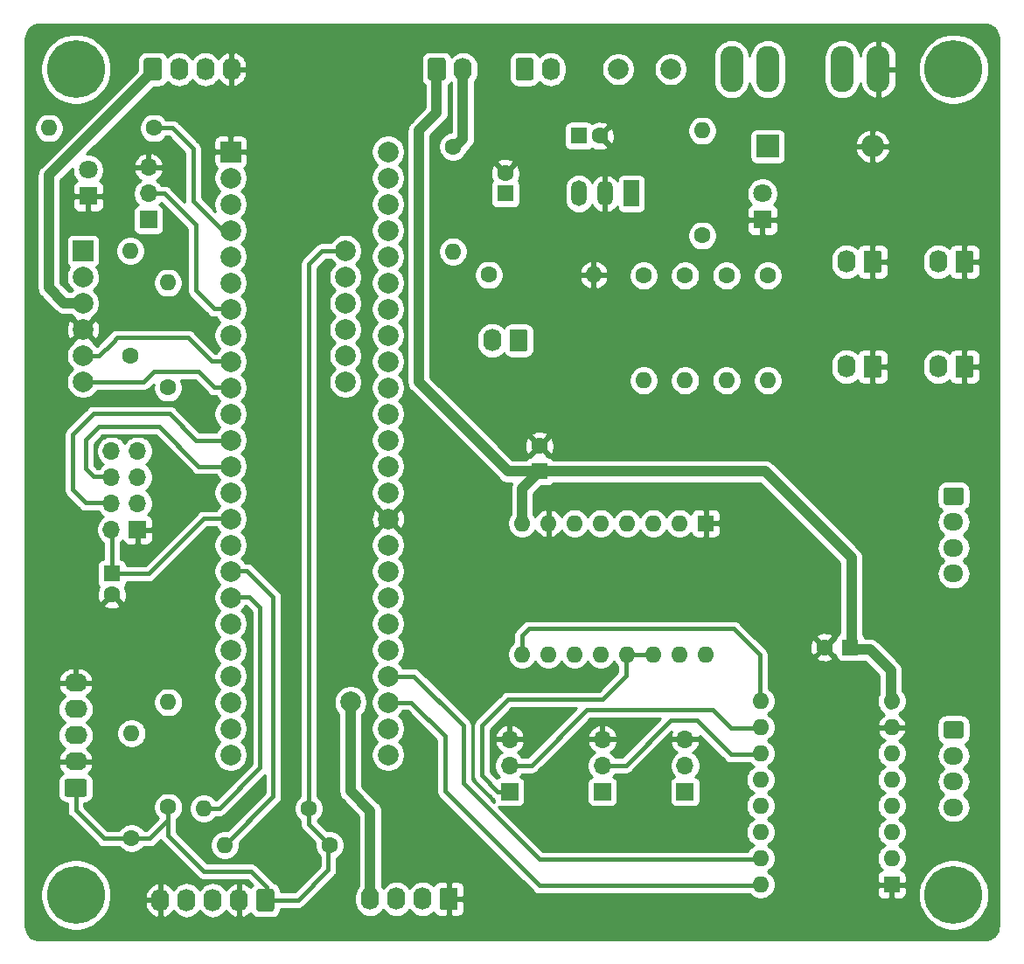
<source format=gbr>
%TF.GenerationSoftware,KiCad,Pcbnew,(5.1.10)-1*%
%TF.CreationDate,2021-08-21T13:40:31+02:00*%
%TF.ProjectId,CarteRobot-Teensy,43617274-6552-46f6-926f-742d5465656e,rev?*%
%TF.SameCoordinates,Original*%
%TF.FileFunction,Copper,L2,Bot*%
%TF.FilePolarity,Positive*%
%FSLAX46Y46*%
G04 Gerber Fmt 4.6, Leading zero omitted, Abs format (unit mm)*
G04 Created by KiCad (PCBNEW (5.1.10)-1) date 2021-08-21 13:40:31*
%MOMM*%
%LPD*%
G01*
G04 APERTURE LIST*
%TA.AperFunction,ComponentPad*%
%ADD10C,2.000000*%
%TD*%
%TA.AperFunction,ComponentPad*%
%ADD11R,2.000000X2.000000*%
%TD*%
%TA.AperFunction,ComponentPad*%
%ADD12C,1.600000*%
%TD*%
%TA.AperFunction,ComponentPad*%
%ADD13O,1.600000X1.600000*%
%TD*%
%TA.AperFunction,ComponentPad*%
%ADD14O,1.700000X1.700000*%
%TD*%
%TA.AperFunction,ComponentPad*%
%ADD15R,1.700000X1.700000*%
%TD*%
%TA.AperFunction,ComponentPad*%
%ADD16C,1.800000*%
%TD*%
%TA.AperFunction,ComponentPad*%
%ADD17R,1.800000X1.800000*%
%TD*%
%TA.AperFunction,ComponentPad*%
%ADD18R,1.600000X1.600000*%
%TD*%
%TA.AperFunction,ComponentPad*%
%ADD19O,1.740000X2.190000*%
%TD*%
%TA.AperFunction,ComponentPad*%
%ADD20O,1.950000X1.700000*%
%TD*%
%TA.AperFunction,ComponentPad*%
%ADD21C,5.600000*%
%TD*%
%TA.AperFunction,ComponentPad*%
%ADD22O,2.250000X4.500000*%
%TD*%
%TA.AperFunction,ComponentPad*%
%ADD23O,1.500000X2.500000*%
%TD*%
%TA.AperFunction,ComponentPad*%
%ADD24R,1.500000X2.500000*%
%TD*%
%TA.AperFunction,ComponentPad*%
%ADD25O,2.190000X1.740000*%
%TD*%
%TA.AperFunction,ComponentPad*%
%ADD26O,2.200000X2.200000*%
%TD*%
%TA.AperFunction,ComponentPad*%
%ADD27R,2.200000X2.200000*%
%TD*%
%TA.AperFunction,ViaPad*%
%ADD28C,2.000000*%
%TD*%
%TA.AperFunction,Conductor*%
%ADD29C,0.400000*%
%TD*%
%TA.AperFunction,Conductor*%
%ADD30C,1.000000*%
%TD*%
%TA.AperFunction,Conductor*%
%ADD31C,0.254000*%
%TD*%
%TA.AperFunction,Conductor*%
%ADD32C,0.100000*%
%TD*%
G04 APERTURE END LIST*
D10*
%TO.P,J5,26*%
%TO.N,N/C*%
X90240000Y-118880000D03*
%TO.P,J5,23*%
%TO.N,/RX4*%
X75000000Y-118880000D03*
%TO.P,J5,27*%
%TO.N,/DIR_G*%
X90240000Y-116340000D03*
%TO.P,J5,22*%
%TO.N,/CODD_A*%
X75000000Y-116340000D03*
%TO.P,J5,28*%
%TO.N,/STEP_G*%
X90240000Y-113800000D03*
%TO.P,J5,21*%
%TO.N,/CODD_B*%
X75000000Y-113800000D03*
%TO.P,J5,29*%
%TO.N,/EN*%
X90240000Y-111260000D03*
%TO.P,J5,20*%
%TO.N,/CE*%
X75000000Y-111260000D03*
%TO.P,J5,30*%
%TO.N,/STEP_D*%
X90240000Y-108720000D03*
%TO.P,J5,19*%
%TO.N,/SCK0*%
X75000000Y-108720000D03*
%TO.P,J5,31*%
%TO.N,/DIR_D*%
X90240000Y-106180000D03*
%TO.P,J5,18*%
%TO.N,/CODG_B*%
X75000000Y-106180000D03*
%TO.P,J5,32*%
%TO.N,N/C*%
X90240000Y-103640000D03*
%TO.P,J5,17*%
%TO.N,/CODG_A*%
X75000000Y-103640000D03*
%TO.P,J5,33*%
%TO.N,N/C*%
X90240000Y-101100000D03*
%TO.P,J5,16*%
X75000000Y-101100000D03*
%TO.P,J5,34*%
%TO.N,GND*%
X90240000Y-98560000D03*
%TO.P,J5,15*%
%TO.N,+3V3*%
X75000000Y-98560000D03*
%TO.P,J5,35*%
%TO.N,/MS4*%
X90240000Y-96020000D03*
%TO.P,J5,14*%
%TO.N,/MISO0*%
X75000000Y-96020000D03*
%TO.P,J5,36*%
%TO.N,/MS3*%
X90240000Y-93480000D03*
%TO.P,J5,13*%
%TO.N,/MOSI0*%
X75000000Y-93480000D03*
%TO.P,J5,37*%
%TO.N,/MS2*%
X90240000Y-90940000D03*
%TO.P,J5,12*%
%TO.N,/CS0*%
X75000000Y-90940000D03*
%TO.P,J5,38*%
%TO.N,/MS1*%
X90240000Y-88400000D03*
%TO.P,J5,11*%
%TO.N,/IRQ*%
X75000000Y-88400000D03*
%TO.P,J5,39*%
%TO.N,/17*%
X90240000Y-85860000D03*
%TO.P,J5,10*%
%TO.N,/TX3*%
X75000000Y-85860000D03*
%TO.P,J5,40*%
%TO.N,/SDA0*%
X90240000Y-83320000D03*
%TO.P,J5,9*%
%TO.N,/RX3*%
X75000000Y-83320000D03*
%TO.P,J5,41*%
%TO.N,/SCL0*%
X90240000Y-80780000D03*
%TO.P,J5,8*%
%TO.N,N/C*%
X75000000Y-80780000D03*
%TO.P,J5,42*%
%TO.N,/PWM2*%
X90240000Y-78240000D03*
%TO.P,J5,7*%
%TO.N,/STRAT*%
X75000000Y-78240000D03*
%TO.P,J5,43*%
%TO.N,/PWM1*%
X90240000Y-75700000D03*
%TO.P,J5,6*%
%TO.N,/SDA2*%
X75000000Y-75700000D03*
%TO.P,J5,44*%
%TO.N,/Tirette*%
X90240000Y-73160000D03*
%TO.P,J5,5*%
%TO.N,/SCL2*%
X75000000Y-73160000D03*
%TO.P,J5,45*%
%TO.N,/Vbat*%
X90240000Y-70620000D03*
%TO.P,J5,4*%
%TO.N,/LED*%
X75000000Y-70620000D03*
%TO.P,J5,46*%
%TO.N,N/C*%
X90240000Y-68080000D03*
%TO.P,J5,3*%
%TO.N,/TX1*%
X75000000Y-68080000D03*
%TO.P,J5,47*%
%TO.N,N/C*%
X90240000Y-65540000D03*
%TO.P,J5,2*%
%TO.N,/RX1*%
X75000000Y-65540000D03*
%TO.P,J5,48*%
%TO.N,+5V*%
X90240000Y-63000000D03*
D11*
%TO.P,J5,1*%
%TO.N,GND*%
X75000000Y-63000000D03*
D10*
%TO.P,J5,24*%
%TO.N,/TX4*%
X75000000Y-121420000D03*
%TO.P,J5,25*%
%TO.N,N/C*%
X90240000Y-121420000D03*
%TD*%
D12*
%TO.P,R14,1*%
%TO.N,/LED*%
X67564000Y-60706000D03*
D13*
%TO.P,R14,2*%
%TO.N,Net-(D3-Pad2)*%
X57404000Y-60706000D03*
%TD*%
D14*
%TO.P,J22,3*%
%TO.N,GND*%
X67056000Y-64516000D03*
%TO.P,J22,2*%
%TO.N,/STRAT*%
X67056000Y-67056000D03*
D15*
%TO.P,J22,1*%
%TO.N,+3V3*%
X67056000Y-69596000D03*
%TD*%
D16*
%TO.P,D3,2*%
%TO.N,Net-(D3-Pad2)*%
X61214000Y-64770000D03*
D17*
%TO.P,D3,1*%
%TO.N,GND*%
X61214000Y-67310000D03*
%TD*%
D12*
%TO.P,C5,2*%
%TO.N,GND*%
X101600000Y-65056000D03*
D18*
%TO.P,C5,1*%
%TO.N,+5V*%
X101600000Y-67056000D03*
%TD*%
D12*
%TO.P,C4,2*%
%TO.N,GND*%
X110744000Y-61468000D03*
D18*
%TO.P,C4,1*%
%TO.N,/Von*%
X108744000Y-61468000D03*
%TD*%
D19*
%TO.P,J21,2*%
%TO.N,/Tirette*%
X100330000Y-81280000D03*
%TO.P,J21,1*%
%TO.N,+5V*%
%TA.AperFunction,ComponentPad*%
G36*
G01*
X103740000Y-80434999D02*
X103740000Y-82125001D01*
G75*
G02*
X103490001Y-82375000I-249999J0D01*
G01*
X102249999Y-82375000D01*
G75*
G02*
X102000000Y-82125001I0J249999D01*
G01*
X102000000Y-80434999D01*
G75*
G02*
X102249999Y-80185000I249999J0D01*
G01*
X103490001Y-80185000D01*
G75*
G02*
X103740000Y-80434999I0J-249999D01*
G01*
G37*
%TD.AperFunction*%
%TD*%
D13*
%TO.P,R13,2*%
%TO.N,/SCL2*%
X65278000Y-72593200D03*
D12*
%TO.P,R13,1*%
%TO.N,+3V3*%
X65278000Y-82753200D03*
%TD*%
D13*
%TO.P,R12,2*%
%TO.N,/SDA2*%
X68935600Y-75692000D03*
D12*
%TO.P,R12,1*%
%TO.N,+3V3*%
X68935600Y-85852000D03*
%TD*%
D10*
%TO.P,J15,12*%
%TO.N,/17*%
X86106000Y-85293200D03*
%TO.P,J15,11*%
%TO.N,/SDA0*%
X86106000Y-82753200D03*
%TO.P,J15,10*%
%TO.N,/SCL0*%
X86106000Y-80213200D03*
%TO.P,J15,9*%
%TO.N,/PWM2*%
X86106000Y-77673200D03*
%TO.P,J15,8*%
%TO.N,/PWM1*%
X86106000Y-75133200D03*
%TO.P,J15,7*%
%TO.N,+5V*%
X86106000Y-72593200D03*
%TO.P,J15,6*%
%TO.N,/TX3*%
X60706000Y-85293200D03*
%TO.P,J15,5*%
%TO.N,/RX3*%
X60706000Y-82753200D03*
%TO.P,J15,4*%
%TO.N,GND*%
X60706000Y-80213200D03*
%TO.P,J15,3*%
%TO.N,/Varu*%
X60706000Y-77673200D03*
%TO.P,J15,2*%
%TO.N,/SDA2*%
X60706000Y-75133200D03*
D11*
%TO.P,J15,1*%
%TO.N,/SCL2*%
X60706000Y-72593200D03*
%TD*%
D13*
%TO.P,R11,2*%
%TO.N,/MS4*%
X127000000Y-85160000D03*
D12*
%TO.P,R11,1*%
%TO.N,+5V*%
X127000000Y-75000000D03*
%TD*%
D13*
%TO.P,R10,2*%
%TO.N,/MS3*%
X123000000Y-85160000D03*
D12*
%TO.P,R10,1*%
%TO.N,+5V*%
X123000000Y-75000000D03*
%TD*%
D13*
%TO.P,R7,2*%
%TO.N,/MS2*%
X119000000Y-85160000D03*
D12*
%TO.P,R7,1*%
%TO.N,+5V*%
X119000000Y-75000000D03*
%TD*%
D13*
%TO.P,R6,2*%
%TO.N,/MS1*%
X115000000Y-85160000D03*
D12*
%TO.P,R6,1*%
%TO.N,+5V*%
X115000000Y-75000000D03*
%TD*%
D19*
%TO.P,J20,2*%
%TO.N,/MS4*%
X143510000Y-83820000D03*
%TO.P,J20,1*%
%TO.N,GND*%
%TA.AperFunction,ComponentPad*%
G36*
G01*
X146920000Y-82974999D02*
X146920000Y-84665001D01*
G75*
G02*
X146670001Y-84915000I-249999J0D01*
G01*
X145429999Y-84915000D01*
G75*
G02*
X145180000Y-84665001I0J249999D01*
G01*
X145180000Y-82974999D01*
G75*
G02*
X145429999Y-82725000I249999J0D01*
G01*
X146670001Y-82725000D01*
G75*
G02*
X146920000Y-82974999I0J-249999D01*
G01*
G37*
%TD.AperFunction*%
%TD*%
%TO.P,J18,2*%
%TO.N,/MS2*%
X143510000Y-73660000D03*
%TO.P,J18,1*%
%TO.N,GND*%
%TA.AperFunction,ComponentPad*%
G36*
G01*
X146920000Y-72814999D02*
X146920000Y-74505001D01*
G75*
G02*
X146670001Y-74755000I-249999J0D01*
G01*
X145429999Y-74755000D01*
G75*
G02*
X145180000Y-74505001I0J249999D01*
G01*
X145180000Y-72814999D01*
G75*
G02*
X145429999Y-72565000I249999J0D01*
G01*
X146670001Y-72565000D01*
G75*
G02*
X146920000Y-72814999I0J-249999D01*
G01*
G37*
%TD.AperFunction*%
%TD*%
%TO.P,J17,2*%
%TO.N,/MS3*%
X134620000Y-83820000D03*
%TO.P,J17,1*%
%TO.N,GND*%
%TA.AperFunction,ComponentPad*%
G36*
G01*
X138030000Y-82974999D02*
X138030000Y-84665001D01*
G75*
G02*
X137780001Y-84915000I-249999J0D01*
G01*
X136539999Y-84915000D01*
G75*
G02*
X136290000Y-84665001I0J249999D01*
G01*
X136290000Y-82974999D01*
G75*
G02*
X136539999Y-82725000I249999J0D01*
G01*
X137780001Y-82725000D01*
G75*
G02*
X138030000Y-82974999I0J-249999D01*
G01*
G37*
%TD.AperFunction*%
%TD*%
%TO.P,J16,2*%
%TO.N,/MS1*%
X134620000Y-73660000D03*
%TO.P,J16,1*%
%TO.N,GND*%
%TA.AperFunction,ComponentPad*%
G36*
G01*
X138030000Y-72814999D02*
X138030000Y-74505001D01*
G75*
G02*
X137780001Y-74755000I-249999J0D01*
G01*
X136539999Y-74755000D01*
G75*
G02*
X136290000Y-74505001I0J249999D01*
G01*
X136290000Y-72814999D01*
G75*
G02*
X136539999Y-72565000I249999J0D01*
G01*
X137780001Y-72565000D01*
G75*
G02*
X138030000Y-72814999I0J-249999D01*
G01*
G37*
%TD.AperFunction*%
%TD*%
D20*
%TO.P,J7,4*%
%TO.N,Net-(A2-Pad3)*%
X145000000Y-126500000D03*
%TO.P,J7,3*%
%TO.N,/A1G*%
X145000000Y-124000000D03*
%TO.P,J7,2*%
%TO.N,Net-(A2-Pad5)*%
X145000000Y-121500000D03*
%TO.P,J7,1*%
%TO.N,Net-(A2-Pad6)*%
%TA.AperFunction,ComponentPad*%
G36*
G01*
X144275000Y-118150000D02*
X145725000Y-118150000D01*
G75*
G02*
X145975000Y-118400000I0J-250000D01*
G01*
X145975000Y-119600000D01*
G75*
G02*
X145725000Y-119850000I-250000J0D01*
G01*
X144275000Y-119850000D01*
G75*
G02*
X144025000Y-119600000I0J250000D01*
G01*
X144025000Y-118400000D01*
G75*
G02*
X144275000Y-118150000I250000J0D01*
G01*
G37*
%TD.AperFunction*%
%TD*%
%TO.P,J6,4*%
%TO.N,Net-(A1-Pad3)*%
X145000000Y-103867600D03*
%TO.P,J6,3*%
%TO.N,/A1D*%
X145000000Y-101367600D03*
%TO.P,J6,2*%
%TO.N,Net-(A1-Pad5)*%
X145000000Y-98867600D03*
%TO.P,J6,1*%
%TO.N,Net-(A1-Pad6)*%
%TA.AperFunction,ComponentPad*%
G36*
G01*
X144275000Y-95517600D02*
X145725000Y-95517600D01*
G75*
G02*
X145975000Y-95767600I0J-250000D01*
G01*
X145975000Y-96967600D01*
G75*
G02*
X145725000Y-97217600I-250000J0D01*
G01*
X144275000Y-97217600D01*
G75*
G02*
X144025000Y-96967600I0J250000D01*
G01*
X144025000Y-95767600D01*
G75*
G02*
X144275000Y-95517600I250000J0D01*
G01*
G37*
%TD.AperFunction*%
%TD*%
D12*
%TO.P,C2,2*%
%TO.N,GND*%
X132500000Y-111000000D03*
D18*
%TO.P,C2,1*%
%TO.N,/Varu*%
X135000000Y-111000000D03*
%TD*%
D12*
%TO.P,C1,2*%
%TO.N,GND*%
X104902000Y-91480000D03*
D18*
%TO.P,C1,1*%
%TO.N,/Varu*%
X104902000Y-93980000D03*
%TD*%
D12*
%TO.P,C3,2*%
%TO.N,GND*%
X63500000Y-105886000D03*
D18*
%TO.P,C3,1*%
%TO.N,+3V3*%
X63500000Y-103886000D03*
%TD*%
D12*
%TO.P,R9,1*%
%TO.N,+5V*%
X82550000Y-126619000D03*
D13*
%TO.P,R9,2*%
%TO.N,/CODG_B*%
X72390000Y-126619000D03*
%TD*%
D12*
%TO.P,R8,1*%
%TO.N,+5V*%
X84582000Y-130175000D03*
D13*
%TO.P,R8,2*%
%TO.N,/CODG_A*%
X74422000Y-130175000D03*
%TD*%
%TO.P,R5,2*%
%TO.N,/CODD_B*%
X68961000Y-116332000D03*
D12*
%TO.P,R5,1*%
%TO.N,+5V*%
X68961000Y-126492000D03*
%TD*%
D13*
%TO.P,R4,2*%
%TO.N,/CODD_A*%
X65405000Y-119340000D03*
D12*
%TO.P,R4,1*%
%TO.N,+5V*%
X65405000Y-129500000D03*
%TD*%
D13*
%TO.P,R3,2*%
%TO.N,GND*%
X110160000Y-74930000D03*
D12*
%TO.P,R3,1*%
%TO.N,/Vbat*%
X100000000Y-74930000D03*
%TD*%
D13*
%TO.P,R2,2*%
%TO.N,/Vbat*%
X96520000Y-72660000D03*
D12*
%TO.P,R2,1*%
%TO.N,/Von*%
X96520000Y-62500000D03*
%TD*%
D14*
%TO.P,J9,3*%
%TO.N,GND*%
X111000000Y-119920000D03*
%TO.P,J9,2*%
%TO.N,/M1*%
X111000000Y-122460000D03*
D15*
%TO.P,J9,1*%
%TO.N,+3V3*%
X111000000Y-125000000D03*
%TD*%
D21*
%TO.P,H2,1*%
%TO.N,N/C*%
X145000000Y-135000000D03*
%TD*%
%TO.P,J19,1*%
%TO.N,GND*%
%TA.AperFunction,ComponentPad*%
G36*
G01*
X96990000Y-134536999D02*
X96990000Y-136227001D01*
G75*
G02*
X96740001Y-136477000I-249999J0D01*
G01*
X95499999Y-136477000D01*
G75*
G02*
X95250000Y-136227001I0J249999D01*
G01*
X95250000Y-134536999D01*
G75*
G02*
X95499999Y-134287000I249999J0D01*
G01*
X96740001Y-134287000D01*
G75*
G02*
X96990000Y-134536999I0J-249999D01*
G01*
G37*
%TD.AperFunction*%
D19*
%TO.P,J19,2*%
%TO.N,/RX4*%
X93580000Y-135382000D03*
%TO.P,J19,3*%
%TO.N,/TX4*%
X91040000Y-135382000D03*
%TO.P,J19,4*%
%TO.N,/Von*%
X88500000Y-135382000D03*
%TD*%
D16*
%TO.P,D1,2*%
%TO.N,Net-(D1-Pad2)*%
X126492000Y-67056000D03*
D17*
%TO.P,D1,1*%
%TO.N,GND*%
X126492000Y-69596000D03*
%TD*%
%TO.P,J11,1*%
%TO.N,+5V*%
%TA.AperFunction,ComponentPad*%
G36*
G01*
X79229000Y-134663999D02*
X79229000Y-136354001D01*
G75*
G02*
X78979001Y-136604000I-249999J0D01*
G01*
X77738999Y-136604000D01*
G75*
G02*
X77489000Y-136354001I0J249999D01*
G01*
X77489000Y-134663999D01*
G75*
G02*
X77738999Y-134414000I249999J0D01*
G01*
X78979001Y-134414000D01*
G75*
G02*
X79229000Y-134663999I0J-249999D01*
G01*
G37*
%TD.AperFunction*%
D19*
%TO.P,J11,2*%
%TO.N,GND*%
X75819000Y-135509000D03*
%TO.P,J11,3*%
%TO.N,/CODG_A*%
X73279000Y-135509000D03*
%TO.P,J11,4*%
%TO.N,/CODG_B*%
X70739000Y-135509000D03*
%TO.P,J11,5*%
%TO.N,GND*%
X68199000Y-135509000D03*
%TD*%
D22*
%TO.P,J2,2*%
%TO.N,GND*%
X137713600Y-55000000D03*
%TO.P,J2,1*%
%TO.N,Net-(J1-Pad2)*%
X134213600Y-55000000D03*
%TD*%
D23*
%TO.P,U1,3*%
%TO.N,+5V*%
X108712000Y-67056000D03*
%TO.P,U1,2*%
%TO.N,GND*%
X111252000Y-67056000D03*
D24*
%TO.P,U1,1*%
%TO.N,/Von*%
X113792000Y-67056000D03*
%TD*%
D21*
%TO.P,H4,1*%
%TO.N,N/C*%
X60000000Y-135000000D03*
%TD*%
D15*
%TO.P,J14,1*%
%TO.N,GND*%
X66000000Y-99620000D03*
D14*
%TO.P,J14,2*%
%TO.N,+3V3*%
X63460000Y-99620000D03*
%TO.P,J14,3*%
%TO.N,/CE*%
X66000000Y-97080000D03*
%TO.P,J14,4*%
%TO.N,/CS0*%
X63460000Y-97080000D03*
%TO.P,J14,5*%
%TO.N,/SCK0*%
X66000000Y-94540000D03*
%TO.P,J14,6*%
%TO.N,/MOSI0*%
X63460000Y-94540000D03*
%TO.P,J14,7*%
%TO.N,/MISO0*%
X66000000Y-92000000D03*
%TO.P,J14,8*%
%TO.N,/IRQ*%
X63460000Y-92000000D03*
%TD*%
%TO.P,J10,3*%
%TO.N,GND*%
X119000000Y-119920000D03*
%TO.P,J10,2*%
%TO.N,/M2*%
X119000000Y-122460000D03*
D15*
%TO.P,J10,1*%
%TO.N,+3V3*%
X119000000Y-125000000D03*
%TD*%
D13*
%TO.P,R1,2*%
%TO.N,Net-(D1-Pad2)*%
X120650000Y-60960000D03*
D12*
%TO.P,R1,1*%
%TO.N,+5V*%
X120650000Y-71120000D03*
%TD*%
D10*
%TO.P,F1,2*%
%TO.N,Net-(D2-Pad1)*%
X117602000Y-55000000D03*
%TO.P,F1,1*%
%TO.N,Net-(F1-Pad1)*%
X112522000Y-55000000D03*
%TD*%
D19*
%TO.P,J4,2*%
%TO.N,/Von*%
X97500000Y-55000000D03*
%TO.P,J4,1*%
%TO.N,/Varu*%
%TA.AperFunction,ComponentPad*%
G36*
G01*
X94090000Y-55845001D02*
X94090000Y-54154999D01*
G75*
G02*
X94339999Y-53905000I249999J0D01*
G01*
X95580001Y-53905000D01*
G75*
G02*
X95830000Y-54154999I0J-249999D01*
G01*
X95830000Y-55845001D01*
G75*
G02*
X95580001Y-56095000I-249999J0D01*
G01*
X94339999Y-56095000D01*
G75*
G02*
X94090000Y-55845001I0J249999D01*
G01*
G37*
%TD.AperFunction*%
%TD*%
D21*
%TO.P,H1,1*%
%TO.N,N/C*%
X145000000Y-55000000D03*
%TD*%
D18*
%TO.P,A2,1*%
%TO.N,GND*%
X139000000Y-134000000D03*
D13*
%TO.P,A2,9*%
%TO.N,/EN*%
X126300000Y-116220000D03*
%TO.P,A2,2*%
%TO.N,N/C*%
X139000000Y-131460000D03*
%TO.P,A2,10*%
%TO.N,/M0*%
X126300000Y-118760000D03*
%TO.P,A2,3*%
%TO.N,Net-(A2-Pad3)*%
X139000000Y-128920000D03*
%TO.P,A2,11*%
%TO.N,/M1*%
X126300000Y-121300000D03*
%TO.P,A2,4*%
%TO.N,/A1G*%
X139000000Y-126380000D03*
%TO.P,A2,12*%
%TO.N,/M2*%
X126300000Y-123840000D03*
%TO.P,A2,5*%
%TO.N,Net-(A2-Pad5)*%
X139000000Y-123840000D03*
%TO.P,A2,13*%
%TO.N,+3V3*%
X126300000Y-126380000D03*
%TO.P,A2,6*%
%TO.N,Net-(A2-Pad6)*%
X139000000Y-121300000D03*
%TO.P,A2,14*%
%TO.N,+3V3*%
X126300000Y-128920000D03*
%TO.P,A2,7*%
%TO.N,GND*%
X139000000Y-118760000D03*
%TO.P,A2,15*%
%TO.N,/STEP_G*%
X126300000Y-131460000D03*
%TO.P,A2,8*%
%TO.N,/Varu*%
X139000000Y-116220000D03*
%TO.P,A2,16*%
%TO.N,/DIR_G*%
X126300000Y-134000000D03*
%TD*%
D21*
%TO.P,H3,1*%
%TO.N,N/C*%
X60000000Y-55000000D03*
%TD*%
D19*
%TO.P,J13,4*%
%TO.N,GND*%
X75080000Y-55000000D03*
%TO.P,J13,3*%
%TO.N,/RX1*%
X72540000Y-55000000D03*
%TO.P,J13,2*%
%TO.N,/TX1*%
X70000000Y-55000000D03*
%TO.P,J13,1*%
%TO.N,/Varu*%
%TA.AperFunction,ComponentPad*%
G36*
G01*
X66590000Y-55845001D02*
X66590000Y-54154999D01*
G75*
G02*
X66839999Y-53905000I249999J0D01*
G01*
X68080001Y-53905000D01*
G75*
G02*
X68330000Y-54154999I0J-249999D01*
G01*
X68330000Y-55845001D01*
G75*
G02*
X68080001Y-56095000I-249999J0D01*
G01*
X66839999Y-56095000D01*
G75*
G02*
X66590000Y-55845001I0J249999D01*
G01*
G37*
%TD.AperFunction*%
%TD*%
D14*
%TO.P,J8,3*%
%TO.N,GND*%
X102000000Y-119920000D03*
%TO.P,J8,2*%
%TO.N,/M0*%
X102000000Y-122460000D03*
D15*
%TO.P,J8,1*%
%TO.N,+3V3*%
X102000000Y-125000000D03*
%TD*%
D25*
%TO.P,J12,5*%
%TO.N,GND*%
X60000000Y-114460000D03*
%TO.P,J12,4*%
%TO.N,/CODD_B*%
X60000000Y-117000000D03*
%TO.P,J12,3*%
%TO.N,/CODD_A*%
X60000000Y-119540000D03*
%TO.P,J12,2*%
%TO.N,GND*%
X60000000Y-122080000D03*
%TO.P,J12,1*%
%TO.N,+5V*%
%TA.AperFunction,ComponentPad*%
G36*
G01*
X60845001Y-125490000D02*
X59154999Y-125490000D01*
G75*
G02*
X58905000Y-125240001I0J249999D01*
G01*
X58905000Y-123999999D01*
G75*
G02*
X59154999Y-123750000I249999J0D01*
G01*
X60845001Y-123750000D01*
G75*
G02*
X61095000Y-123999999I0J-249999D01*
G01*
X61095000Y-125240001D01*
G75*
G02*
X60845001Y-125490000I-249999J0D01*
G01*
G37*
%TD.AperFunction*%
%TD*%
D19*
%TO.P,J3,2*%
%TO.N,Net-(F1-Pad1)*%
X106000000Y-55000000D03*
%TO.P,J3,1*%
%TO.N,/Von*%
%TA.AperFunction,ComponentPad*%
G36*
G01*
X102590000Y-55845001D02*
X102590000Y-54154999D01*
G75*
G02*
X102839999Y-53905000I249999J0D01*
G01*
X104080001Y-53905000D01*
G75*
G02*
X104330000Y-54154999I0J-249999D01*
G01*
X104330000Y-55845001D01*
G75*
G02*
X104080001Y-56095000I-249999J0D01*
G01*
X102839999Y-56095000D01*
G75*
G02*
X102590000Y-55845001I0J249999D01*
G01*
G37*
%TD.AperFunction*%
%TD*%
D22*
%TO.P,J1,2*%
%TO.N,Net-(J1-Pad2)*%
X127000000Y-55000000D03*
%TO.P,J1,1*%
%TO.N,Net-(D2-Pad1)*%
X123500000Y-55000000D03*
%TD*%
D26*
%TO.P,D2,2*%
%TO.N,GND*%
X137160000Y-62484000D03*
D27*
%TO.P,D2,1*%
%TO.N,Net-(D2-Pad1)*%
X127000000Y-62484000D03*
%TD*%
D18*
%TO.P,A1,1*%
%TO.N,GND*%
X121000000Y-99000000D03*
D13*
%TO.P,A1,9*%
%TO.N,/EN*%
X103220000Y-111700000D03*
%TO.P,A1,2*%
%TO.N,N/C*%
X118460000Y-99000000D03*
%TO.P,A1,10*%
%TO.N,/M0*%
X105760000Y-111700000D03*
%TO.P,A1,3*%
%TO.N,Net-(A1-Pad3)*%
X115920000Y-99000000D03*
%TO.P,A1,11*%
%TO.N,/M1*%
X108300000Y-111700000D03*
%TO.P,A1,4*%
%TO.N,/A1D*%
X113380000Y-99000000D03*
%TO.P,A1,12*%
%TO.N,/M2*%
X110840000Y-111700000D03*
%TO.P,A1,5*%
%TO.N,Net-(A1-Pad5)*%
X110840000Y-99000000D03*
%TO.P,A1,13*%
%TO.N,+3V3*%
X113380000Y-111700000D03*
%TO.P,A1,6*%
%TO.N,Net-(A1-Pad6)*%
X108300000Y-99000000D03*
%TO.P,A1,14*%
%TO.N,+3V3*%
X115920000Y-111700000D03*
%TO.P,A1,7*%
%TO.N,GND*%
X105760000Y-99000000D03*
%TO.P,A1,15*%
%TO.N,/STEP_D*%
X118460000Y-111700000D03*
%TO.P,A1,8*%
%TO.N,/Varu*%
X103220000Y-99000000D03*
%TO.P,A1,16*%
%TO.N,/DIR_D*%
X121000000Y-111700000D03*
%TD*%
D28*
%TO.N,/Von*%
X86614000Y-116332000D03*
%TD*%
D29*
%TO.N,+5V*%
X60000000Y-124620000D02*
X60000000Y-126802000D01*
X60000000Y-126802000D02*
X62738000Y-129540000D01*
X62738000Y-129540000D02*
X65659000Y-129540000D01*
X65659000Y-129540000D02*
X65532000Y-129540000D01*
X65532000Y-129540000D02*
X67183000Y-129540000D01*
X67183000Y-129540000D02*
X68961000Y-127762000D01*
X68961000Y-127762000D02*
X68961000Y-126238000D01*
X68961000Y-127762000D02*
X68961000Y-129286000D01*
X68961000Y-129286000D02*
X72390000Y-132715000D01*
X72390000Y-132715000D02*
X76962000Y-132715000D01*
X76962000Y-132715000D02*
X78486000Y-134239000D01*
X78486000Y-134239000D02*
X78486000Y-135890000D01*
X86106000Y-72593200D02*
X83870800Y-72593200D01*
X83870800Y-72593200D02*
X82550000Y-73914000D01*
X82550000Y-73914000D02*
X82550000Y-126873000D01*
X82550000Y-126619000D02*
X82550000Y-128143000D01*
X82550000Y-128143000D02*
X84582000Y-130175000D01*
X78359000Y-135509000D02*
X81407000Y-135509000D01*
X81407000Y-135509000D02*
X81534000Y-135509000D01*
X81534000Y-135509000D02*
X84455000Y-132588000D01*
X84455000Y-132588000D02*
X84455000Y-130175000D01*
D30*
%TO.N,/Von*%
X97500000Y-55000000D02*
X97500000Y-61758000D01*
X97500000Y-61758000D02*
X96520000Y-62738000D01*
X86614000Y-116332000D02*
X86614000Y-124968000D01*
X86614000Y-124968000D02*
X88519000Y-126873000D01*
X88519000Y-126873000D02*
X88519000Y-135763000D01*
D29*
%TO.N,/M1*%
X111000000Y-122460000D02*
X113252000Y-122460000D01*
X113252000Y-122460000D02*
X117602000Y-118110000D01*
X117602000Y-118110000D02*
X120142000Y-118110000D01*
X120142000Y-118110000D02*
X123444000Y-121412000D01*
X123444000Y-121412000D02*
X126492000Y-121412000D01*
%TO.N,/M0*%
X102000000Y-122460000D02*
X104108000Y-122460000D01*
X104108000Y-122460000D02*
X109474000Y-117094000D01*
X109474000Y-117094000D02*
X121666000Y-117094000D01*
X121666000Y-117094000D02*
X123444000Y-118872000D01*
X123444000Y-118872000D02*
X126746000Y-118872000D01*
%TO.N,/STEP_G*%
X90240000Y-113800000D02*
X92718000Y-113800000D01*
X92718000Y-113800000D02*
X97536000Y-118618000D01*
X97536000Y-118618000D02*
X97536000Y-124206000D01*
X97536000Y-124206000D02*
X104902000Y-131572000D01*
X104902000Y-131572000D02*
X126746000Y-131572000D01*
%TO.N,+3V3*%
X63500000Y-103886000D02*
X63500000Y-99568000D01*
X63500000Y-103886000D02*
X67056000Y-103886000D01*
X67056000Y-103886000D02*
X72390000Y-98552000D01*
X72390000Y-98552000D02*
X75438000Y-98552000D01*
X115920000Y-111700000D02*
X113344000Y-111700000D01*
X102000000Y-125000000D02*
X100870000Y-125000000D01*
X100870000Y-125000000D02*
X99314000Y-123444000D01*
X99314000Y-123444000D02*
X99314000Y-118618000D01*
X99314000Y-118618000D02*
X101854000Y-116078000D01*
X101854000Y-116078000D02*
X110998000Y-116078000D01*
X110998000Y-116078000D02*
X113284000Y-113792000D01*
X113284000Y-113792000D02*
X113284000Y-111506000D01*
D30*
%TO.N,/Varu*%
X94960000Y-55000000D02*
X94960000Y-59218000D01*
X94960000Y-59218000D02*
X93218000Y-60960000D01*
X93218000Y-60960000D02*
X93218000Y-84582000D01*
X93218000Y-84582000D02*
X93218000Y-85344000D01*
X93218000Y-85344000D02*
X101854000Y-93980000D01*
X101854000Y-93980000D02*
X104902000Y-93980000D01*
X104902000Y-93980000D02*
X119020002Y-93980000D01*
X119020002Y-93980000D02*
X126746000Y-93980000D01*
X126746000Y-93980000D02*
X135128000Y-102362000D01*
X135128000Y-102362000D02*
X135128000Y-111252000D01*
X135128000Y-111252000D02*
X136906000Y-111252000D01*
X136906000Y-111252000D02*
X138938000Y-113284000D01*
X138938000Y-113284000D02*
X138938000Y-116586000D01*
X60706000Y-77673200D02*
X58877200Y-77673200D01*
X58877200Y-77673200D02*
X57404000Y-76200000D01*
X57404000Y-76200000D02*
X57404000Y-65278000D01*
X57404000Y-65278000D02*
X67564000Y-55118000D01*
X103220000Y-99000000D02*
X103220000Y-95662000D01*
X103220000Y-95662000D02*
X104902000Y-93980000D01*
D29*
%TO.N,/DIR_G*%
X90240000Y-116340000D02*
X92464000Y-116340000D01*
X92464000Y-116340000D02*
X95758000Y-119634000D01*
X95758000Y-119634000D02*
X95758000Y-124968000D01*
X95758000Y-124968000D02*
X104902000Y-134112000D01*
X104902000Y-134112000D02*
X126492000Y-134112000D01*
%TO.N,/EN*%
X103220000Y-111700000D02*
X103220000Y-109886000D01*
X103220000Y-109886000D02*
X103886000Y-109220000D01*
X103886000Y-109220000D02*
X123698000Y-109220000D01*
X123698000Y-109220000D02*
X126238000Y-111760000D01*
X126238000Y-111760000D02*
X126238000Y-116586000D01*
%TO.N,/MOSI0*%
X75000000Y-93480000D02*
X71890000Y-93480000D01*
X71890000Y-93480000D02*
X68072000Y-89662000D01*
X68072000Y-89662000D02*
X62230000Y-89662000D01*
X62230000Y-89662000D02*
X60960000Y-90932000D01*
X60960000Y-90932000D02*
X60960000Y-93726000D01*
X60960000Y-93726000D02*
X61722000Y-94488000D01*
X61722000Y-94488000D02*
X63754000Y-94488000D01*
%TO.N,/CS0*%
X75000000Y-90940000D02*
X71636000Y-90940000D01*
X71636000Y-90940000D02*
X69088000Y-88392000D01*
X69088000Y-88392000D02*
X61722000Y-88392000D01*
X61722000Y-88392000D02*
X59690000Y-90424000D01*
X59690000Y-90424000D02*
X59690000Y-95758000D01*
X59690000Y-95758000D02*
X60960000Y-97028000D01*
X60960000Y-97028000D02*
X63754000Y-97028000D01*
%TO.N,/TX3*%
X60706000Y-85293200D02*
X65481200Y-85293200D01*
X65481200Y-85293200D02*
X66598800Y-85293200D01*
X66598800Y-85293200D02*
X67340001Y-84551999D01*
X67340001Y-84551999D02*
X67564000Y-84328000D01*
X67564000Y-84328000D02*
X71882000Y-84328000D01*
X71882000Y-84328000D02*
X73406000Y-85852000D01*
X73406000Y-85852000D02*
X75438000Y-85852000D01*
%TO.N,/RX3*%
X60706000Y-82753200D02*
X62280800Y-82753200D01*
X62280800Y-82753200D02*
X63580801Y-81453199D01*
X63580801Y-81453199D02*
X64008000Y-81026000D01*
X64008000Y-81026000D02*
X70866000Y-81026000D01*
X70866000Y-81026000D02*
X73152000Y-83312000D01*
X73152000Y-83312000D02*
X75184000Y-83312000D01*
%TO.N,/CODG_B*%
X72390000Y-126619000D02*
X73914000Y-126619000D01*
X73914000Y-126619000D02*
X77851000Y-122682000D01*
X77851000Y-122682000D02*
X77851000Y-107188000D01*
X77851000Y-107188000D02*
X76835000Y-106172000D01*
X76835000Y-106172000D02*
X74803000Y-106172000D01*
%TO.N,/CODG_A*%
X74422000Y-130175000D02*
X79121000Y-125476000D01*
X79121000Y-125476000D02*
X79121000Y-107468038D01*
X79121000Y-107468038D02*
X79121000Y-106172000D01*
X79121000Y-106172000D02*
X76581000Y-103632000D01*
X76581000Y-103632000D02*
X74676000Y-103632000D01*
%TO.N,/STRAT*%
X67056000Y-67056000D02*
X68580000Y-67056000D01*
X68580000Y-67056000D02*
X71628000Y-70104000D01*
X71628000Y-70104000D02*
X71628000Y-76454000D01*
X71628000Y-76454000D02*
X73406000Y-78232000D01*
X73406000Y-78232000D02*
X75184000Y-78232000D01*
%TO.N,/LED*%
X67564000Y-60706000D02*
X69342000Y-60706000D01*
X69342000Y-60706000D02*
X71374000Y-62738000D01*
X71374000Y-62738000D02*
X71374000Y-67818000D01*
X71374000Y-67818000D02*
X74168000Y-70612000D01*
X74168000Y-70612000D02*
X75438000Y-70612000D01*
%TD*%
D31*
%TO.N,GND*%
X148259659Y-50688625D02*
X148509429Y-50764035D01*
X148739792Y-50886522D01*
X148941980Y-51051422D01*
X149108286Y-51252450D01*
X149232378Y-51481954D01*
X149309531Y-51731195D01*
X149340000Y-52021088D01*
X149340001Y-137967711D01*
X149311375Y-138259660D01*
X149235965Y-138509429D01*
X149113477Y-138739794D01*
X148948579Y-138941979D01*
X148747546Y-139108288D01*
X148518046Y-139232378D01*
X148268805Y-139309531D01*
X147978911Y-139340000D01*
X56532279Y-139340000D01*
X56240340Y-139311375D01*
X55990571Y-139235965D01*
X55760206Y-139113477D01*
X55558021Y-138948579D01*
X55391712Y-138747546D01*
X55267622Y-138518046D01*
X55190469Y-138268805D01*
X55160000Y-137978911D01*
X55160000Y-134661682D01*
X56565000Y-134661682D01*
X56565000Y-135338318D01*
X56697006Y-136001952D01*
X56955943Y-136627082D01*
X57331862Y-137189685D01*
X57810315Y-137668138D01*
X58372918Y-138044057D01*
X58998048Y-138302994D01*
X59661682Y-138435000D01*
X60338318Y-138435000D01*
X61001952Y-138302994D01*
X61627082Y-138044057D01*
X62189685Y-137668138D01*
X62668138Y-137189685D01*
X63044057Y-136627082D01*
X63302994Y-136001952D01*
X63328587Y-135873286D01*
X66693123Y-135873286D01*
X66749231Y-136164392D01*
X66861053Y-136438958D01*
X67024292Y-136686433D01*
X67232674Y-136897306D01*
X67478191Y-137063474D01*
X67751409Y-137178551D01*
X67838969Y-137195302D01*
X68072000Y-137074246D01*
X68072000Y-135636000D01*
X66848624Y-135636000D01*
X66693123Y-135873286D01*
X63328587Y-135873286D01*
X63435000Y-135338318D01*
X63435000Y-135144714D01*
X66693123Y-135144714D01*
X66848624Y-135382000D01*
X68072000Y-135382000D01*
X68072000Y-133943754D01*
X68326000Y-133943754D01*
X68326000Y-135382000D01*
X68346000Y-135382000D01*
X68346000Y-135636000D01*
X68326000Y-135636000D01*
X68326000Y-137074246D01*
X68559031Y-137195302D01*
X68646591Y-137178551D01*
X68919809Y-137063474D01*
X69165326Y-136897306D01*
X69373708Y-136686433D01*
X69466440Y-136545848D01*
X69481583Y-136574178D01*
X69669655Y-136803345D01*
X69898821Y-136991417D01*
X70160275Y-137131166D01*
X70443968Y-137217224D01*
X70739000Y-137246282D01*
X71034031Y-137217224D01*
X71317724Y-137131166D01*
X71579178Y-136991417D01*
X71808345Y-136803345D01*
X71996417Y-136574179D01*
X72009000Y-136550637D01*
X72021583Y-136574178D01*
X72209655Y-136803345D01*
X72438821Y-136991417D01*
X72700275Y-137131166D01*
X72983968Y-137217224D01*
X73279000Y-137246282D01*
X73574031Y-137217224D01*
X73857724Y-137131166D01*
X74119178Y-136991417D01*
X74348345Y-136803345D01*
X74536417Y-136574179D01*
X74551560Y-136545848D01*
X74644292Y-136686433D01*
X74852674Y-136897306D01*
X75098191Y-137063474D01*
X75371409Y-137178551D01*
X75458969Y-137195302D01*
X75692000Y-137074246D01*
X75692000Y-135636000D01*
X75672000Y-135636000D01*
X75672000Y-135382000D01*
X75692000Y-135382000D01*
X75692000Y-133943754D01*
X75458969Y-133822698D01*
X75371409Y-133839449D01*
X75098191Y-133954526D01*
X74852674Y-134120694D01*
X74644292Y-134331567D01*
X74551560Y-134472152D01*
X74536417Y-134443821D01*
X74348345Y-134214655D01*
X74119179Y-134026583D01*
X73857725Y-133886834D01*
X73574032Y-133800776D01*
X73279000Y-133771718D01*
X72983969Y-133800776D01*
X72700276Y-133886834D01*
X72438822Y-134026583D01*
X72209655Y-134214655D01*
X72021583Y-134443821D01*
X72009000Y-134467362D01*
X71996417Y-134443821D01*
X71808345Y-134214655D01*
X71579179Y-134026583D01*
X71317725Y-133886834D01*
X71034032Y-133800776D01*
X70739000Y-133771718D01*
X70443969Y-133800776D01*
X70160276Y-133886834D01*
X69898822Y-134026583D01*
X69669655Y-134214655D01*
X69481583Y-134443821D01*
X69466440Y-134472152D01*
X69373708Y-134331567D01*
X69165326Y-134120694D01*
X68919809Y-133954526D01*
X68646591Y-133839449D01*
X68559031Y-133822698D01*
X68326000Y-133943754D01*
X68072000Y-133943754D01*
X67838969Y-133822698D01*
X67751409Y-133839449D01*
X67478191Y-133954526D01*
X67232674Y-134120694D01*
X67024292Y-134331567D01*
X66861053Y-134579042D01*
X66749231Y-134853608D01*
X66693123Y-135144714D01*
X63435000Y-135144714D01*
X63435000Y-134661682D01*
X63302994Y-133998048D01*
X63044057Y-133372918D01*
X62668138Y-132810315D01*
X62189685Y-132331862D01*
X61627082Y-131955943D01*
X61001952Y-131697006D01*
X60338318Y-131565000D01*
X59661682Y-131565000D01*
X58998048Y-131697006D01*
X58372918Y-131955943D01*
X57810315Y-132331862D01*
X57331862Y-132810315D01*
X56955943Y-133372918D01*
X56697006Y-133998048D01*
X56565000Y-134661682D01*
X55160000Y-134661682D01*
X55160000Y-123999999D01*
X58266928Y-123999999D01*
X58266928Y-125240001D01*
X58283992Y-125413255D01*
X58334528Y-125579851D01*
X58416595Y-125733387D01*
X58527038Y-125867962D01*
X58661613Y-125978405D01*
X58815149Y-126060472D01*
X58981745Y-126111008D01*
X59154999Y-126128072D01*
X59165001Y-126128072D01*
X59165001Y-126760972D01*
X59160960Y-126802000D01*
X59177082Y-126965688D01*
X59224828Y-127123086D01*
X59302364Y-127268145D01*
X59302365Y-127268146D01*
X59406710Y-127395291D01*
X59438574Y-127421441D01*
X62118563Y-130101432D01*
X62144709Y-130133291D01*
X62176568Y-130159437D01*
X62176570Y-130159439D01*
X62211762Y-130188320D01*
X62271854Y-130237636D01*
X62416913Y-130315172D01*
X62574311Y-130362918D01*
X62696981Y-130375000D01*
X62696982Y-130375000D01*
X62738000Y-130379040D01*
X62779018Y-130375000D01*
X64263797Y-130375000D01*
X64290363Y-130414759D01*
X64490241Y-130614637D01*
X64725273Y-130771680D01*
X64986426Y-130879853D01*
X65263665Y-130935000D01*
X65546335Y-130935000D01*
X65823574Y-130879853D01*
X66084727Y-130771680D01*
X66319759Y-130614637D01*
X66519637Y-130414759D01*
X66546203Y-130375000D01*
X67141982Y-130375000D01*
X67183000Y-130379040D01*
X67224018Y-130375000D01*
X67224019Y-130375000D01*
X67346689Y-130362918D01*
X67504087Y-130315172D01*
X67649146Y-130237636D01*
X67776291Y-130133291D01*
X67802446Y-130101421D01*
X68224476Y-129679391D01*
X68240225Y-129708855D01*
X68263365Y-129752146D01*
X68367710Y-129879291D01*
X68399574Y-129905441D01*
X71770559Y-133276427D01*
X71796709Y-133308291D01*
X71923854Y-133412636D01*
X72068913Y-133490172D01*
X72226311Y-133537918D01*
X72348981Y-133550000D01*
X72348991Y-133550000D01*
X72389999Y-133554039D01*
X72431007Y-133550000D01*
X76616133Y-133550000D01*
X77107041Y-134040908D01*
X77000595Y-134170613D01*
X76942345Y-134279590D01*
X76785326Y-134120694D01*
X76539809Y-133954526D01*
X76266591Y-133839449D01*
X76179031Y-133822698D01*
X75946000Y-133943754D01*
X75946000Y-135382000D01*
X75966000Y-135382000D01*
X75966000Y-135636000D01*
X75946000Y-135636000D01*
X75946000Y-137074246D01*
X76179031Y-137195302D01*
X76266591Y-137178551D01*
X76539809Y-137063474D01*
X76785326Y-136897306D01*
X76942345Y-136738410D01*
X77000595Y-136847387D01*
X77111038Y-136981962D01*
X77245613Y-137092405D01*
X77399149Y-137174472D01*
X77565745Y-137225008D01*
X77738999Y-137242072D01*
X78979001Y-137242072D01*
X79152255Y-137225008D01*
X79318851Y-137174472D01*
X79472387Y-137092405D01*
X79606962Y-136981962D01*
X79717405Y-136847387D01*
X79799472Y-136693851D01*
X79850008Y-136527255D01*
X79867072Y-136354001D01*
X79867072Y-136344000D01*
X81492982Y-136344000D01*
X81534000Y-136348040D01*
X81575018Y-136344000D01*
X81575019Y-136344000D01*
X81697689Y-136331918D01*
X81855087Y-136284172D01*
X82000146Y-136206636D01*
X82127291Y-136102291D01*
X82153446Y-136070421D01*
X85016433Y-133207436D01*
X85048291Y-133181291D01*
X85135097Y-133075518D01*
X85152636Y-133054146D01*
X85230172Y-132909087D01*
X85277918Y-132751689D01*
X85294040Y-132588000D01*
X85290000Y-132546982D01*
X85290000Y-131427789D01*
X85496759Y-131289637D01*
X85696637Y-131089759D01*
X85853680Y-130854727D01*
X85961853Y-130593574D01*
X86017000Y-130316335D01*
X86017000Y-130033665D01*
X85961853Y-129756426D01*
X85853680Y-129495273D01*
X85696637Y-129260241D01*
X85496759Y-129060363D01*
X85261727Y-128903320D01*
X85000574Y-128795147D01*
X84723335Y-128740000D01*
X84440665Y-128740000D01*
X84346583Y-128758714D01*
X83385000Y-127797133D01*
X83385000Y-127786930D01*
X83464759Y-127733637D01*
X83664637Y-127533759D01*
X83821680Y-127298727D01*
X83929853Y-127037574D01*
X83985000Y-126760335D01*
X83985000Y-126477665D01*
X83929853Y-126200426D01*
X83821680Y-125939273D01*
X83664637Y-125704241D01*
X83464759Y-125504363D01*
X83385000Y-125451070D01*
X83385000Y-116170967D01*
X84979000Y-116170967D01*
X84979000Y-116493033D01*
X85041832Y-116808912D01*
X85165082Y-117106463D01*
X85344013Y-117374252D01*
X85479000Y-117509239D01*
X85479001Y-124912239D01*
X85473509Y-124968000D01*
X85495423Y-125190498D01*
X85560324Y-125404446D01*
X85603381Y-125485000D01*
X85665717Y-125601623D01*
X85807552Y-125774449D01*
X85850860Y-125809991D01*
X87384000Y-127343132D01*
X87384001Y-134144503D01*
X87242583Y-134316821D01*
X87102834Y-134578275D01*
X87016776Y-134861968D01*
X86995000Y-135083064D01*
X86995000Y-135680935D01*
X87016776Y-135902031D01*
X87102834Y-136185724D01*
X87242583Y-136447178D01*
X87430655Y-136676345D01*
X87659821Y-136864417D01*
X87921275Y-137004166D01*
X88204968Y-137090224D01*
X88500000Y-137119282D01*
X88795031Y-137090224D01*
X89078724Y-137004166D01*
X89340178Y-136864417D01*
X89569345Y-136676345D01*
X89757417Y-136447179D01*
X89770000Y-136423637D01*
X89782583Y-136447178D01*
X89970655Y-136676345D01*
X90199821Y-136864417D01*
X90461275Y-137004166D01*
X90744968Y-137090224D01*
X91040000Y-137119282D01*
X91335031Y-137090224D01*
X91618724Y-137004166D01*
X91880178Y-136864417D01*
X92109345Y-136676345D01*
X92297417Y-136447179D01*
X92310000Y-136423637D01*
X92322583Y-136447178D01*
X92510655Y-136676345D01*
X92739821Y-136864417D01*
X93001275Y-137004166D01*
X93284968Y-137090224D01*
X93580000Y-137119282D01*
X93875031Y-137090224D01*
X94158724Y-137004166D01*
X94420178Y-136864417D01*
X94647385Y-136677953D01*
X94660498Y-136721180D01*
X94719463Y-136831494D01*
X94798815Y-136928185D01*
X94895506Y-137007537D01*
X95005820Y-137066502D01*
X95125518Y-137102812D01*
X95250000Y-137115072D01*
X95834250Y-137112000D01*
X95993000Y-136953250D01*
X95993000Y-135509000D01*
X96247000Y-135509000D01*
X96247000Y-136953250D01*
X96405750Y-137112000D01*
X96990000Y-137115072D01*
X97114482Y-137102812D01*
X97234180Y-137066502D01*
X97344494Y-137007537D01*
X97441185Y-136928185D01*
X97520537Y-136831494D01*
X97579502Y-136721180D01*
X97615812Y-136601482D01*
X97628072Y-136477000D01*
X97625000Y-135667750D01*
X97466250Y-135509000D01*
X96247000Y-135509000D01*
X95993000Y-135509000D01*
X95973000Y-135509000D01*
X95973000Y-135255000D01*
X95993000Y-135255000D01*
X95993000Y-133810750D01*
X96247000Y-133810750D01*
X96247000Y-135255000D01*
X97466250Y-135255000D01*
X97625000Y-135096250D01*
X97628072Y-134287000D01*
X97615812Y-134162518D01*
X97579502Y-134042820D01*
X97520537Y-133932506D01*
X97441185Y-133835815D01*
X97344494Y-133756463D01*
X97234180Y-133697498D01*
X97114482Y-133661188D01*
X96990000Y-133648928D01*
X96405750Y-133652000D01*
X96247000Y-133810750D01*
X95993000Y-133810750D01*
X95834250Y-133652000D01*
X95250000Y-133648928D01*
X95125518Y-133661188D01*
X95005820Y-133697498D01*
X94895506Y-133756463D01*
X94798815Y-133835815D01*
X94719463Y-133932506D01*
X94660498Y-134042820D01*
X94647385Y-134086047D01*
X94420179Y-133899583D01*
X94158725Y-133759834D01*
X93875032Y-133673776D01*
X93580000Y-133644718D01*
X93284969Y-133673776D01*
X93001276Y-133759834D01*
X92739822Y-133899583D01*
X92510655Y-134087655D01*
X92322583Y-134316821D01*
X92310000Y-134340362D01*
X92297417Y-134316821D01*
X92109345Y-134087655D01*
X91880179Y-133899583D01*
X91618725Y-133759834D01*
X91335032Y-133673776D01*
X91040000Y-133644718D01*
X90744969Y-133673776D01*
X90461276Y-133759834D01*
X90199822Y-133899583D01*
X89970655Y-134087655D01*
X89782583Y-134316821D01*
X89770000Y-134340362D01*
X89757417Y-134316821D01*
X89654000Y-134190807D01*
X89654000Y-126928752D01*
X89659491Y-126873000D01*
X89637577Y-126650501D01*
X89572676Y-126436553D01*
X89467284Y-126239377D01*
X89438656Y-126204494D01*
X89325449Y-126066551D01*
X89282141Y-126031009D01*
X87749000Y-124497869D01*
X87749000Y-117509239D01*
X87883987Y-117374252D01*
X88062918Y-117106463D01*
X88186168Y-116808912D01*
X88249000Y-116493033D01*
X88249000Y-116170967D01*
X88186168Y-115855088D01*
X88062918Y-115557537D01*
X87883987Y-115289748D01*
X87656252Y-115062013D01*
X87388463Y-114883082D01*
X87090912Y-114759832D01*
X86775033Y-114697000D01*
X86452967Y-114697000D01*
X86137088Y-114759832D01*
X85839537Y-114883082D01*
X85571748Y-115062013D01*
X85344013Y-115289748D01*
X85165082Y-115557537D01*
X85041832Y-115855088D01*
X84979000Y-116170967D01*
X83385000Y-116170967D01*
X83385000Y-100938967D01*
X88605000Y-100938967D01*
X88605000Y-101261033D01*
X88667832Y-101576912D01*
X88791082Y-101874463D01*
X88970013Y-102142252D01*
X89197748Y-102369987D01*
X89197767Y-102370000D01*
X89197748Y-102370013D01*
X88970013Y-102597748D01*
X88791082Y-102865537D01*
X88667832Y-103163088D01*
X88605000Y-103478967D01*
X88605000Y-103801033D01*
X88667832Y-104116912D01*
X88791082Y-104414463D01*
X88970013Y-104682252D01*
X89197748Y-104909987D01*
X89197767Y-104910000D01*
X89197748Y-104910013D01*
X88970013Y-105137748D01*
X88791082Y-105405537D01*
X88667832Y-105703088D01*
X88605000Y-106018967D01*
X88605000Y-106341033D01*
X88667832Y-106656912D01*
X88791082Y-106954463D01*
X88970013Y-107222252D01*
X89197748Y-107449987D01*
X89197767Y-107450000D01*
X89197748Y-107450013D01*
X88970013Y-107677748D01*
X88791082Y-107945537D01*
X88667832Y-108243088D01*
X88605000Y-108558967D01*
X88605000Y-108881033D01*
X88667832Y-109196912D01*
X88791082Y-109494463D01*
X88970013Y-109762252D01*
X89197748Y-109989987D01*
X89197767Y-109990000D01*
X89197748Y-109990013D01*
X88970013Y-110217748D01*
X88791082Y-110485537D01*
X88667832Y-110783088D01*
X88605000Y-111098967D01*
X88605000Y-111421033D01*
X88667832Y-111736912D01*
X88791082Y-112034463D01*
X88970013Y-112302252D01*
X89197748Y-112529987D01*
X89197767Y-112530000D01*
X89197748Y-112530013D01*
X88970013Y-112757748D01*
X88791082Y-113025537D01*
X88667832Y-113323088D01*
X88605000Y-113638967D01*
X88605000Y-113961033D01*
X88667832Y-114276912D01*
X88791082Y-114574463D01*
X88970013Y-114842252D01*
X89197748Y-115069987D01*
X89197767Y-115070000D01*
X89197748Y-115070013D01*
X88970013Y-115297748D01*
X88791082Y-115565537D01*
X88667832Y-115863088D01*
X88605000Y-116178967D01*
X88605000Y-116501033D01*
X88667832Y-116816912D01*
X88791082Y-117114463D01*
X88970013Y-117382252D01*
X89197748Y-117609987D01*
X89197767Y-117610000D01*
X89197748Y-117610013D01*
X88970013Y-117837748D01*
X88791082Y-118105537D01*
X88667832Y-118403088D01*
X88605000Y-118718967D01*
X88605000Y-119041033D01*
X88667832Y-119356912D01*
X88791082Y-119654463D01*
X88970013Y-119922252D01*
X89197748Y-120149987D01*
X89197767Y-120150000D01*
X89197748Y-120150013D01*
X88970013Y-120377748D01*
X88791082Y-120645537D01*
X88667832Y-120943088D01*
X88605000Y-121258967D01*
X88605000Y-121581033D01*
X88667832Y-121896912D01*
X88791082Y-122194463D01*
X88970013Y-122462252D01*
X89197748Y-122689987D01*
X89465537Y-122868918D01*
X89763088Y-122992168D01*
X90078967Y-123055000D01*
X90401033Y-123055000D01*
X90716912Y-122992168D01*
X91014463Y-122868918D01*
X91282252Y-122689987D01*
X91509987Y-122462252D01*
X91688918Y-122194463D01*
X91812168Y-121896912D01*
X91875000Y-121581033D01*
X91875000Y-121258967D01*
X91812168Y-120943088D01*
X91688918Y-120645537D01*
X91509987Y-120377748D01*
X91282252Y-120150013D01*
X91282233Y-120150000D01*
X91282252Y-120149987D01*
X91509987Y-119922252D01*
X91688918Y-119654463D01*
X91812168Y-119356912D01*
X91875000Y-119041033D01*
X91875000Y-118718967D01*
X91812168Y-118403088D01*
X91688918Y-118105537D01*
X91509987Y-117837748D01*
X91282252Y-117610013D01*
X91282233Y-117610000D01*
X91282252Y-117609987D01*
X91509987Y-117382252D01*
X91648468Y-117175000D01*
X92118133Y-117175000D01*
X94923000Y-119979868D01*
X94923001Y-124926972D01*
X94918960Y-124968000D01*
X94935082Y-125131688D01*
X94982828Y-125289086D01*
X95044490Y-125404447D01*
X95060365Y-125434146D01*
X95164710Y-125561291D01*
X95196574Y-125587441D01*
X104282563Y-134673432D01*
X104308709Y-134705291D01*
X104340568Y-134731437D01*
X104340570Y-134731439D01*
X104435854Y-134809636D01*
X104580913Y-134887172D01*
X104738311Y-134934918D01*
X104902000Y-134951040D01*
X104943018Y-134947000D01*
X125217604Y-134947000D01*
X125385241Y-135114637D01*
X125620273Y-135271680D01*
X125881426Y-135379853D01*
X126158665Y-135435000D01*
X126441335Y-135435000D01*
X126718574Y-135379853D01*
X126979727Y-135271680D01*
X127214759Y-135114637D01*
X127414637Y-134914759D01*
X127491316Y-134800000D01*
X137561928Y-134800000D01*
X137574188Y-134924482D01*
X137610498Y-135044180D01*
X137669463Y-135154494D01*
X137748815Y-135251185D01*
X137845506Y-135330537D01*
X137955820Y-135389502D01*
X138075518Y-135425812D01*
X138200000Y-135438072D01*
X138714250Y-135435000D01*
X138873000Y-135276250D01*
X138873000Y-134127000D01*
X139127000Y-134127000D01*
X139127000Y-135276250D01*
X139285750Y-135435000D01*
X139800000Y-135438072D01*
X139924482Y-135425812D01*
X140044180Y-135389502D01*
X140154494Y-135330537D01*
X140251185Y-135251185D01*
X140330537Y-135154494D01*
X140389502Y-135044180D01*
X140425812Y-134924482D01*
X140438072Y-134800000D01*
X140437246Y-134661682D01*
X141565000Y-134661682D01*
X141565000Y-135338318D01*
X141697006Y-136001952D01*
X141955943Y-136627082D01*
X142331862Y-137189685D01*
X142810315Y-137668138D01*
X143372918Y-138044057D01*
X143998048Y-138302994D01*
X144661682Y-138435000D01*
X145338318Y-138435000D01*
X146001952Y-138302994D01*
X146627082Y-138044057D01*
X147189685Y-137668138D01*
X147668138Y-137189685D01*
X148044057Y-136627082D01*
X148302994Y-136001952D01*
X148435000Y-135338318D01*
X148435000Y-134661682D01*
X148302994Y-133998048D01*
X148044057Y-133372918D01*
X147668138Y-132810315D01*
X147189685Y-132331862D01*
X146627082Y-131955943D01*
X146001952Y-131697006D01*
X145338318Y-131565000D01*
X144661682Y-131565000D01*
X143998048Y-131697006D01*
X143372918Y-131955943D01*
X142810315Y-132331862D01*
X142331862Y-132810315D01*
X141955943Y-133372918D01*
X141697006Y-133998048D01*
X141565000Y-134661682D01*
X140437246Y-134661682D01*
X140435000Y-134285750D01*
X140276250Y-134127000D01*
X139127000Y-134127000D01*
X138873000Y-134127000D01*
X137723750Y-134127000D01*
X137565000Y-134285750D01*
X137561928Y-134800000D01*
X127491316Y-134800000D01*
X127571680Y-134679727D01*
X127679853Y-134418574D01*
X127735000Y-134141335D01*
X127735000Y-133858665D01*
X127679853Y-133581426D01*
X127571680Y-133320273D01*
X127491317Y-133200000D01*
X137561928Y-133200000D01*
X137565000Y-133714250D01*
X137723750Y-133873000D01*
X138873000Y-133873000D01*
X138873000Y-133853000D01*
X139127000Y-133853000D01*
X139127000Y-133873000D01*
X140276250Y-133873000D01*
X140435000Y-133714250D01*
X140438072Y-133200000D01*
X140425812Y-133075518D01*
X140389502Y-132955820D01*
X140330537Y-132845506D01*
X140251185Y-132748815D01*
X140154494Y-132669463D01*
X140044180Y-132610498D01*
X139924482Y-132574188D01*
X139916039Y-132573357D01*
X140114637Y-132374759D01*
X140271680Y-132139727D01*
X140379853Y-131878574D01*
X140435000Y-131601335D01*
X140435000Y-131318665D01*
X140379853Y-131041426D01*
X140271680Y-130780273D01*
X140114637Y-130545241D01*
X139914759Y-130345363D01*
X139682241Y-130190000D01*
X139914759Y-130034637D01*
X140114637Y-129834759D01*
X140271680Y-129599727D01*
X140379853Y-129338574D01*
X140435000Y-129061335D01*
X140435000Y-128778665D01*
X140379853Y-128501426D01*
X140271680Y-128240273D01*
X140114637Y-128005241D01*
X139914759Y-127805363D01*
X139682241Y-127650000D01*
X139914759Y-127494637D01*
X140114637Y-127294759D01*
X140271680Y-127059727D01*
X140379853Y-126798574D01*
X140435000Y-126521335D01*
X140435000Y-126238665D01*
X140379853Y-125961426D01*
X140271680Y-125700273D01*
X140114637Y-125465241D01*
X139914759Y-125265363D01*
X139682241Y-125110000D01*
X139914759Y-124954637D01*
X140114637Y-124754759D01*
X140271680Y-124519727D01*
X140379853Y-124258574D01*
X140435000Y-123981335D01*
X140435000Y-123698665D01*
X140379853Y-123421426D01*
X140271680Y-123160273D01*
X140114637Y-122925241D01*
X139914759Y-122725363D01*
X139682241Y-122570000D01*
X139914759Y-122414637D01*
X140114637Y-122214759D01*
X140271680Y-121979727D01*
X140379853Y-121718574D01*
X140423330Y-121500000D01*
X143382815Y-121500000D01*
X143411487Y-121791111D01*
X143496401Y-122071034D01*
X143634294Y-122329014D01*
X143819866Y-122555134D01*
X144045986Y-122740706D01*
X144063374Y-122750000D01*
X144045986Y-122759294D01*
X143819866Y-122944866D01*
X143634294Y-123170986D01*
X143496401Y-123428966D01*
X143411487Y-123708889D01*
X143382815Y-124000000D01*
X143411487Y-124291111D01*
X143496401Y-124571034D01*
X143634294Y-124829014D01*
X143819866Y-125055134D01*
X144045986Y-125240706D01*
X144063374Y-125250000D01*
X144045986Y-125259294D01*
X143819866Y-125444866D01*
X143634294Y-125670986D01*
X143496401Y-125928966D01*
X143411487Y-126208889D01*
X143382815Y-126500000D01*
X143411487Y-126791111D01*
X143496401Y-127071034D01*
X143634294Y-127329014D01*
X143819866Y-127555134D01*
X144045986Y-127740706D01*
X144303966Y-127878599D01*
X144583889Y-127963513D01*
X144802050Y-127985000D01*
X145197950Y-127985000D01*
X145416111Y-127963513D01*
X145696034Y-127878599D01*
X145954014Y-127740706D01*
X146180134Y-127555134D01*
X146365706Y-127329014D01*
X146503599Y-127071034D01*
X146588513Y-126791111D01*
X146617185Y-126500000D01*
X146588513Y-126208889D01*
X146503599Y-125928966D01*
X146365706Y-125670986D01*
X146180134Y-125444866D01*
X145954014Y-125259294D01*
X145936626Y-125250000D01*
X145954014Y-125240706D01*
X146180134Y-125055134D01*
X146365706Y-124829014D01*
X146503599Y-124571034D01*
X146588513Y-124291111D01*
X146617185Y-124000000D01*
X146588513Y-123708889D01*
X146503599Y-123428966D01*
X146365706Y-123170986D01*
X146180134Y-122944866D01*
X145954014Y-122759294D01*
X145936626Y-122750000D01*
X145954014Y-122740706D01*
X146180134Y-122555134D01*
X146365706Y-122329014D01*
X146503599Y-122071034D01*
X146588513Y-121791111D01*
X146617185Y-121500000D01*
X146588513Y-121208889D01*
X146503599Y-120928966D01*
X146365706Y-120670986D01*
X146180134Y-120444866D01*
X146116663Y-120392777D01*
X146218386Y-120338405D01*
X146352962Y-120227962D01*
X146463405Y-120093386D01*
X146545472Y-119939850D01*
X146596008Y-119773254D01*
X146613072Y-119600000D01*
X146613072Y-118400000D01*
X146596008Y-118226746D01*
X146545472Y-118060150D01*
X146463405Y-117906614D01*
X146352962Y-117772038D01*
X146218386Y-117661595D01*
X146064850Y-117579528D01*
X145898254Y-117528992D01*
X145725000Y-117511928D01*
X144275000Y-117511928D01*
X144101746Y-117528992D01*
X143935150Y-117579528D01*
X143781614Y-117661595D01*
X143647038Y-117772038D01*
X143536595Y-117906614D01*
X143454528Y-118060150D01*
X143403992Y-118226746D01*
X143386928Y-118400000D01*
X143386928Y-119600000D01*
X143403992Y-119773254D01*
X143454528Y-119939850D01*
X143536595Y-120093386D01*
X143647038Y-120227962D01*
X143781614Y-120338405D01*
X143883337Y-120392777D01*
X143819866Y-120444866D01*
X143634294Y-120670986D01*
X143496401Y-120928966D01*
X143411487Y-121208889D01*
X143382815Y-121500000D01*
X140423330Y-121500000D01*
X140435000Y-121441335D01*
X140435000Y-121158665D01*
X140379853Y-120881426D01*
X140271680Y-120620273D01*
X140114637Y-120385241D01*
X139914759Y-120185363D01*
X139679727Y-120028320D01*
X139669135Y-120023933D01*
X139855131Y-119912385D01*
X140063519Y-119723414D01*
X140231037Y-119497420D01*
X140351246Y-119243087D01*
X140391904Y-119109039D01*
X140269915Y-118887000D01*
X139127000Y-118887000D01*
X139127000Y-118907000D01*
X138873000Y-118907000D01*
X138873000Y-118887000D01*
X137730085Y-118887000D01*
X137608096Y-119109039D01*
X137648754Y-119243087D01*
X137768963Y-119497420D01*
X137936481Y-119723414D01*
X138144869Y-119912385D01*
X138330865Y-120023933D01*
X138320273Y-120028320D01*
X138085241Y-120185363D01*
X137885363Y-120385241D01*
X137728320Y-120620273D01*
X137620147Y-120881426D01*
X137565000Y-121158665D01*
X137565000Y-121441335D01*
X137620147Y-121718574D01*
X137728320Y-121979727D01*
X137885363Y-122214759D01*
X138085241Y-122414637D01*
X138317759Y-122570000D01*
X138085241Y-122725363D01*
X137885363Y-122925241D01*
X137728320Y-123160273D01*
X137620147Y-123421426D01*
X137565000Y-123698665D01*
X137565000Y-123981335D01*
X137620147Y-124258574D01*
X137728320Y-124519727D01*
X137885363Y-124754759D01*
X138085241Y-124954637D01*
X138317759Y-125110000D01*
X138085241Y-125265363D01*
X137885363Y-125465241D01*
X137728320Y-125700273D01*
X137620147Y-125961426D01*
X137565000Y-126238665D01*
X137565000Y-126521335D01*
X137620147Y-126798574D01*
X137728320Y-127059727D01*
X137885363Y-127294759D01*
X138085241Y-127494637D01*
X138317759Y-127650000D01*
X138085241Y-127805363D01*
X137885363Y-128005241D01*
X137728320Y-128240273D01*
X137620147Y-128501426D01*
X137565000Y-128778665D01*
X137565000Y-129061335D01*
X137620147Y-129338574D01*
X137728320Y-129599727D01*
X137885363Y-129834759D01*
X138085241Y-130034637D01*
X138317759Y-130190000D01*
X138085241Y-130345363D01*
X137885363Y-130545241D01*
X137728320Y-130780273D01*
X137620147Y-131041426D01*
X137565000Y-131318665D01*
X137565000Y-131601335D01*
X137620147Y-131878574D01*
X137728320Y-132139727D01*
X137885363Y-132374759D01*
X138083961Y-132573357D01*
X138075518Y-132574188D01*
X137955820Y-132610498D01*
X137845506Y-132669463D01*
X137748815Y-132748815D01*
X137669463Y-132845506D01*
X137610498Y-132955820D01*
X137574188Y-133075518D01*
X137561928Y-133200000D01*
X127491317Y-133200000D01*
X127414637Y-133085241D01*
X127214759Y-132885363D01*
X126982241Y-132730000D01*
X127214759Y-132574637D01*
X127414637Y-132374759D01*
X127571680Y-132139727D01*
X127679853Y-131878574D01*
X127735000Y-131601335D01*
X127735000Y-131318665D01*
X127679853Y-131041426D01*
X127571680Y-130780273D01*
X127414637Y-130545241D01*
X127214759Y-130345363D01*
X126982241Y-130190000D01*
X127214759Y-130034637D01*
X127414637Y-129834759D01*
X127571680Y-129599727D01*
X127679853Y-129338574D01*
X127735000Y-129061335D01*
X127735000Y-128778665D01*
X127679853Y-128501426D01*
X127571680Y-128240273D01*
X127414637Y-128005241D01*
X127214759Y-127805363D01*
X126982241Y-127650000D01*
X127214759Y-127494637D01*
X127414637Y-127294759D01*
X127571680Y-127059727D01*
X127679853Y-126798574D01*
X127735000Y-126521335D01*
X127735000Y-126238665D01*
X127679853Y-125961426D01*
X127571680Y-125700273D01*
X127414637Y-125465241D01*
X127214759Y-125265363D01*
X126982241Y-125110000D01*
X127214759Y-124954637D01*
X127414637Y-124754759D01*
X127571680Y-124519727D01*
X127679853Y-124258574D01*
X127735000Y-123981335D01*
X127735000Y-123698665D01*
X127679853Y-123421426D01*
X127571680Y-123160273D01*
X127414637Y-122925241D01*
X127214759Y-122725363D01*
X126982241Y-122570000D01*
X127214759Y-122414637D01*
X127414637Y-122214759D01*
X127571680Y-121979727D01*
X127679853Y-121718574D01*
X127735000Y-121441335D01*
X127735000Y-121158665D01*
X127679853Y-120881426D01*
X127571680Y-120620273D01*
X127414637Y-120385241D01*
X127214759Y-120185363D01*
X126982241Y-120030000D01*
X127214759Y-119874637D01*
X127414637Y-119674759D01*
X127571680Y-119439727D01*
X127679853Y-119178574D01*
X127735000Y-118901335D01*
X127735000Y-118618665D01*
X127679853Y-118341426D01*
X127571680Y-118080273D01*
X127414637Y-117845241D01*
X127214759Y-117645363D01*
X126982241Y-117490000D01*
X127214759Y-117334637D01*
X127414637Y-117134759D01*
X127571680Y-116899727D01*
X127679853Y-116638574D01*
X127735000Y-116361335D01*
X127735000Y-116078665D01*
X127679853Y-115801426D01*
X127571680Y-115540273D01*
X127414637Y-115305241D01*
X127214759Y-115105363D01*
X127073000Y-115010643D01*
X127073000Y-111992702D01*
X131686903Y-111992702D01*
X131758486Y-112236671D01*
X132013996Y-112357571D01*
X132288184Y-112426300D01*
X132570512Y-112440217D01*
X132850130Y-112398787D01*
X133116292Y-112303603D01*
X133241514Y-112236671D01*
X133313097Y-111992702D01*
X132500000Y-111179605D01*
X131686903Y-111992702D01*
X127073000Y-111992702D01*
X127073000Y-111801007D01*
X127077039Y-111759999D01*
X127073000Y-111718991D01*
X127073000Y-111718981D01*
X127060918Y-111596311D01*
X127013172Y-111438913D01*
X126935636Y-111293854D01*
X126831291Y-111166709D01*
X126799428Y-111140560D01*
X126729380Y-111070512D01*
X131059783Y-111070512D01*
X131101213Y-111350130D01*
X131196397Y-111616292D01*
X131263329Y-111741514D01*
X131507298Y-111813097D01*
X132320395Y-111000000D01*
X131507298Y-110186903D01*
X131263329Y-110258486D01*
X131142429Y-110513996D01*
X131073700Y-110788184D01*
X131059783Y-111070512D01*
X126729380Y-111070512D01*
X125666166Y-110007298D01*
X131686903Y-110007298D01*
X132500000Y-110820395D01*
X133313097Y-110007298D01*
X133241514Y-109763329D01*
X132986004Y-109642429D01*
X132711816Y-109573700D01*
X132429488Y-109559783D01*
X132149870Y-109601213D01*
X131883708Y-109696397D01*
X131758486Y-109763329D01*
X131686903Y-110007298D01*
X125666166Y-110007298D01*
X124317446Y-108658579D01*
X124291291Y-108626709D01*
X124164146Y-108522364D01*
X124019087Y-108444828D01*
X123861689Y-108397082D01*
X123739019Y-108385000D01*
X123739018Y-108385000D01*
X123698000Y-108380960D01*
X123656982Y-108385000D01*
X103927015Y-108385000D01*
X103885999Y-108380960D01*
X103844983Y-108385000D01*
X103844981Y-108385000D01*
X103722311Y-108397082D01*
X103564913Y-108444828D01*
X103419854Y-108522364D01*
X103292709Y-108626709D01*
X103266558Y-108658574D01*
X102658574Y-109266559D01*
X102626710Y-109292709D01*
X102600562Y-109324571D01*
X102522364Y-109419855D01*
X102444828Y-109564914D01*
X102397082Y-109722312D01*
X102380960Y-109886000D01*
X102385001Y-109927028D01*
X102385001Y-110532069D01*
X102305241Y-110585363D01*
X102105363Y-110785241D01*
X101948320Y-111020273D01*
X101840147Y-111281426D01*
X101785000Y-111558665D01*
X101785000Y-111841335D01*
X101840147Y-112118574D01*
X101948320Y-112379727D01*
X102105363Y-112614759D01*
X102305241Y-112814637D01*
X102540273Y-112971680D01*
X102801426Y-113079853D01*
X103078665Y-113135000D01*
X103361335Y-113135000D01*
X103638574Y-113079853D01*
X103899727Y-112971680D01*
X104134759Y-112814637D01*
X104334637Y-112614759D01*
X104490000Y-112382241D01*
X104645363Y-112614759D01*
X104845241Y-112814637D01*
X105080273Y-112971680D01*
X105341426Y-113079853D01*
X105618665Y-113135000D01*
X105901335Y-113135000D01*
X106178574Y-113079853D01*
X106439727Y-112971680D01*
X106674759Y-112814637D01*
X106874637Y-112614759D01*
X107030000Y-112382241D01*
X107185363Y-112614759D01*
X107385241Y-112814637D01*
X107620273Y-112971680D01*
X107881426Y-113079853D01*
X108158665Y-113135000D01*
X108441335Y-113135000D01*
X108718574Y-113079853D01*
X108979727Y-112971680D01*
X109214759Y-112814637D01*
X109414637Y-112614759D01*
X109570000Y-112382241D01*
X109725363Y-112614759D01*
X109925241Y-112814637D01*
X110160273Y-112971680D01*
X110421426Y-113079853D01*
X110698665Y-113135000D01*
X110981335Y-113135000D01*
X111258574Y-113079853D01*
X111519727Y-112971680D01*
X111754759Y-112814637D01*
X111954637Y-112614759D01*
X112110000Y-112382241D01*
X112265363Y-112614759D01*
X112449000Y-112798396D01*
X112449000Y-113446132D01*
X110652133Y-115243000D01*
X101895007Y-115243000D01*
X101853999Y-115238961D01*
X101812991Y-115243000D01*
X101812981Y-115243000D01*
X101690311Y-115255082D01*
X101532913Y-115302828D01*
X101387854Y-115380364D01*
X101260709Y-115484709D01*
X101234561Y-115516571D01*
X98752574Y-117998559D01*
X98720710Y-118024709D01*
X98675110Y-118080273D01*
X98616364Y-118151855D01*
X98538828Y-118296914D01*
X98491082Y-118454312D01*
X98474960Y-118618000D01*
X98479001Y-118659028D01*
X98479000Y-123402981D01*
X98474960Y-123444000D01*
X98479000Y-123485018D01*
X98491082Y-123607688D01*
X98538828Y-123765086D01*
X98616364Y-123910145D01*
X98720709Y-124037291D01*
X98752579Y-124063446D01*
X100250559Y-125561426D01*
X100276709Y-125593291D01*
X100403854Y-125697636D01*
X100511928Y-125755403D01*
X100511928Y-125850000D01*
X100524188Y-125974482D01*
X100541100Y-126030232D01*
X98371000Y-123860133D01*
X98371000Y-118659018D01*
X98375040Y-118618000D01*
X98368433Y-118550913D01*
X98358918Y-118454311D01*
X98311172Y-118296913D01*
X98233636Y-118151854D01*
X98155439Y-118056570D01*
X98155437Y-118056568D01*
X98129291Y-118024709D01*
X98097433Y-117998564D01*
X93337446Y-113238579D01*
X93311291Y-113206709D01*
X93184146Y-113102364D01*
X93039087Y-113024828D01*
X92881689Y-112977082D01*
X92759019Y-112965000D01*
X92759018Y-112965000D01*
X92718000Y-112960960D01*
X92676982Y-112965000D01*
X91648468Y-112965000D01*
X91509987Y-112757748D01*
X91282252Y-112530013D01*
X91282233Y-112530000D01*
X91282252Y-112529987D01*
X91509987Y-112302252D01*
X91688918Y-112034463D01*
X91812168Y-111736912D01*
X91875000Y-111421033D01*
X91875000Y-111098967D01*
X91812168Y-110783088D01*
X91688918Y-110485537D01*
X91509987Y-110217748D01*
X91282252Y-109990013D01*
X91282233Y-109990000D01*
X91282252Y-109989987D01*
X91509987Y-109762252D01*
X91688918Y-109494463D01*
X91812168Y-109196912D01*
X91875000Y-108881033D01*
X91875000Y-108558967D01*
X91812168Y-108243088D01*
X91688918Y-107945537D01*
X91509987Y-107677748D01*
X91282252Y-107450013D01*
X91282233Y-107450000D01*
X91282252Y-107449987D01*
X91509987Y-107222252D01*
X91688918Y-106954463D01*
X91812168Y-106656912D01*
X91875000Y-106341033D01*
X91875000Y-106018967D01*
X91812168Y-105703088D01*
X91688918Y-105405537D01*
X91509987Y-105137748D01*
X91282252Y-104910013D01*
X91282233Y-104910000D01*
X91282252Y-104909987D01*
X91509987Y-104682252D01*
X91688918Y-104414463D01*
X91812168Y-104116912D01*
X91875000Y-103801033D01*
X91875000Y-103478967D01*
X91812168Y-103163088D01*
X91688918Y-102865537D01*
X91509987Y-102597748D01*
X91282252Y-102370013D01*
X91282233Y-102370000D01*
X91282252Y-102369987D01*
X91509987Y-102142252D01*
X91688918Y-101874463D01*
X91812168Y-101576912D01*
X91875000Y-101261033D01*
X91875000Y-100938967D01*
X91812168Y-100623088D01*
X91688918Y-100325537D01*
X91509987Y-100057748D01*
X91282252Y-99830013D01*
X91173400Y-99757280D01*
X91195808Y-99695413D01*
X90240000Y-98739605D01*
X89284192Y-99695413D01*
X89306600Y-99757280D01*
X89197748Y-99830013D01*
X88970013Y-100057748D01*
X88791082Y-100325537D01*
X88667832Y-100623088D01*
X88605000Y-100938967D01*
X83385000Y-100938967D01*
X83385000Y-98622595D01*
X88598282Y-98622595D01*
X88642039Y-98941675D01*
X88747205Y-99246088D01*
X88840186Y-99420044D01*
X89104587Y-99515808D01*
X90060395Y-98560000D01*
X90419605Y-98560000D01*
X91375413Y-99515808D01*
X91639814Y-99420044D01*
X91780704Y-99130429D01*
X91862384Y-98818892D01*
X91881718Y-98497405D01*
X91837961Y-98178325D01*
X91732795Y-97873912D01*
X91639814Y-97699956D01*
X91375413Y-97604192D01*
X90419605Y-98560000D01*
X90060395Y-98560000D01*
X89104587Y-97604192D01*
X88840186Y-97699956D01*
X88699296Y-97989571D01*
X88617616Y-98301108D01*
X88598282Y-98622595D01*
X83385000Y-98622595D01*
X83385000Y-74259867D01*
X84216668Y-73428200D01*
X84697532Y-73428200D01*
X84836013Y-73635452D01*
X85063748Y-73863187D01*
X85063767Y-73863200D01*
X85063748Y-73863213D01*
X84836013Y-74090948D01*
X84657082Y-74358737D01*
X84533832Y-74656288D01*
X84471000Y-74972167D01*
X84471000Y-75294233D01*
X84533832Y-75610112D01*
X84657082Y-75907663D01*
X84836013Y-76175452D01*
X85063748Y-76403187D01*
X85063767Y-76403200D01*
X85063748Y-76403213D01*
X84836013Y-76630948D01*
X84657082Y-76898737D01*
X84533832Y-77196288D01*
X84471000Y-77512167D01*
X84471000Y-77834233D01*
X84533832Y-78150112D01*
X84657082Y-78447663D01*
X84836013Y-78715452D01*
X85063748Y-78943187D01*
X85063767Y-78943200D01*
X85063748Y-78943213D01*
X84836013Y-79170948D01*
X84657082Y-79438737D01*
X84533832Y-79736288D01*
X84471000Y-80052167D01*
X84471000Y-80374233D01*
X84533832Y-80690112D01*
X84657082Y-80987663D01*
X84836013Y-81255452D01*
X85063748Y-81483187D01*
X85063767Y-81483200D01*
X85063748Y-81483213D01*
X84836013Y-81710948D01*
X84657082Y-81978737D01*
X84533832Y-82276288D01*
X84471000Y-82592167D01*
X84471000Y-82914233D01*
X84533832Y-83230112D01*
X84657082Y-83527663D01*
X84836013Y-83795452D01*
X85063748Y-84023187D01*
X85063767Y-84023200D01*
X85063748Y-84023213D01*
X84836013Y-84250948D01*
X84657082Y-84518737D01*
X84533832Y-84816288D01*
X84471000Y-85132167D01*
X84471000Y-85454233D01*
X84533832Y-85770112D01*
X84657082Y-86067663D01*
X84836013Y-86335452D01*
X85063748Y-86563187D01*
X85331537Y-86742118D01*
X85629088Y-86865368D01*
X85944967Y-86928200D01*
X86267033Y-86928200D01*
X86582912Y-86865368D01*
X86880463Y-86742118D01*
X87148252Y-86563187D01*
X87375987Y-86335452D01*
X87554918Y-86067663D01*
X87678168Y-85770112D01*
X87741000Y-85454233D01*
X87741000Y-85132167D01*
X87678168Y-84816288D01*
X87554918Y-84518737D01*
X87375987Y-84250948D01*
X87148252Y-84023213D01*
X87148233Y-84023200D01*
X87148252Y-84023187D01*
X87375987Y-83795452D01*
X87554918Y-83527663D01*
X87678168Y-83230112D01*
X87741000Y-82914233D01*
X87741000Y-82592167D01*
X87678168Y-82276288D01*
X87554918Y-81978737D01*
X87375987Y-81710948D01*
X87148252Y-81483213D01*
X87148233Y-81483200D01*
X87148252Y-81483187D01*
X87375987Y-81255452D01*
X87554918Y-80987663D01*
X87678168Y-80690112D01*
X87741000Y-80374233D01*
X87741000Y-80052167D01*
X87678168Y-79736288D01*
X87554918Y-79438737D01*
X87375987Y-79170948D01*
X87148252Y-78943213D01*
X87148233Y-78943200D01*
X87148252Y-78943187D01*
X87375987Y-78715452D01*
X87554918Y-78447663D01*
X87678168Y-78150112D01*
X87741000Y-77834233D01*
X87741000Y-77512167D01*
X87678168Y-77196288D01*
X87554918Y-76898737D01*
X87375987Y-76630948D01*
X87148252Y-76403213D01*
X87148233Y-76403200D01*
X87148252Y-76403187D01*
X87375987Y-76175452D01*
X87554918Y-75907663D01*
X87678168Y-75610112D01*
X87741000Y-75294233D01*
X87741000Y-74972167D01*
X87678168Y-74656288D01*
X87554918Y-74358737D01*
X87375987Y-74090948D01*
X87148252Y-73863213D01*
X87148233Y-73863200D01*
X87148252Y-73863187D01*
X87375987Y-73635452D01*
X87554918Y-73367663D01*
X87678168Y-73070112D01*
X87741000Y-72754233D01*
X87741000Y-72432167D01*
X87678168Y-72116288D01*
X87554918Y-71818737D01*
X87375987Y-71550948D01*
X87148252Y-71323213D01*
X86880463Y-71144282D01*
X86582912Y-71021032D01*
X86267033Y-70958200D01*
X85944967Y-70958200D01*
X85629088Y-71021032D01*
X85331537Y-71144282D01*
X85063748Y-71323213D01*
X84836013Y-71550948D01*
X84697532Y-71758200D01*
X83911807Y-71758200D01*
X83870799Y-71754161D01*
X83829791Y-71758200D01*
X83829781Y-71758200D01*
X83707111Y-71770282D01*
X83549713Y-71818028D01*
X83404654Y-71895564D01*
X83277509Y-71999909D01*
X83251358Y-72031774D01*
X81988579Y-73294554D01*
X81956709Y-73320709D01*
X81852365Y-73447854D01*
X81852364Y-73447855D01*
X81774828Y-73592914D01*
X81727082Y-73750312D01*
X81710960Y-73914000D01*
X81715000Y-73955018D01*
X81715001Y-125451069D01*
X81635241Y-125504363D01*
X81435363Y-125704241D01*
X81278320Y-125939273D01*
X81170147Y-126200426D01*
X81115000Y-126477665D01*
X81115000Y-126760335D01*
X81170147Y-127037574D01*
X81278320Y-127298727D01*
X81435363Y-127533759D01*
X81635241Y-127733637D01*
X81715001Y-127786931D01*
X81715001Y-128101972D01*
X81710960Y-128143000D01*
X81727082Y-128306688D01*
X81774828Y-128464086D01*
X81848032Y-128601040D01*
X81852365Y-128609146D01*
X81956710Y-128736291D01*
X81988574Y-128762441D01*
X83165714Y-129939583D01*
X83147000Y-130033665D01*
X83147000Y-130316335D01*
X83202147Y-130593574D01*
X83310320Y-130854727D01*
X83467363Y-131089759D01*
X83620001Y-131242397D01*
X83620000Y-132242131D01*
X81188133Y-134674000D01*
X79867072Y-134674000D01*
X79867072Y-134663999D01*
X79850008Y-134490745D01*
X79799472Y-134324149D01*
X79717405Y-134170613D01*
X79606962Y-134036038D01*
X79472387Y-133925595D01*
X79318851Y-133843528D01*
X79202556Y-133808251D01*
X79183636Y-133772854D01*
X79079291Y-133645709D01*
X79047428Y-133619560D01*
X77581446Y-132153579D01*
X77555291Y-132121709D01*
X77428146Y-132017364D01*
X77283087Y-131939828D01*
X77125689Y-131892082D01*
X77003019Y-131880000D01*
X77003018Y-131880000D01*
X76962000Y-131875960D01*
X76920982Y-131880000D01*
X72735868Y-131880000D01*
X69796000Y-128940133D01*
X69796000Y-127803018D01*
X69800040Y-127762000D01*
X69796000Y-127720981D01*
X69796000Y-127659930D01*
X69875759Y-127606637D01*
X70075637Y-127406759D01*
X70232680Y-127171727D01*
X70340853Y-126910574D01*
X70396000Y-126633335D01*
X70396000Y-126350665D01*
X70340853Y-126073426D01*
X70232680Y-125812273D01*
X70075637Y-125577241D01*
X69875759Y-125377363D01*
X69640727Y-125220320D01*
X69379574Y-125112147D01*
X69102335Y-125057000D01*
X68819665Y-125057000D01*
X68542426Y-125112147D01*
X68281273Y-125220320D01*
X68046241Y-125377363D01*
X67846363Y-125577241D01*
X67689320Y-125812273D01*
X67581147Y-126073426D01*
X67526000Y-126350665D01*
X67526000Y-126633335D01*
X67581147Y-126910574D01*
X67689320Y-127171727D01*
X67846363Y-127406759D01*
X67990868Y-127551264D01*
X66837133Y-128705000D01*
X66599657Y-128705000D01*
X66519637Y-128585241D01*
X66319759Y-128385363D01*
X66084727Y-128228320D01*
X65823574Y-128120147D01*
X65546335Y-128065000D01*
X65263665Y-128065000D01*
X64986426Y-128120147D01*
X64725273Y-128228320D01*
X64490241Y-128385363D01*
X64290363Y-128585241D01*
X64210343Y-128705000D01*
X63083869Y-128705000D01*
X60835000Y-126456133D01*
X60835000Y-126128072D01*
X60845001Y-126128072D01*
X61018255Y-126111008D01*
X61184851Y-126060472D01*
X61338387Y-125978405D01*
X61472962Y-125867962D01*
X61583405Y-125733387D01*
X61665472Y-125579851D01*
X61716008Y-125413255D01*
X61733072Y-125240001D01*
X61733072Y-123999999D01*
X61716008Y-123826745D01*
X61665472Y-123660149D01*
X61583405Y-123506613D01*
X61472962Y-123372038D01*
X61338387Y-123261595D01*
X61229410Y-123203345D01*
X61388306Y-123046326D01*
X61554474Y-122800809D01*
X61669551Y-122527591D01*
X61686302Y-122440031D01*
X61565246Y-122207000D01*
X60127000Y-122207000D01*
X60127000Y-122227000D01*
X59873000Y-122227000D01*
X59873000Y-122207000D01*
X58434754Y-122207000D01*
X58313698Y-122440031D01*
X58330449Y-122527591D01*
X58445526Y-122800809D01*
X58611694Y-123046326D01*
X58770590Y-123203345D01*
X58661613Y-123261595D01*
X58527038Y-123372038D01*
X58416595Y-123506613D01*
X58334528Y-123660149D01*
X58283992Y-123826745D01*
X58266928Y-123999999D01*
X55160000Y-123999999D01*
X55160000Y-117000000D01*
X58262718Y-117000000D01*
X58291776Y-117295032D01*
X58377834Y-117578725D01*
X58517583Y-117840179D01*
X58705655Y-118069345D01*
X58934821Y-118257417D01*
X58958362Y-118270000D01*
X58934821Y-118282583D01*
X58705655Y-118470655D01*
X58517583Y-118699821D01*
X58377834Y-118961275D01*
X58291776Y-119244968D01*
X58262718Y-119540000D01*
X58291776Y-119835032D01*
X58377834Y-120118725D01*
X58517583Y-120380179D01*
X58705655Y-120609345D01*
X58934821Y-120797417D01*
X58963152Y-120812560D01*
X58822567Y-120905292D01*
X58611694Y-121113674D01*
X58445526Y-121359191D01*
X58330449Y-121632409D01*
X58313698Y-121719969D01*
X58434754Y-121953000D01*
X59873000Y-121953000D01*
X59873000Y-121933000D01*
X60127000Y-121933000D01*
X60127000Y-121953000D01*
X61565246Y-121953000D01*
X61686302Y-121719969D01*
X61669551Y-121632409D01*
X61554474Y-121359191D01*
X61388306Y-121113674D01*
X61177433Y-120905292D01*
X61036848Y-120812560D01*
X61065179Y-120797417D01*
X61294345Y-120609345D01*
X61482417Y-120380179D01*
X61622166Y-120118725D01*
X61708224Y-119835032D01*
X61737282Y-119540000D01*
X61708224Y-119244968D01*
X61694179Y-119198665D01*
X63970000Y-119198665D01*
X63970000Y-119481335D01*
X64025147Y-119758574D01*
X64133320Y-120019727D01*
X64290363Y-120254759D01*
X64490241Y-120454637D01*
X64725273Y-120611680D01*
X64986426Y-120719853D01*
X65263665Y-120775000D01*
X65546335Y-120775000D01*
X65823574Y-120719853D01*
X66084727Y-120611680D01*
X66319759Y-120454637D01*
X66519637Y-120254759D01*
X66676680Y-120019727D01*
X66784853Y-119758574D01*
X66840000Y-119481335D01*
X66840000Y-119198665D01*
X66784853Y-118921426D01*
X66676680Y-118660273D01*
X66519637Y-118425241D01*
X66319759Y-118225363D01*
X66084727Y-118068320D01*
X65823574Y-117960147D01*
X65546335Y-117905000D01*
X65263665Y-117905000D01*
X64986426Y-117960147D01*
X64725273Y-118068320D01*
X64490241Y-118225363D01*
X64290363Y-118425241D01*
X64133320Y-118660273D01*
X64025147Y-118921426D01*
X63970000Y-119198665D01*
X61694179Y-119198665D01*
X61622166Y-118961275D01*
X61482417Y-118699821D01*
X61294345Y-118470655D01*
X61065179Y-118282583D01*
X61041638Y-118270000D01*
X61065179Y-118257417D01*
X61294345Y-118069345D01*
X61482417Y-117840179D01*
X61622166Y-117578725D01*
X61708224Y-117295032D01*
X61737282Y-117000000D01*
X61708224Y-116704968D01*
X61622166Y-116421275D01*
X61498904Y-116190665D01*
X67526000Y-116190665D01*
X67526000Y-116473335D01*
X67581147Y-116750574D01*
X67689320Y-117011727D01*
X67846363Y-117246759D01*
X68046241Y-117446637D01*
X68281273Y-117603680D01*
X68542426Y-117711853D01*
X68819665Y-117767000D01*
X69102335Y-117767000D01*
X69379574Y-117711853D01*
X69640727Y-117603680D01*
X69875759Y-117446637D01*
X70075637Y-117246759D01*
X70232680Y-117011727D01*
X70340853Y-116750574D01*
X70396000Y-116473335D01*
X70396000Y-116190665D01*
X70340853Y-115913426D01*
X70232680Y-115652273D01*
X70075637Y-115417241D01*
X69875759Y-115217363D01*
X69640727Y-115060320D01*
X69379574Y-114952147D01*
X69102335Y-114897000D01*
X68819665Y-114897000D01*
X68542426Y-114952147D01*
X68281273Y-115060320D01*
X68046241Y-115217363D01*
X67846363Y-115417241D01*
X67689320Y-115652273D01*
X67581147Y-115913426D01*
X67526000Y-116190665D01*
X61498904Y-116190665D01*
X61482417Y-116159821D01*
X61294345Y-115930655D01*
X61065179Y-115742583D01*
X61036848Y-115727440D01*
X61177433Y-115634708D01*
X61388306Y-115426326D01*
X61554474Y-115180809D01*
X61669551Y-114907591D01*
X61686302Y-114820031D01*
X61565246Y-114587000D01*
X60127000Y-114587000D01*
X60127000Y-114607000D01*
X59873000Y-114607000D01*
X59873000Y-114587000D01*
X58434754Y-114587000D01*
X58313698Y-114820031D01*
X58330449Y-114907591D01*
X58445526Y-115180809D01*
X58611694Y-115426326D01*
X58822567Y-115634708D01*
X58963152Y-115727440D01*
X58934821Y-115742583D01*
X58705655Y-115930655D01*
X58517583Y-116159821D01*
X58377834Y-116421275D01*
X58291776Y-116704968D01*
X58262718Y-117000000D01*
X55160000Y-117000000D01*
X55160000Y-114099969D01*
X58313698Y-114099969D01*
X58434754Y-114333000D01*
X59873000Y-114333000D01*
X59873000Y-113109624D01*
X60127000Y-113109624D01*
X60127000Y-114333000D01*
X61565246Y-114333000D01*
X61686302Y-114099969D01*
X61669551Y-114012409D01*
X61554474Y-113739191D01*
X61388306Y-113493674D01*
X61177433Y-113285292D01*
X60929958Y-113122053D01*
X60655392Y-113010231D01*
X60364286Y-112954123D01*
X60127000Y-113109624D01*
X59873000Y-113109624D01*
X59635714Y-112954123D01*
X59344608Y-113010231D01*
X59070042Y-113122053D01*
X58822567Y-113285292D01*
X58611694Y-113493674D01*
X58445526Y-113739191D01*
X58330449Y-114012409D01*
X58313698Y-114099969D01*
X55160000Y-114099969D01*
X55160000Y-106878702D01*
X62686903Y-106878702D01*
X62758486Y-107122671D01*
X63013996Y-107243571D01*
X63288184Y-107312300D01*
X63570512Y-107326217D01*
X63850130Y-107284787D01*
X64116292Y-107189603D01*
X64241514Y-107122671D01*
X64313097Y-106878702D01*
X63500000Y-106065605D01*
X62686903Y-106878702D01*
X55160000Y-106878702D01*
X55160000Y-90424000D01*
X58850960Y-90424000D01*
X58855000Y-90465019D01*
X58855001Y-95716972D01*
X58850960Y-95758000D01*
X58867082Y-95921688D01*
X58914828Y-96079086D01*
X58975717Y-96193000D01*
X58992365Y-96224146D01*
X59096710Y-96351291D01*
X59128574Y-96377441D01*
X60340558Y-97589426D01*
X60366709Y-97621291D01*
X60493854Y-97725636D01*
X60638913Y-97803172D01*
X60796311Y-97850918D01*
X60918981Y-97863000D01*
X60918983Y-97863000D01*
X60959999Y-97867040D01*
X61001015Y-97863000D01*
X62197190Y-97863000D01*
X62306525Y-98026632D01*
X62513368Y-98233475D01*
X62687760Y-98350000D01*
X62513368Y-98466525D01*
X62306525Y-98673368D01*
X62144010Y-98916589D01*
X62032068Y-99186842D01*
X61975000Y-99473740D01*
X61975000Y-99766260D01*
X62032068Y-100053158D01*
X62144010Y-100323411D01*
X62306525Y-100566632D01*
X62513368Y-100773475D01*
X62665001Y-100874793D01*
X62665000Y-102451375D01*
X62575518Y-102460188D01*
X62455820Y-102496498D01*
X62345506Y-102555463D01*
X62248815Y-102634815D01*
X62169463Y-102731506D01*
X62110498Y-102841820D01*
X62074188Y-102961518D01*
X62061928Y-103086000D01*
X62061928Y-104686000D01*
X62074188Y-104810482D01*
X62110498Y-104930180D01*
X62169463Y-105040494D01*
X62248815Y-105137185D01*
X62261758Y-105147807D01*
X62142429Y-105399996D01*
X62073700Y-105674184D01*
X62059783Y-105956512D01*
X62101213Y-106236130D01*
X62196397Y-106502292D01*
X62263329Y-106627514D01*
X62507298Y-106699097D01*
X63320395Y-105886000D01*
X63306253Y-105871858D01*
X63485858Y-105692253D01*
X63500000Y-105706395D01*
X63514143Y-105692253D01*
X63693748Y-105871858D01*
X63679605Y-105886000D01*
X64492702Y-106699097D01*
X64736671Y-106627514D01*
X64857571Y-106372004D01*
X64926300Y-106097816D01*
X64940217Y-105815488D01*
X64898787Y-105535870D01*
X64803603Y-105269708D01*
X64738384Y-105147691D01*
X64751185Y-105137185D01*
X64830537Y-105040494D01*
X64889502Y-104930180D01*
X64925812Y-104810482D01*
X64934625Y-104721000D01*
X67014982Y-104721000D01*
X67056000Y-104725040D01*
X67097018Y-104721000D01*
X67097019Y-104721000D01*
X67219689Y-104708918D01*
X67377087Y-104661172D01*
X67522146Y-104583636D01*
X67649291Y-104479291D01*
X67675446Y-104447421D01*
X72735868Y-99387000D01*
X73586186Y-99387000D01*
X73730013Y-99602252D01*
X73957748Y-99829987D01*
X73957767Y-99830000D01*
X73957748Y-99830013D01*
X73730013Y-100057748D01*
X73551082Y-100325537D01*
X73427832Y-100623088D01*
X73365000Y-100938967D01*
X73365000Y-101261033D01*
X73427832Y-101576912D01*
X73551082Y-101874463D01*
X73730013Y-102142252D01*
X73957748Y-102369987D01*
X73957767Y-102370000D01*
X73957748Y-102370013D01*
X73730013Y-102597748D01*
X73551082Y-102865537D01*
X73427832Y-103163088D01*
X73365000Y-103478967D01*
X73365000Y-103801033D01*
X73427832Y-104116912D01*
X73551082Y-104414463D01*
X73730013Y-104682252D01*
X73957748Y-104909987D01*
X73957767Y-104910000D01*
X73957748Y-104910013D01*
X73730013Y-105137748D01*
X73551082Y-105405537D01*
X73427832Y-105703088D01*
X73365000Y-106018967D01*
X73365000Y-106341033D01*
X73427832Y-106656912D01*
X73551082Y-106954463D01*
X73730013Y-107222252D01*
X73957748Y-107449987D01*
X73957767Y-107450000D01*
X73957748Y-107450013D01*
X73730013Y-107677748D01*
X73551082Y-107945537D01*
X73427832Y-108243088D01*
X73365000Y-108558967D01*
X73365000Y-108881033D01*
X73427832Y-109196912D01*
X73551082Y-109494463D01*
X73730013Y-109762252D01*
X73957748Y-109989987D01*
X73957767Y-109990000D01*
X73957748Y-109990013D01*
X73730013Y-110217748D01*
X73551082Y-110485537D01*
X73427832Y-110783088D01*
X73365000Y-111098967D01*
X73365000Y-111421033D01*
X73427832Y-111736912D01*
X73551082Y-112034463D01*
X73730013Y-112302252D01*
X73957748Y-112529987D01*
X73957767Y-112530000D01*
X73957748Y-112530013D01*
X73730013Y-112757748D01*
X73551082Y-113025537D01*
X73427832Y-113323088D01*
X73365000Y-113638967D01*
X73365000Y-113961033D01*
X73427832Y-114276912D01*
X73551082Y-114574463D01*
X73730013Y-114842252D01*
X73957748Y-115069987D01*
X73957767Y-115070000D01*
X73957748Y-115070013D01*
X73730013Y-115297748D01*
X73551082Y-115565537D01*
X73427832Y-115863088D01*
X73365000Y-116178967D01*
X73365000Y-116501033D01*
X73427832Y-116816912D01*
X73551082Y-117114463D01*
X73730013Y-117382252D01*
X73957748Y-117609987D01*
X73957767Y-117610000D01*
X73957748Y-117610013D01*
X73730013Y-117837748D01*
X73551082Y-118105537D01*
X73427832Y-118403088D01*
X73365000Y-118718967D01*
X73365000Y-119041033D01*
X73427832Y-119356912D01*
X73551082Y-119654463D01*
X73730013Y-119922252D01*
X73957748Y-120149987D01*
X73957767Y-120150000D01*
X73957748Y-120150013D01*
X73730013Y-120377748D01*
X73551082Y-120645537D01*
X73427832Y-120943088D01*
X73365000Y-121258967D01*
X73365000Y-121581033D01*
X73427832Y-121896912D01*
X73551082Y-122194463D01*
X73730013Y-122462252D01*
X73957748Y-122689987D01*
X74225537Y-122868918D01*
X74523088Y-122992168D01*
X74838967Y-123055000D01*
X75161033Y-123055000D01*
X75476912Y-122992168D01*
X75774463Y-122868918D01*
X76042252Y-122689987D01*
X76269987Y-122462252D01*
X76448918Y-122194463D01*
X76572168Y-121896912D01*
X76635000Y-121581033D01*
X76635000Y-121258967D01*
X76572168Y-120943088D01*
X76448918Y-120645537D01*
X76269987Y-120377748D01*
X76042252Y-120150013D01*
X76042233Y-120150000D01*
X76042252Y-120149987D01*
X76269987Y-119922252D01*
X76448918Y-119654463D01*
X76572168Y-119356912D01*
X76635000Y-119041033D01*
X76635000Y-118718967D01*
X76572168Y-118403088D01*
X76448918Y-118105537D01*
X76269987Y-117837748D01*
X76042252Y-117610013D01*
X76042233Y-117610000D01*
X76042252Y-117609987D01*
X76269987Y-117382252D01*
X76448918Y-117114463D01*
X76572168Y-116816912D01*
X76635000Y-116501033D01*
X76635000Y-116178967D01*
X76572168Y-115863088D01*
X76448918Y-115565537D01*
X76269987Y-115297748D01*
X76042252Y-115070013D01*
X76042233Y-115070000D01*
X76042252Y-115069987D01*
X76269987Y-114842252D01*
X76448918Y-114574463D01*
X76572168Y-114276912D01*
X76635000Y-113961033D01*
X76635000Y-113638967D01*
X76572168Y-113323088D01*
X76448918Y-113025537D01*
X76269987Y-112757748D01*
X76042252Y-112530013D01*
X76042233Y-112530000D01*
X76042252Y-112529987D01*
X76269987Y-112302252D01*
X76448918Y-112034463D01*
X76572168Y-111736912D01*
X76635000Y-111421033D01*
X76635000Y-111098967D01*
X76572168Y-110783088D01*
X76448918Y-110485537D01*
X76269987Y-110217748D01*
X76042252Y-109990013D01*
X76042233Y-109990000D01*
X76042252Y-109989987D01*
X76269987Y-109762252D01*
X76448918Y-109494463D01*
X76572168Y-109196912D01*
X76635000Y-108881033D01*
X76635000Y-108558967D01*
X76572168Y-108243088D01*
X76448918Y-107945537D01*
X76269987Y-107677748D01*
X76042252Y-107450013D01*
X76042233Y-107450000D01*
X76042252Y-107449987D01*
X76269987Y-107222252D01*
X76413814Y-107007000D01*
X76489133Y-107007000D01*
X77016001Y-107533869D01*
X77016000Y-122336131D01*
X73568133Y-125784000D01*
X73557930Y-125784000D01*
X73504637Y-125704241D01*
X73304759Y-125504363D01*
X73069727Y-125347320D01*
X72808574Y-125239147D01*
X72531335Y-125184000D01*
X72248665Y-125184000D01*
X71971426Y-125239147D01*
X71710273Y-125347320D01*
X71475241Y-125504363D01*
X71275363Y-125704241D01*
X71118320Y-125939273D01*
X71010147Y-126200426D01*
X70955000Y-126477665D01*
X70955000Y-126760335D01*
X71010147Y-127037574D01*
X71118320Y-127298727D01*
X71275363Y-127533759D01*
X71475241Y-127733637D01*
X71710273Y-127890680D01*
X71971426Y-127998853D01*
X72248665Y-128054000D01*
X72531335Y-128054000D01*
X72808574Y-127998853D01*
X73069727Y-127890680D01*
X73304759Y-127733637D01*
X73504637Y-127533759D01*
X73557930Y-127454000D01*
X73872982Y-127454000D01*
X73914000Y-127458040D01*
X73955018Y-127454000D01*
X73955019Y-127454000D01*
X74077689Y-127441918D01*
X74235087Y-127394172D01*
X74380146Y-127316636D01*
X74507291Y-127212291D01*
X74533446Y-127180421D01*
X78286000Y-123427869D01*
X78286000Y-125130131D01*
X74657418Y-128758715D01*
X74563335Y-128740000D01*
X74280665Y-128740000D01*
X74003426Y-128795147D01*
X73742273Y-128903320D01*
X73507241Y-129060363D01*
X73307363Y-129260241D01*
X73150320Y-129495273D01*
X73042147Y-129756426D01*
X72987000Y-130033665D01*
X72987000Y-130316335D01*
X73042147Y-130593574D01*
X73150320Y-130854727D01*
X73307363Y-131089759D01*
X73507241Y-131289637D01*
X73742273Y-131446680D01*
X74003426Y-131554853D01*
X74280665Y-131610000D01*
X74563335Y-131610000D01*
X74840574Y-131554853D01*
X75101727Y-131446680D01*
X75336759Y-131289637D01*
X75536637Y-131089759D01*
X75693680Y-130854727D01*
X75801853Y-130593574D01*
X75857000Y-130316335D01*
X75857000Y-130033665D01*
X75838285Y-129939582D01*
X79682433Y-126095436D01*
X79714291Y-126069291D01*
X79749140Y-126026828D01*
X79788879Y-125978405D01*
X79818636Y-125942146D01*
X79896172Y-125797087D01*
X79943918Y-125639689D01*
X79956000Y-125517019D01*
X79956000Y-125517018D01*
X79960040Y-125476000D01*
X79956000Y-125434982D01*
X79956000Y-106213007D01*
X79960039Y-106171999D01*
X79956000Y-106130991D01*
X79956000Y-106130981D01*
X79943918Y-106008311D01*
X79896172Y-105850913D01*
X79818636Y-105705854D01*
X79714291Y-105578709D01*
X79682427Y-105552559D01*
X77200446Y-103070579D01*
X77174291Y-103038709D01*
X77047146Y-102934364D01*
X76902087Y-102856828D01*
X76744689Y-102809082D01*
X76622019Y-102797000D01*
X76622018Y-102797000D01*
X76581000Y-102792960D01*
X76539982Y-102797000D01*
X76403123Y-102797000D01*
X76269987Y-102597748D01*
X76042252Y-102370013D01*
X76042233Y-102370000D01*
X76042252Y-102369987D01*
X76269987Y-102142252D01*
X76448918Y-101874463D01*
X76572168Y-101576912D01*
X76635000Y-101261033D01*
X76635000Y-100938967D01*
X76572168Y-100623088D01*
X76448918Y-100325537D01*
X76269987Y-100057748D01*
X76042252Y-99830013D01*
X76042233Y-99830000D01*
X76042252Y-99829987D01*
X76269987Y-99602252D01*
X76448918Y-99334463D01*
X76572168Y-99036912D01*
X76635000Y-98721033D01*
X76635000Y-98398967D01*
X76572168Y-98083088D01*
X76448918Y-97785537D01*
X76269987Y-97517748D01*
X76042252Y-97290013D01*
X76042233Y-97290000D01*
X76042252Y-97289987D01*
X76269987Y-97062252D01*
X76448918Y-96794463D01*
X76572168Y-96496912D01*
X76635000Y-96181033D01*
X76635000Y-95858967D01*
X76572168Y-95543088D01*
X76448918Y-95245537D01*
X76269987Y-94977748D01*
X76042252Y-94750013D01*
X76042233Y-94750000D01*
X76042252Y-94749987D01*
X76269987Y-94522252D01*
X76448918Y-94254463D01*
X76572168Y-93956912D01*
X76635000Y-93641033D01*
X76635000Y-93318967D01*
X76572168Y-93003088D01*
X76448918Y-92705537D01*
X76269987Y-92437748D01*
X76042252Y-92210013D01*
X76042233Y-92210000D01*
X76042252Y-92209987D01*
X76269987Y-91982252D01*
X76448918Y-91714463D01*
X76572168Y-91416912D01*
X76635000Y-91101033D01*
X76635000Y-90778967D01*
X76572168Y-90463088D01*
X76448918Y-90165537D01*
X76269987Y-89897748D01*
X76042252Y-89670013D01*
X76042233Y-89670000D01*
X76042252Y-89669987D01*
X76269987Y-89442252D01*
X76448918Y-89174463D01*
X76572168Y-88876912D01*
X76635000Y-88561033D01*
X76635000Y-88238967D01*
X76572168Y-87923088D01*
X76448918Y-87625537D01*
X76269987Y-87357748D01*
X76042252Y-87130013D01*
X76042233Y-87130000D01*
X76042252Y-87129987D01*
X76269987Y-86902252D01*
X76448918Y-86634463D01*
X76572168Y-86336912D01*
X76635000Y-86021033D01*
X76635000Y-85698967D01*
X76572168Y-85383088D01*
X76448918Y-85085537D01*
X76269987Y-84817748D01*
X76042252Y-84590013D01*
X76042233Y-84590000D01*
X76042252Y-84589987D01*
X76269987Y-84362252D01*
X76448918Y-84094463D01*
X76572168Y-83796912D01*
X76635000Y-83481033D01*
X76635000Y-83158967D01*
X76572168Y-82843088D01*
X76448918Y-82545537D01*
X76269987Y-82277748D01*
X76042252Y-82050013D01*
X76042233Y-82050000D01*
X76042252Y-82049987D01*
X76269987Y-81822252D01*
X76448918Y-81554463D01*
X76572168Y-81256912D01*
X76635000Y-80941033D01*
X76635000Y-80618967D01*
X76572168Y-80303088D01*
X76448918Y-80005537D01*
X76269987Y-79737748D01*
X76042252Y-79510013D01*
X76042233Y-79510000D01*
X76042252Y-79509987D01*
X76269987Y-79282252D01*
X76448918Y-79014463D01*
X76572168Y-78716912D01*
X76635000Y-78401033D01*
X76635000Y-78078967D01*
X76572168Y-77763088D01*
X76448918Y-77465537D01*
X76269987Y-77197748D01*
X76042252Y-76970013D01*
X76042233Y-76970000D01*
X76042252Y-76969987D01*
X76269987Y-76742252D01*
X76448918Y-76474463D01*
X76572168Y-76176912D01*
X76635000Y-75861033D01*
X76635000Y-75538967D01*
X76572168Y-75223088D01*
X76448918Y-74925537D01*
X76269987Y-74657748D01*
X76042252Y-74430013D01*
X76042233Y-74430000D01*
X76042252Y-74429987D01*
X76269987Y-74202252D01*
X76448918Y-73934463D01*
X76572168Y-73636912D01*
X76635000Y-73321033D01*
X76635000Y-72998967D01*
X76572168Y-72683088D01*
X76448918Y-72385537D01*
X76269987Y-72117748D01*
X76042252Y-71890013D01*
X76042233Y-71890000D01*
X76042252Y-71889987D01*
X76269987Y-71662252D01*
X76448918Y-71394463D01*
X76572168Y-71096912D01*
X76635000Y-70781033D01*
X76635000Y-70458967D01*
X76572168Y-70143088D01*
X76448918Y-69845537D01*
X76269987Y-69577748D01*
X76042252Y-69350013D01*
X76042233Y-69350000D01*
X76042252Y-69349987D01*
X76269987Y-69122252D01*
X76448918Y-68854463D01*
X76572168Y-68556912D01*
X76635000Y-68241033D01*
X76635000Y-67918967D01*
X76572168Y-67603088D01*
X76448918Y-67305537D01*
X76269987Y-67037748D01*
X76042252Y-66810013D01*
X76042233Y-66810000D01*
X76042252Y-66809987D01*
X76269987Y-66582252D01*
X76448918Y-66314463D01*
X76572168Y-66016912D01*
X76635000Y-65701033D01*
X76635000Y-65378967D01*
X76572168Y-65063088D01*
X76448918Y-64765537D01*
X76308370Y-64555191D01*
X76354494Y-64530537D01*
X76451185Y-64451185D01*
X76530537Y-64354494D01*
X76589502Y-64244180D01*
X76625812Y-64124482D01*
X76638072Y-64000000D01*
X76635000Y-63285750D01*
X76476250Y-63127000D01*
X75127000Y-63127000D01*
X75127000Y-63147000D01*
X74873000Y-63147000D01*
X74873000Y-63127000D01*
X73523750Y-63127000D01*
X73365000Y-63285750D01*
X73361928Y-64000000D01*
X73374188Y-64124482D01*
X73410498Y-64244180D01*
X73469463Y-64354494D01*
X73548815Y-64451185D01*
X73645506Y-64530537D01*
X73691630Y-64555191D01*
X73551082Y-64765537D01*
X73427832Y-65063088D01*
X73365000Y-65378967D01*
X73365000Y-65701033D01*
X73427832Y-66016912D01*
X73551082Y-66314463D01*
X73730013Y-66582252D01*
X73957748Y-66809987D01*
X73957767Y-66810000D01*
X73957748Y-66810013D01*
X73730013Y-67037748D01*
X73551082Y-67305537D01*
X73427832Y-67603088D01*
X73365000Y-67918967D01*
X73365000Y-68241033D01*
X73427832Y-68556912D01*
X73522621Y-68785753D01*
X72209000Y-67472133D01*
X72209000Y-62779018D01*
X72213040Y-62738000D01*
X72196918Y-62574311D01*
X72149172Y-62416913D01*
X72071636Y-62271854D01*
X71993439Y-62176570D01*
X71993437Y-62176568D01*
X71967291Y-62144709D01*
X71935433Y-62118564D01*
X71816869Y-62000000D01*
X73361928Y-62000000D01*
X73365000Y-62714250D01*
X73523750Y-62873000D01*
X74873000Y-62873000D01*
X74873000Y-61523750D01*
X75127000Y-61523750D01*
X75127000Y-62873000D01*
X76476250Y-62873000D01*
X76510283Y-62838967D01*
X88605000Y-62838967D01*
X88605000Y-63161033D01*
X88667832Y-63476912D01*
X88791082Y-63774463D01*
X88970013Y-64042252D01*
X89197748Y-64269987D01*
X89197767Y-64270000D01*
X89197748Y-64270013D01*
X88970013Y-64497748D01*
X88791082Y-64765537D01*
X88667832Y-65063088D01*
X88605000Y-65378967D01*
X88605000Y-65701033D01*
X88667832Y-66016912D01*
X88791082Y-66314463D01*
X88970013Y-66582252D01*
X89197748Y-66809987D01*
X89197767Y-66810000D01*
X89197748Y-66810013D01*
X88970013Y-67037748D01*
X88791082Y-67305537D01*
X88667832Y-67603088D01*
X88605000Y-67918967D01*
X88605000Y-68241033D01*
X88667832Y-68556912D01*
X88791082Y-68854463D01*
X88970013Y-69122252D01*
X89197748Y-69349987D01*
X89197767Y-69350000D01*
X89197748Y-69350013D01*
X88970013Y-69577748D01*
X88791082Y-69845537D01*
X88667832Y-70143088D01*
X88605000Y-70458967D01*
X88605000Y-70781033D01*
X88667832Y-71096912D01*
X88791082Y-71394463D01*
X88970013Y-71662252D01*
X89197748Y-71889987D01*
X89197767Y-71890000D01*
X89197748Y-71890013D01*
X88970013Y-72117748D01*
X88791082Y-72385537D01*
X88667832Y-72683088D01*
X88605000Y-72998967D01*
X88605000Y-73321033D01*
X88667832Y-73636912D01*
X88791082Y-73934463D01*
X88970013Y-74202252D01*
X89197748Y-74429987D01*
X89197767Y-74430000D01*
X89197748Y-74430013D01*
X88970013Y-74657748D01*
X88791082Y-74925537D01*
X88667832Y-75223088D01*
X88605000Y-75538967D01*
X88605000Y-75861033D01*
X88667832Y-76176912D01*
X88791082Y-76474463D01*
X88970013Y-76742252D01*
X89197748Y-76969987D01*
X89197767Y-76970000D01*
X89197748Y-76970013D01*
X88970013Y-77197748D01*
X88791082Y-77465537D01*
X88667832Y-77763088D01*
X88605000Y-78078967D01*
X88605000Y-78401033D01*
X88667832Y-78716912D01*
X88791082Y-79014463D01*
X88970013Y-79282252D01*
X89197748Y-79509987D01*
X89197767Y-79510000D01*
X89197748Y-79510013D01*
X88970013Y-79737748D01*
X88791082Y-80005537D01*
X88667832Y-80303088D01*
X88605000Y-80618967D01*
X88605000Y-80941033D01*
X88667832Y-81256912D01*
X88791082Y-81554463D01*
X88970013Y-81822252D01*
X89197748Y-82049987D01*
X89197767Y-82050000D01*
X89197748Y-82050013D01*
X88970013Y-82277748D01*
X88791082Y-82545537D01*
X88667832Y-82843088D01*
X88605000Y-83158967D01*
X88605000Y-83481033D01*
X88667832Y-83796912D01*
X88791082Y-84094463D01*
X88970013Y-84362252D01*
X89197748Y-84589987D01*
X89197767Y-84590000D01*
X89197748Y-84590013D01*
X88970013Y-84817748D01*
X88791082Y-85085537D01*
X88667832Y-85383088D01*
X88605000Y-85698967D01*
X88605000Y-86021033D01*
X88667832Y-86336912D01*
X88791082Y-86634463D01*
X88970013Y-86902252D01*
X89197748Y-87129987D01*
X89197767Y-87130000D01*
X89197748Y-87130013D01*
X88970013Y-87357748D01*
X88791082Y-87625537D01*
X88667832Y-87923088D01*
X88605000Y-88238967D01*
X88605000Y-88561033D01*
X88667832Y-88876912D01*
X88791082Y-89174463D01*
X88970013Y-89442252D01*
X89197748Y-89669987D01*
X89197767Y-89670000D01*
X89197748Y-89670013D01*
X88970013Y-89897748D01*
X88791082Y-90165537D01*
X88667832Y-90463088D01*
X88605000Y-90778967D01*
X88605000Y-91101033D01*
X88667832Y-91416912D01*
X88791082Y-91714463D01*
X88970013Y-91982252D01*
X89197748Y-92209987D01*
X89197767Y-92210000D01*
X89197748Y-92210013D01*
X88970013Y-92437748D01*
X88791082Y-92705537D01*
X88667832Y-93003088D01*
X88605000Y-93318967D01*
X88605000Y-93641033D01*
X88667832Y-93956912D01*
X88791082Y-94254463D01*
X88970013Y-94522252D01*
X89197748Y-94749987D01*
X89197767Y-94750000D01*
X89197748Y-94750013D01*
X88970013Y-94977748D01*
X88791082Y-95245537D01*
X88667832Y-95543088D01*
X88605000Y-95858967D01*
X88605000Y-96181033D01*
X88667832Y-96496912D01*
X88791082Y-96794463D01*
X88970013Y-97062252D01*
X89197748Y-97289987D01*
X89306600Y-97362720D01*
X89284192Y-97424587D01*
X90240000Y-98380395D01*
X91195808Y-97424587D01*
X91173400Y-97362720D01*
X91282252Y-97289987D01*
X91509987Y-97062252D01*
X91688918Y-96794463D01*
X91812168Y-96496912D01*
X91875000Y-96181033D01*
X91875000Y-95858967D01*
X91812168Y-95543088D01*
X91688918Y-95245537D01*
X91509987Y-94977748D01*
X91282252Y-94750013D01*
X91282233Y-94750000D01*
X91282252Y-94749987D01*
X91509987Y-94522252D01*
X91688918Y-94254463D01*
X91812168Y-93956912D01*
X91875000Y-93641033D01*
X91875000Y-93318967D01*
X91812168Y-93003088D01*
X91688918Y-92705537D01*
X91509987Y-92437748D01*
X91282252Y-92210013D01*
X91282233Y-92210000D01*
X91282252Y-92209987D01*
X91509987Y-91982252D01*
X91688918Y-91714463D01*
X91812168Y-91416912D01*
X91875000Y-91101033D01*
X91875000Y-90778967D01*
X91812168Y-90463088D01*
X91688918Y-90165537D01*
X91509987Y-89897748D01*
X91282252Y-89670013D01*
X91282233Y-89670000D01*
X91282252Y-89669987D01*
X91509987Y-89442252D01*
X91688918Y-89174463D01*
X91812168Y-88876912D01*
X91875000Y-88561033D01*
X91875000Y-88238967D01*
X91812168Y-87923088D01*
X91688918Y-87625537D01*
X91509987Y-87357748D01*
X91282252Y-87130013D01*
X91282233Y-87130000D01*
X91282252Y-87129987D01*
X91509987Y-86902252D01*
X91688918Y-86634463D01*
X91812168Y-86336912D01*
X91875000Y-86021033D01*
X91875000Y-85698967D01*
X91812168Y-85383088D01*
X91688918Y-85085537D01*
X91509987Y-84817748D01*
X91282252Y-84590013D01*
X91282233Y-84590000D01*
X91282252Y-84589987D01*
X91509987Y-84362252D01*
X91688918Y-84094463D01*
X91812168Y-83796912D01*
X91875000Y-83481033D01*
X91875000Y-83158967D01*
X91812168Y-82843088D01*
X91688918Y-82545537D01*
X91509987Y-82277748D01*
X91282252Y-82050013D01*
X91282233Y-82050000D01*
X91282252Y-82049987D01*
X91509987Y-81822252D01*
X91688918Y-81554463D01*
X91812168Y-81256912D01*
X91875000Y-80941033D01*
X91875000Y-80618967D01*
X91812168Y-80303088D01*
X91688918Y-80005537D01*
X91509987Y-79737748D01*
X91282252Y-79510013D01*
X91282233Y-79510000D01*
X91282252Y-79509987D01*
X91509987Y-79282252D01*
X91688918Y-79014463D01*
X91812168Y-78716912D01*
X91875000Y-78401033D01*
X91875000Y-78078967D01*
X91812168Y-77763088D01*
X91688918Y-77465537D01*
X91509987Y-77197748D01*
X91282252Y-76970013D01*
X91282233Y-76970000D01*
X91282252Y-76969987D01*
X91509987Y-76742252D01*
X91688918Y-76474463D01*
X91812168Y-76176912D01*
X91875000Y-75861033D01*
X91875000Y-75538967D01*
X91812168Y-75223088D01*
X91688918Y-74925537D01*
X91509987Y-74657748D01*
X91282252Y-74430013D01*
X91282233Y-74430000D01*
X91282252Y-74429987D01*
X91509987Y-74202252D01*
X91688918Y-73934463D01*
X91812168Y-73636912D01*
X91875000Y-73321033D01*
X91875000Y-72998967D01*
X91812168Y-72683088D01*
X91688918Y-72385537D01*
X91509987Y-72117748D01*
X91282252Y-71890013D01*
X91282233Y-71890000D01*
X91282252Y-71889987D01*
X91509987Y-71662252D01*
X91688918Y-71394463D01*
X91812168Y-71096912D01*
X91875000Y-70781033D01*
X91875000Y-70458967D01*
X91812168Y-70143088D01*
X91688918Y-69845537D01*
X91509987Y-69577748D01*
X91282252Y-69350013D01*
X91282233Y-69350000D01*
X91282252Y-69349987D01*
X91509987Y-69122252D01*
X91688918Y-68854463D01*
X91812168Y-68556912D01*
X91875000Y-68241033D01*
X91875000Y-67918967D01*
X91812168Y-67603088D01*
X91688918Y-67305537D01*
X91509987Y-67037748D01*
X91282252Y-66810013D01*
X91282233Y-66810000D01*
X91282252Y-66809987D01*
X91509987Y-66582252D01*
X91688918Y-66314463D01*
X91812168Y-66016912D01*
X91875000Y-65701033D01*
X91875000Y-65378967D01*
X91812168Y-65063088D01*
X91688918Y-64765537D01*
X91509987Y-64497748D01*
X91282252Y-64270013D01*
X91282233Y-64270000D01*
X91282252Y-64269987D01*
X91509987Y-64042252D01*
X91688918Y-63774463D01*
X91812168Y-63476912D01*
X91875000Y-63161033D01*
X91875000Y-62838967D01*
X91812168Y-62523088D01*
X91688918Y-62225537D01*
X91509987Y-61957748D01*
X91282252Y-61730013D01*
X91014463Y-61551082D01*
X90716912Y-61427832D01*
X90401033Y-61365000D01*
X90078967Y-61365000D01*
X89763088Y-61427832D01*
X89465537Y-61551082D01*
X89197748Y-61730013D01*
X88970013Y-61957748D01*
X88791082Y-62225537D01*
X88667832Y-62523088D01*
X88605000Y-62838967D01*
X76510283Y-62838967D01*
X76635000Y-62714250D01*
X76638072Y-62000000D01*
X76625812Y-61875518D01*
X76589502Y-61755820D01*
X76530537Y-61645506D01*
X76451185Y-61548815D01*
X76354494Y-61469463D01*
X76244180Y-61410498D01*
X76124482Y-61374188D01*
X76000000Y-61361928D01*
X75285750Y-61365000D01*
X75127000Y-61523750D01*
X74873000Y-61523750D01*
X74714250Y-61365000D01*
X74000000Y-61361928D01*
X73875518Y-61374188D01*
X73755820Y-61410498D01*
X73645506Y-61469463D01*
X73548815Y-61548815D01*
X73469463Y-61645506D01*
X73410498Y-61755820D01*
X73374188Y-61875518D01*
X73361928Y-62000000D01*
X71816869Y-62000000D01*
X70776868Y-60960000D01*
X92077509Y-60960000D01*
X92083000Y-61015751D01*
X92083001Y-84526239D01*
X92083000Y-84526249D01*
X92083000Y-85288249D01*
X92077509Y-85344000D01*
X92083000Y-85399751D01*
X92083000Y-85399752D01*
X92099423Y-85566499D01*
X92164324Y-85780447D01*
X92269717Y-85977623D01*
X92411552Y-86150449D01*
X92454860Y-86185991D01*
X101012009Y-94743141D01*
X101047551Y-94786449D01*
X101220377Y-94928284D01*
X101417553Y-95033676D01*
X101631501Y-95098577D01*
X101798248Y-95115000D01*
X101798257Y-95115000D01*
X101853999Y-95120490D01*
X101909741Y-95115000D01*
X102225416Y-95115000D01*
X102166324Y-95225554D01*
X102101423Y-95439502D01*
X102079509Y-95662000D01*
X102085001Y-95717761D01*
X102085000Y-98115716D01*
X101948320Y-98320273D01*
X101840147Y-98581426D01*
X101785000Y-98858665D01*
X101785000Y-99141335D01*
X101840147Y-99418574D01*
X101948320Y-99679727D01*
X102105363Y-99914759D01*
X102305241Y-100114637D01*
X102540273Y-100271680D01*
X102801426Y-100379853D01*
X103078665Y-100435000D01*
X103361335Y-100435000D01*
X103638574Y-100379853D01*
X103899727Y-100271680D01*
X104134759Y-100114637D01*
X104334637Y-99914759D01*
X104491680Y-99679727D01*
X104496067Y-99669135D01*
X104607615Y-99855131D01*
X104796586Y-100063519D01*
X105022580Y-100231037D01*
X105276913Y-100351246D01*
X105410961Y-100391904D01*
X105633000Y-100269915D01*
X105633000Y-99127000D01*
X105613000Y-99127000D01*
X105613000Y-98873000D01*
X105633000Y-98873000D01*
X105633000Y-97730085D01*
X105887000Y-97730085D01*
X105887000Y-98873000D01*
X105907000Y-98873000D01*
X105907000Y-99127000D01*
X105887000Y-99127000D01*
X105887000Y-100269915D01*
X106109039Y-100391904D01*
X106243087Y-100351246D01*
X106497420Y-100231037D01*
X106723414Y-100063519D01*
X106912385Y-99855131D01*
X107023933Y-99669135D01*
X107028320Y-99679727D01*
X107185363Y-99914759D01*
X107385241Y-100114637D01*
X107620273Y-100271680D01*
X107881426Y-100379853D01*
X108158665Y-100435000D01*
X108441335Y-100435000D01*
X108718574Y-100379853D01*
X108979727Y-100271680D01*
X109214759Y-100114637D01*
X109414637Y-99914759D01*
X109570000Y-99682241D01*
X109725363Y-99914759D01*
X109925241Y-100114637D01*
X110160273Y-100271680D01*
X110421426Y-100379853D01*
X110698665Y-100435000D01*
X110981335Y-100435000D01*
X111258574Y-100379853D01*
X111519727Y-100271680D01*
X111754759Y-100114637D01*
X111954637Y-99914759D01*
X112110000Y-99682241D01*
X112265363Y-99914759D01*
X112465241Y-100114637D01*
X112700273Y-100271680D01*
X112961426Y-100379853D01*
X113238665Y-100435000D01*
X113521335Y-100435000D01*
X113798574Y-100379853D01*
X114059727Y-100271680D01*
X114294759Y-100114637D01*
X114494637Y-99914759D01*
X114650000Y-99682241D01*
X114805363Y-99914759D01*
X115005241Y-100114637D01*
X115240273Y-100271680D01*
X115501426Y-100379853D01*
X115778665Y-100435000D01*
X116061335Y-100435000D01*
X116338574Y-100379853D01*
X116599727Y-100271680D01*
X116834759Y-100114637D01*
X117034637Y-99914759D01*
X117190000Y-99682241D01*
X117345363Y-99914759D01*
X117545241Y-100114637D01*
X117780273Y-100271680D01*
X118041426Y-100379853D01*
X118318665Y-100435000D01*
X118601335Y-100435000D01*
X118878574Y-100379853D01*
X119139727Y-100271680D01*
X119374759Y-100114637D01*
X119573357Y-99916039D01*
X119574188Y-99924482D01*
X119610498Y-100044180D01*
X119669463Y-100154494D01*
X119748815Y-100251185D01*
X119845506Y-100330537D01*
X119955820Y-100389502D01*
X120075518Y-100425812D01*
X120200000Y-100438072D01*
X120714250Y-100435000D01*
X120873000Y-100276250D01*
X120873000Y-99127000D01*
X121127000Y-99127000D01*
X121127000Y-100276250D01*
X121285750Y-100435000D01*
X121800000Y-100438072D01*
X121924482Y-100425812D01*
X122044180Y-100389502D01*
X122154494Y-100330537D01*
X122251185Y-100251185D01*
X122330537Y-100154494D01*
X122389502Y-100044180D01*
X122425812Y-99924482D01*
X122438072Y-99800000D01*
X122435000Y-99285750D01*
X122276250Y-99127000D01*
X121127000Y-99127000D01*
X120873000Y-99127000D01*
X120853000Y-99127000D01*
X120853000Y-98873000D01*
X120873000Y-98873000D01*
X120873000Y-97723750D01*
X121127000Y-97723750D01*
X121127000Y-98873000D01*
X122276250Y-98873000D01*
X122435000Y-98714250D01*
X122438072Y-98200000D01*
X122425812Y-98075518D01*
X122389502Y-97955820D01*
X122330537Y-97845506D01*
X122251185Y-97748815D01*
X122154494Y-97669463D01*
X122044180Y-97610498D01*
X121924482Y-97574188D01*
X121800000Y-97561928D01*
X121285750Y-97565000D01*
X121127000Y-97723750D01*
X120873000Y-97723750D01*
X120714250Y-97565000D01*
X120200000Y-97561928D01*
X120075518Y-97574188D01*
X119955820Y-97610498D01*
X119845506Y-97669463D01*
X119748815Y-97748815D01*
X119669463Y-97845506D01*
X119610498Y-97955820D01*
X119574188Y-98075518D01*
X119573357Y-98083961D01*
X119374759Y-97885363D01*
X119139727Y-97728320D01*
X118878574Y-97620147D01*
X118601335Y-97565000D01*
X118318665Y-97565000D01*
X118041426Y-97620147D01*
X117780273Y-97728320D01*
X117545241Y-97885363D01*
X117345363Y-98085241D01*
X117190000Y-98317759D01*
X117034637Y-98085241D01*
X116834759Y-97885363D01*
X116599727Y-97728320D01*
X116338574Y-97620147D01*
X116061335Y-97565000D01*
X115778665Y-97565000D01*
X115501426Y-97620147D01*
X115240273Y-97728320D01*
X115005241Y-97885363D01*
X114805363Y-98085241D01*
X114650000Y-98317759D01*
X114494637Y-98085241D01*
X114294759Y-97885363D01*
X114059727Y-97728320D01*
X113798574Y-97620147D01*
X113521335Y-97565000D01*
X113238665Y-97565000D01*
X112961426Y-97620147D01*
X112700273Y-97728320D01*
X112465241Y-97885363D01*
X112265363Y-98085241D01*
X112110000Y-98317759D01*
X111954637Y-98085241D01*
X111754759Y-97885363D01*
X111519727Y-97728320D01*
X111258574Y-97620147D01*
X110981335Y-97565000D01*
X110698665Y-97565000D01*
X110421426Y-97620147D01*
X110160273Y-97728320D01*
X109925241Y-97885363D01*
X109725363Y-98085241D01*
X109570000Y-98317759D01*
X109414637Y-98085241D01*
X109214759Y-97885363D01*
X108979727Y-97728320D01*
X108718574Y-97620147D01*
X108441335Y-97565000D01*
X108158665Y-97565000D01*
X107881426Y-97620147D01*
X107620273Y-97728320D01*
X107385241Y-97885363D01*
X107185363Y-98085241D01*
X107028320Y-98320273D01*
X107023933Y-98330865D01*
X106912385Y-98144869D01*
X106723414Y-97936481D01*
X106497420Y-97768963D01*
X106243087Y-97648754D01*
X106109039Y-97608096D01*
X105887000Y-97730085D01*
X105633000Y-97730085D01*
X105410961Y-97608096D01*
X105276913Y-97648754D01*
X105022580Y-97768963D01*
X104796586Y-97936481D01*
X104607615Y-98144869D01*
X104496067Y-98330865D01*
X104491680Y-98320273D01*
X104355000Y-98115716D01*
X104355000Y-96132131D01*
X105069060Y-95418072D01*
X105702000Y-95418072D01*
X105826482Y-95405812D01*
X105946180Y-95369502D01*
X106056494Y-95310537D01*
X106153185Y-95231185D01*
X106232537Y-95134494D01*
X106242957Y-95115000D01*
X126275869Y-95115000D01*
X133993000Y-102832132D01*
X133993001Y-109599219D01*
X133955820Y-109610498D01*
X133845506Y-109669463D01*
X133748815Y-109748815D01*
X133669463Y-109845506D01*
X133610498Y-109955820D01*
X133574188Y-110075518D01*
X133561928Y-110200000D01*
X133561928Y-110207215D01*
X133492702Y-110186903D01*
X132679605Y-111000000D01*
X133492702Y-111813097D01*
X133561928Y-111792785D01*
X133561928Y-111800000D01*
X133574188Y-111924482D01*
X133610498Y-112044180D01*
X133669463Y-112154494D01*
X133748815Y-112251185D01*
X133845506Y-112330537D01*
X133955820Y-112389502D01*
X134075518Y-112425812D01*
X134200000Y-112438072D01*
X135800000Y-112438072D01*
X135924482Y-112425812D01*
X136044180Y-112389502D01*
X136048861Y-112387000D01*
X136435869Y-112387000D01*
X137803000Y-113754132D01*
X137803001Y-115428505D01*
X137728320Y-115540273D01*
X137620147Y-115801426D01*
X137565000Y-116078665D01*
X137565000Y-116361335D01*
X137620147Y-116638574D01*
X137728320Y-116899727D01*
X137885363Y-117134759D01*
X138078916Y-117328312D01*
X138131552Y-117392449D01*
X138288656Y-117521381D01*
X138144869Y-117607615D01*
X137936481Y-117796586D01*
X137768963Y-118022580D01*
X137648754Y-118276913D01*
X137608096Y-118410961D01*
X137730085Y-118633000D01*
X138873000Y-118633000D01*
X138873000Y-118613000D01*
X139127000Y-118613000D01*
X139127000Y-118633000D01*
X140269915Y-118633000D01*
X140391904Y-118410961D01*
X140351246Y-118276913D01*
X140231037Y-118022580D01*
X140063519Y-117796586D01*
X139855131Y-117607615D01*
X139669135Y-117496067D01*
X139679727Y-117491680D01*
X139914759Y-117334637D01*
X140114637Y-117134759D01*
X140271680Y-116899727D01*
X140379853Y-116638574D01*
X140435000Y-116361335D01*
X140435000Y-116078665D01*
X140379853Y-115801426D01*
X140271680Y-115540273D01*
X140114637Y-115305241D01*
X140073000Y-115263604D01*
X140073000Y-113339751D01*
X140078491Y-113284000D01*
X140056577Y-113061501D01*
X139991676Y-112847553D01*
X139974082Y-112814637D01*
X139886284Y-112650377D01*
X139744449Y-112477551D01*
X139701141Y-112442009D01*
X137747996Y-110488865D01*
X137712449Y-110445551D01*
X137539623Y-110303716D01*
X137342447Y-110198324D01*
X137128499Y-110133423D01*
X136961752Y-110117000D01*
X136961751Y-110117000D01*
X136906000Y-110111509D01*
X136850249Y-110117000D01*
X136429897Y-110117000D01*
X136425812Y-110075518D01*
X136389502Y-109955820D01*
X136330537Y-109845506D01*
X136263000Y-109763212D01*
X136263000Y-102417751D01*
X136268491Y-102361999D01*
X136246577Y-102139501D01*
X136181676Y-101925553D01*
X136154368Y-101874463D01*
X136076284Y-101728377D01*
X135934449Y-101555551D01*
X135891141Y-101520009D01*
X133238732Y-98867600D01*
X143382815Y-98867600D01*
X143411487Y-99158711D01*
X143496401Y-99438634D01*
X143634294Y-99696614D01*
X143819866Y-99922734D01*
X144045986Y-100108306D01*
X144063374Y-100117600D01*
X144045986Y-100126894D01*
X143819866Y-100312466D01*
X143634294Y-100538586D01*
X143496401Y-100796566D01*
X143411487Y-101076489D01*
X143382815Y-101367600D01*
X143411487Y-101658711D01*
X143496401Y-101938634D01*
X143634294Y-102196614D01*
X143819866Y-102422734D01*
X144045986Y-102608306D01*
X144063374Y-102617600D01*
X144045986Y-102626894D01*
X143819866Y-102812466D01*
X143634294Y-103038586D01*
X143496401Y-103296566D01*
X143411487Y-103576489D01*
X143382815Y-103867600D01*
X143411487Y-104158711D01*
X143496401Y-104438634D01*
X143634294Y-104696614D01*
X143819866Y-104922734D01*
X144045986Y-105108306D01*
X144303966Y-105246199D01*
X144583889Y-105331113D01*
X144802050Y-105352600D01*
X145197950Y-105352600D01*
X145416111Y-105331113D01*
X145696034Y-105246199D01*
X145954014Y-105108306D01*
X146180134Y-104922734D01*
X146365706Y-104696614D01*
X146503599Y-104438634D01*
X146588513Y-104158711D01*
X146617185Y-103867600D01*
X146588513Y-103576489D01*
X146503599Y-103296566D01*
X146365706Y-103038586D01*
X146180134Y-102812466D01*
X145954014Y-102626894D01*
X145936626Y-102617600D01*
X145954014Y-102608306D01*
X146180134Y-102422734D01*
X146365706Y-102196614D01*
X146503599Y-101938634D01*
X146588513Y-101658711D01*
X146617185Y-101367600D01*
X146588513Y-101076489D01*
X146503599Y-100796566D01*
X146365706Y-100538586D01*
X146180134Y-100312466D01*
X145954014Y-100126894D01*
X145936626Y-100117600D01*
X145954014Y-100108306D01*
X146180134Y-99922734D01*
X146365706Y-99696614D01*
X146503599Y-99438634D01*
X146588513Y-99158711D01*
X146617185Y-98867600D01*
X146588513Y-98576489D01*
X146503599Y-98296566D01*
X146365706Y-98038586D01*
X146180134Y-97812466D01*
X146116663Y-97760377D01*
X146218386Y-97706005D01*
X146352962Y-97595562D01*
X146463405Y-97460986D01*
X146545472Y-97307450D01*
X146596008Y-97140854D01*
X146613072Y-96967600D01*
X146613072Y-95767600D01*
X146596008Y-95594346D01*
X146545472Y-95427750D01*
X146463405Y-95274214D01*
X146352962Y-95139638D01*
X146218386Y-95029195D01*
X146064850Y-94947128D01*
X145898254Y-94896592D01*
X145725000Y-94879528D01*
X144275000Y-94879528D01*
X144101746Y-94896592D01*
X143935150Y-94947128D01*
X143781614Y-95029195D01*
X143647038Y-95139638D01*
X143536595Y-95274214D01*
X143454528Y-95427750D01*
X143403992Y-95594346D01*
X143386928Y-95767600D01*
X143386928Y-96967600D01*
X143403992Y-97140854D01*
X143454528Y-97307450D01*
X143536595Y-97460986D01*
X143647038Y-97595562D01*
X143781614Y-97706005D01*
X143883337Y-97760377D01*
X143819866Y-97812466D01*
X143634294Y-98038586D01*
X143496401Y-98296566D01*
X143411487Y-98576489D01*
X143382815Y-98867600D01*
X133238732Y-98867600D01*
X127587996Y-93216865D01*
X127552449Y-93173551D01*
X127379623Y-93031716D01*
X127182447Y-92926324D01*
X126968499Y-92861423D01*
X126801752Y-92845000D01*
X126801751Y-92845000D01*
X126746000Y-92839509D01*
X126690249Y-92845000D01*
X106242957Y-92845000D01*
X106232537Y-92825506D01*
X106153185Y-92728815D01*
X106056494Y-92649463D01*
X105946180Y-92590498D01*
X105826482Y-92554188D01*
X105702000Y-92541928D01*
X105694785Y-92541928D01*
X105715097Y-92472702D01*
X104902000Y-91659605D01*
X104088903Y-92472702D01*
X104109215Y-92541928D01*
X104102000Y-92541928D01*
X103977518Y-92554188D01*
X103857820Y-92590498D01*
X103747506Y-92649463D01*
X103650815Y-92728815D01*
X103571463Y-92825506D01*
X103561043Y-92845000D01*
X102324132Y-92845000D01*
X101029644Y-91550512D01*
X103461783Y-91550512D01*
X103503213Y-91830130D01*
X103598397Y-92096292D01*
X103665329Y-92221514D01*
X103909298Y-92293097D01*
X104722395Y-91480000D01*
X105081605Y-91480000D01*
X105894702Y-92293097D01*
X106138671Y-92221514D01*
X106259571Y-91966004D01*
X106328300Y-91691816D01*
X106342217Y-91409488D01*
X106300787Y-91129870D01*
X106205603Y-90863708D01*
X106138671Y-90738486D01*
X105894702Y-90666903D01*
X105081605Y-91480000D01*
X104722395Y-91480000D01*
X103909298Y-90666903D01*
X103665329Y-90738486D01*
X103544429Y-90993996D01*
X103475700Y-91268184D01*
X103461783Y-91550512D01*
X101029644Y-91550512D01*
X99966430Y-90487298D01*
X104088903Y-90487298D01*
X104902000Y-91300395D01*
X105715097Y-90487298D01*
X105643514Y-90243329D01*
X105388004Y-90122429D01*
X105113816Y-90053700D01*
X104831488Y-90039783D01*
X104551870Y-90081213D01*
X104285708Y-90176397D01*
X104160486Y-90243329D01*
X104088903Y-90487298D01*
X99966430Y-90487298D01*
X94497797Y-85018665D01*
X113565000Y-85018665D01*
X113565000Y-85301335D01*
X113620147Y-85578574D01*
X113728320Y-85839727D01*
X113885363Y-86074759D01*
X114085241Y-86274637D01*
X114320273Y-86431680D01*
X114581426Y-86539853D01*
X114858665Y-86595000D01*
X115141335Y-86595000D01*
X115418574Y-86539853D01*
X115679727Y-86431680D01*
X115914759Y-86274637D01*
X116114637Y-86074759D01*
X116271680Y-85839727D01*
X116379853Y-85578574D01*
X116435000Y-85301335D01*
X116435000Y-85018665D01*
X117565000Y-85018665D01*
X117565000Y-85301335D01*
X117620147Y-85578574D01*
X117728320Y-85839727D01*
X117885363Y-86074759D01*
X118085241Y-86274637D01*
X118320273Y-86431680D01*
X118581426Y-86539853D01*
X118858665Y-86595000D01*
X119141335Y-86595000D01*
X119418574Y-86539853D01*
X119679727Y-86431680D01*
X119914759Y-86274637D01*
X120114637Y-86074759D01*
X120271680Y-85839727D01*
X120379853Y-85578574D01*
X120435000Y-85301335D01*
X120435000Y-85018665D01*
X121565000Y-85018665D01*
X121565000Y-85301335D01*
X121620147Y-85578574D01*
X121728320Y-85839727D01*
X121885363Y-86074759D01*
X122085241Y-86274637D01*
X122320273Y-86431680D01*
X122581426Y-86539853D01*
X122858665Y-86595000D01*
X123141335Y-86595000D01*
X123418574Y-86539853D01*
X123679727Y-86431680D01*
X123914759Y-86274637D01*
X124114637Y-86074759D01*
X124271680Y-85839727D01*
X124379853Y-85578574D01*
X124435000Y-85301335D01*
X124435000Y-85018665D01*
X125565000Y-85018665D01*
X125565000Y-85301335D01*
X125620147Y-85578574D01*
X125728320Y-85839727D01*
X125885363Y-86074759D01*
X126085241Y-86274637D01*
X126320273Y-86431680D01*
X126581426Y-86539853D01*
X126858665Y-86595000D01*
X127141335Y-86595000D01*
X127418574Y-86539853D01*
X127679727Y-86431680D01*
X127914759Y-86274637D01*
X128114637Y-86074759D01*
X128271680Y-85839727D01*
X128379853Y-85578574D01*
X128435000Y-85301335D01*
X128435000Y-85018665D01*
X128379853Y-84741426D01*
X128271680Y-84480273D01*
X128114637Y-84245241D01*
X127914759Y-84045363D01*
X127679727Y-83888320D01*
X127418574Y-83780147D01*
X127141335Y-83725000D01*
X126858665Y-83725000D01*
X126581426Y-83780147D01*
X126320273Y-83888320D01*
X126085241Y-84045363D01*
X125885363Y-84245241D01*
X125728320Y-84480273D01*
X125620147Y-84741426D01*
X125565000Y-85018665D01*
X124435000Y-85018665D01*
X124379853Y-84741426D01*
X124271680Y-84480273D01*
X124114637Y-84245241D01*
X123914759Y-84045363D01*
X123679727Y-83888320D01*
X123418574Y-83780147D01*
X123141335Y-83725000D01*
X122858665Y-83725000D01*
X122581426Y-83780147D01*
X122320273Y-83888320D01*
X122085241Y-84045363D01*
X121885363Y-84245241D01*
X121728320Y-84480273D01*
X121620147Y-84741426D01*
X121565000Y-85018665D01*
X120435000Y-85018665D01*
X120379853Y-84741426D01*
X120271680Y-84480273D01*
X120114637Y-84245241D01*
X119914759Y-84045363D01*
X119679727Y-83888320D01*
X119418574Y-83780147D01*
X119141335Y-83725000D01*
X118858665Y-83725000D01*
X118581426Y-83780147D01*
X118320273Y-83888320D01*
X118085241Y-84045363D01*
X117885363Y-84245241D01*
X117728320Y-84480273D01*
X117620147Y-84741426D01*
X117565000Y-85018665D01*
X116435000Y-85018665D01*
X116379853Y-84741426D01*
X116271680Y-84480273D01*
X116114637Y-84245241D01*
X115914759Y-84045363D01*
X115679727Y-83888320D01*
X115418574Y-83780147D01*
X115141335Y-83725000D01*
X114858665Y-83725000D01*
X114581426Y-83780147D01*
X114320273Y-83888320D01*
X114085241Y-84045363D01*
X113885363Y-84245241D01*
X113728320Y-84480273D01*
X113620147Y-84741426D01*
X113565000Y-85018665D01*
X94497797Y-85018665D01*
X94353000Y-84873869D01*
X94353000Y-83521064D01*
X133115000Y-83521064D01*
X133115000Y-84118935D01*
X133136776Y-84340031D01*
X133222834Y-84623724D01*
X133362583Y-84885178D01*
X133550655Y-85114345D01*
X133779821Y-85302417D01*
X134041275Y-85442166D01*
X134324968Y-85528224D01*
X134620000Y-85557282D01*
X134915031Y-85528224D01*
X135198724Y-85442166D01*
X135460178Y-85302417D01*
X135687385Y-85115953D01*
X135700498Y-85159180D01*
X135759463Y-85269494D01*
X135838815Y-85366185D01*
X135935506Y-85445537D01*
X136045820Y-85504502D01*
X136165518Y-85540812D01*
X136290000Y-85553072D01*
X136874250Y-85550000D01*
X137033000Y-85391250D01*
X137033000Y-83947000D01*
X137287000Y-83947000D01*
X137287000Y-85391250D01*
X137445750Y-85550000D01*
X138030000Y-85553072D01*
X138154482Y-85540812D01*
X138274180Y-85504502D01*
X138384494Y-85445537D01*
X138481185Y-85366185D01*
X138560537Y-85269494D01*
X138619502Y-85159180D01*
X138655812Y-85039482D01*
X138668072Y-84915000D01*
X138665000Y-84105750D01*
X138506250Y-83947000D01*
X137287000Y-83947000D01*
X137033000Y-83947000D01*
X137013000Y-83947000D01*
X137013000Y-83693000D01*
X137033000Y-83693000D01*
X137033000Y-82248750D01*
X137287000Y-82248750D01*
X137287000Y-83693000D01*
X138506250Y-83693000D01*
X138665000Y-83534250D01*
X138665050Y-83521064D01*
X142005000Y-83521064D01*
X142005000Y-84118935D01*
X142026776Y-84340031D01*
X142112834Y-84623724D01*
X142252583Y-84885178D01*
X142440655Y-85114345D01*
X142669821Y-85302417D01*
X142931275Y-85442166D01*
X143214968Y-85528224D01*
X143510000Y-85557282D01*
X143805031Y-85528224D01*
X144088724Y-85442166D01*
X144350178Y-85302417D01*
X144577385Y-85115953D01*
X144590498Y-85159180D01*
X144649463Y-85269494D01*
X144728815Y-85366185D01*
X144825506Y-85445537D01*
X144935820Y-85504502D01*
X145055518Y-85540812D01*
X145180000Y-85553072D01*
X145764250Y-85550000D01*
X145923000Y-85391250D01*
X145923000Y-83947000D01*
X146177000Y-83947000D01*
X146177000Y-85391250D01*
X146335750Y-85550000D01*
X146920000Y-85553072D01*
X147044482Y-85540812D01*
X147164180Y-85504502D01*
X147274494Y-85445537D01*
X147371185Y-85366185D01*
X147450537Y-85269494D01*
X147509502Y-85159180D01*
X147545812Y-85039482D01*
X147558072Y-84915000D01*
X147555000Y-84105750D01*
X147396250Y-83947000D01*
X146177000Y-83947000D01*
X145923000Y-83947000D01*
X145903000Y-83947000D01*
X145903000Y-83693000D01*
X145923000Y-83693000D01*
X145923000Y-82248750D01*
X146177000Y-82248750D01*
X146177000Y-83693000D01*
X147396250Y-83693000D01*
X147555000Y-83534250D01*
X147558072Y-82725000D01*
X147545812Y-82600518D01*
X147509502Y-82480820D01*
X147450537Y-82370506D01*
X147371185Y-82273815D01*
X147274494Y-82194463D01*
X147164180Y-82135498D01*
X147044482Y-82099188D01*
X146920000Y-82086928D01*
X146335750Y-82090000D01*
X146177000Y-82248750D01*
X145923000Y-82248750D01*
X145764250Y-82090000D01*
X145180000Y-82086928D01*
X145055518Y-82099188D01*
X144935820Y-82135498D01*
X144825506Y-82194463D01*
X144728815Y-82273815D01*
X144649463Y-82370506D01*
X144590498Y-82480820D01*
X144577385Y-82524047D01*
X144350179Y-82337583D01*
X144088725Y-82197834D01*
X143805032Y-82111776D01*
X143510000Y-82082718D01*
X143214969Y-82111776D01*
X142931276Y-82197834D01*
X142669822Y-82337583D01*
X142440655Y-82525655D01*
X142252583Y-82754821D01*
X142112834Y-83016275D01*
X142026776Y-83299968D01*
X142005000Y-83521064D01*
X138665050Y-83521064D01*
X138668072Y-82725000D01*
X138655812Y-82600518D01*
X138619502Y-82480820D01*
X138560537Y-82370506D01*
X138481185Y-82273815D01*
X138384494Y-82194463D01*
X138274180Y-82135498D01*
X138154482Y-82099188D01*
X138030000Y-82086928D01*
X137445750Y-82090000D01*
X137287000Y-82248750D01*
X137033000Y-82248750D01*
X136874250Y-82090000D01*
X136290000Y-82086928D01*
X136165518Y-82099188D01*
X136045820Y-82135498D01*
X135935506Y-82194463D01*
X135838815Y-82273815D01*
X135759463Y-82370506D01*
X135700498Y-82480820D01*
X135687385Y-82524047D01*
X135460179Y-82337583D01*
X135198725Y-82197834D01*
X134915032Y-82111776D01*
X134620000Y-82082718D01*
X134324969Y-82111776D01*
X134041276Y-82197834D01*
X133779822Y-82337583D01*
X133550655Y-82525655D01*
X133362583Y-82754821D01*
X133222834Y-83016275D01*
X133136776Y-83299968D01*
X133115000Y-83521064D01*
X94353000Y-83521064D01*
X94353000Y-80981064D01*
X98825000Y-80981064D01*
X98825000Y-81578935D01*
X98846776Y-81800031D01*
X98932834Y-82083724D01*
X99072583Y-82345178D01*
X99260655Y-82574345D01*
X99489821Y-82762417D01*
X99751275Y-82902166D01*
X100034968Y-82988224D01*
X100330000Y-83017282D01*
X100625031Y-82988224D01*
X100908724Y-82902166D01*
X101170178Y-82762417D01*
X101399345Y-82574345D01*
X101453066Y-82508886D01*
X101511595Y-82618387D01*
X101622038Y-82752962D01*
X101756613Y-82863405D01*
X101910149Y-82945472D01*
X102076745Y-82996008D01*
X102249999Y-83013072D01*
X103490001Y-83013072D01*
X103663255Y-82996008D01*
X103829851Y-82945472D01*
X103983387Y-82863405D01*
X104117962Y-82752962D01*
X104228405Y-82618387D01*
X104310472Y-82464851D01*
X104361008Y-82298255D01*
X104378072Y-82125001D01*
X104378072Y-80434999D01*
X104361008Y-80261745D01*
X104310472Y-80095149D01*
X104228405Y-79941613D01*
X104117962Y-79807038D01*
X103983387Y-79696595D01*
X103829851Y-79614528D01*
X103663255Y-79563992D01*
X103490001Y-79546928D01*
X102249999Y-79546928D01*
X102076745Y-79563992D01*
X101910149Y-79614528D01*
X101756613Y-79696595D01*
X101622038Y-79807038D01*
X101511595Y-79941613D01*
X101453066Y-80051114D01*
X101399345Y-79985655D01*
X101170179Y-79797583D01*
X100908725Y-79657834D01*
X100625032Y-79571776D01*
X100330000Y-79542718D01*
X100034969Y-79571776D01*
X99751276Y-79657834D01*
X99489822Y-79797583D01*
X99260655Y-79985655D01*
X99072583Y-80214821D01*
X98932834Y-80476275D01*
X98846776Y-80759968D01*
X98825000Y-80981064D01*
X94353000Y-80981064D01*
X94353000Y-74788665D01*
X98565000Y-74788665D01*
X98565000Y-75071335D01*
X98620147Y-75348574D01*
X98728320Y-75609727D01*
X98885363Y-75844759D01*
X99085241Y-76044637D01*
X99320273Y-76201680D01*
X99581426Y-76309853D01*
X99858665Y-76365000D01*
X100141335Y-76365000D01*
X100418574Y-76309853D01*
X100679727Y-76201680D01*
X100914759Y-76044637D01*
X101114637Y-75844759D01*
X101271680Y-75609727D01*
X101379853Y-75348574D01*
X101393684Y-75279039D01*
X108768096Y-75279039D01*
X108808754Y-75413087D01*
X108928963Y-75667420D01*
X109096481Y-75893414D01*
X109304869Y-76082385D01*
X109546119Y-76227070D01*
X109810960Y-76321909D01*
X110033000Y-76200624D01*
X110033000Y-75057000D01*
X110287000Y-75057000D01*
X110287000Y-76200624D01*
X110509040Y-76321909D01*
X110773881Y-76227070D01*
X111015131Y-76082385D01*
X111223519Y-75893414D01*
X111391037Y-75667420D01*
X111511246Y-75413087D01*
X111551904Y-75279039D01*
X111429915Y-75057000D01*
X110287000Y-75057000D01*
X110033000Y-75057000D01*
X108890085Y-75057000D01*
X108768096Y-75279039D01*
X101393684Y-75279039D01*
X101435000Y-75071335D01*
X101435000Y-74858665D01*
X113565000Y-74858665D01*
X113565000Y-75141335D01*
X113620147Y-75418574D01*
X113728320Y-75679727D01*
X113885363Y-75914759D01*
X114085241Y-76114637D01*
X114320273Y-76271680D01*
X114581426Y-76379853D01*
X114858665Y-76435000D01*
X115141335Y-76435000D01*
X115418574Y-76379853D01*
X115679727Y-76271680D01*
X115914759Y-76114637D01*
X116114637Y-75914759D01*
X116271680Y-75679727D01*
X116379853Y-75418574D01*
X116435000Y-75141335D01*
X116435000Y-74858665D01*
X117565000Y-74858665D01*
X117565000Y-75141335D01*
X117620147Y-75418574D01*
X117728320Y-75679727D01*
X117885363Y-75914759D01*
X118085241Y-76114637D01*
X118320273Y-76271680D01*
X118581426Y-76379853D01*
X118858665Y-76435000D01*
X119141335Y-76435000D01*
X119418574Y-76379853D01*
X119679727Y-76271680D01*
X119914759Y-76114637D01*
X120114637Y-75914759D01*
X120271680Y-75679727D01*
X120379853Y-75418574D01*
X120435000Y-75141335D01*
X120435000Y-74858665D01*
X121565000Y-74858665D01*
X121565000Y-75141335D01*
X121620147Y-75418574D01*
X121728320Y-75679727D01*
X121885363Y-75914759D01*
X122085241Y-76114637D01*
X122320273Y-76271680D01*
X122581426Y-76379853D01*
X122858665Y-76435000D01*
X123141335Y-76435000D01*
X123418574Y-76379853D01*
X123679727Y-76271680D01*
X123914759Y-76114637D01*
X124114637Y-75914759D01*
X124271680Y-75679727D01*
X124379853Y-75418574D01*
X124435000Y-75141335D01*
X124435000Y-74858665D01*
X125565000Y-74858665D01*
X125565000Y-75141335D01*
X125620147Y-75418574D01*
X125728320Y-75679727D01*
X125885363Y-75914759D01*
X126085241Y-76114637D01*
X126320273Y-76271680D01*
X126581426Y-76379853D01*
X126858665Y-76435000D01*
X127141335Y-76435000D01*
X127418574Y-76379853D01*
X127679727Y-76271680D01*
X127914759Y-76114637D01*
X128114637Y-75914759D01*
X128271680Y-75679727D01*
X128379853Y-75418574D01*
X128435000Y-75141335D01*
X128435000Y-74858665D01*
X128379853Y-74581426D01*
X128271680Y-74320273D01*
X128114637Y-74085241D01*
X127914759Y-73885363D01*
X127679727Y-73728320D01*
X127418574Y-73620147D01*
X127141335Y-73565000D01*
X126858665Y-73565000D01*
X126581426Y-73620147D01*
X126320273Y-73728320D01*
X126085241Y-73885363D01*
X125885363Y-74085241D01*
X125728320Y-74320273D01*
X125620147Y-74581426D01*
X125565000Y-74858665D01*
X124435000Y-74858665D01*
X124379853Y-74581426D01*
X124271680Y-74320273D01*
X124114637Y-74085241D01*
X123914759Y-73885363D01*
X123679727Y-73728320D01*
X123418574Y-73620147D01*
X123141335Y-73565000D01*
X122858665Y-73565000D01*
X122581426Y-73620147D01*
X122320273Y-73728320D01*
X122085241Y-73885363D01*
X121885363Y-74085241D01*
X121728320Y-74320273D01*
X121620147Y-74581426D01*
X121565000Y-74858665D01*
X120435000Y-74858665D01*
X120379853Y-74581426D01*
X120271680Y-74320273D01*
X120114637Y-74085241D01*
X119914759Y-73885363D01*
X119679727Y-73728320D01*
X119418574Y-73620147D01*
X119141335Y-73565000D01*
X118858665Y-73565000D01*
X118581426Y-73620147D01*
X118320273Y-73728320D01*
X118085241Y-73885363D01*
X117885363Y-74085241D01*
X117728320Y-74320273D01*
X117620147Y-74581426D01*
X117565000Y-74858665D01*
X116435000Y-74858665D01*
X116379853Y-74581426D01*
X116271680Y-74320273D01*
X116114637Y-74085241D01*
X115914759Y-73885363D01*
X115679727Y-73728320D01*
X115418574Y-73620147D01*
X115141335Y-73565000D01*
X114858665Y-73565000D01*
X114581426Y-73620147D01*
X114320273Y-73728320D01*
X114085241Y-73885363D01*
X113885363Y-74085241D01*
X113728320Y-74320273D01*
X113620147Y-74581426D01*
X113565000Y-74858665D01*
X101435000Y-74858665D01*
X101435000Y-74788665D01*
X101393685Y-74580961D01*
X108768096Y-74580961D01*
X108890085Y-74803000D01*
X110033000Y-74803000D01*
X110033000Y-73659376D01*
X110287000Y-73659376D01*
X110287000Y-74803000D01*
X111429915Y-74803000D01*
X111551904Y-74580961D01*
X111511246Y-74446913D01*
X111391037Y-74192580D01*
X111223519Y-73966586D01*
X111015131Y-73777615D01*
X110773881Y-73632930D01*
X110509040Y-73538091D01*
X110287000Y-73659376D01*
X110033000Y-73659376D01*
X109810960Y-73538091D01*
X109546119Y-73632930D01*
X109304869Y-73777615D01*
X109096481Y-73966586D01*
X108928963Y-74192580D01*
X108808754Y-74446913D01*
X108768096Y-74580961D01*
X101393685Y-74580961D01*
X101379853Y-74511426D01*
X101271680Y-74250273D01*
X101114637Y-74015241D01*
X100914759Y-73815363D01*
X100679727Y-73658320D01*
X100418574Y-73550147D01*
X100141335Y-73495000D01*
X99858665Y-73495000D01*
X99581426Y-73550147D01*
X99320273Y-73658320D01*
X99085241Y-73815363D01*
X98885363Y-74015241D01*
X98728320Y-74250273D01*
X98620147Y-74511426D01*
X98565000Y-74788665D01*
X94353000Y-74788665D01*
X94353000Y-72518665D01*
X95085000Y-72518665D01*
X95085000Y-72801335D01*
X95140147Y-73078574D01*
X95248320Y-73339727D01*
X95405363Y-73574759D01*
X95605241Y-73774637D01*
X95840273Y-73931680D01*
X96101426Y-74039853D01*
X96378665Y-74095000D01*
X96661335Y-74095000D01*
X96938574Y-74039853D01*
X97199727Y-73931680D01*
X97434759Y-73774637D01*
X97634637Y-73574759D01*
X97777423Y-73361064D01*
X133115000Y-73361064D01*
X133115000Y-73958935D01*
X133136776Y-74180031D01*
X133222834Y-74463724D01*
X133362583Y-74725178D01*
X133550655Y-74954345D01*
X133779821Y-75142417D01*
X134041275Y-75282166D01*
X134324968Y-75368224D01*
X134620000Y-75397282D01*
X134915031Y-75368224D01*
X135198724Y-75282166D01*
X135460178Y-75142417D01*
X135687385Y-74955953D01*
X135700498Y-74999180D01*
X135759463Y-75109494D01*
X135838815Y-75206185D01*
X135935506Y-75285537D01*
X136045820Y-75344502D01*
X136165518Y-75380812D01*
X136290000Y-75393072D01*
X136874250Y-75390000D01*
X137033000Y-75231250D01*
X137033000Y-73787000D01*
X137287000Y-73787000D01*
X137287000Y-75231250D01*
X137445750Y-75390000D01*
X138030000Y-75393072D01*
X138154482Y-75380812D01*
X138274180Y-75344502D01*
X138384494Y-75285537D01*
X138481185Y-75206185D01*
X138560537Y-75109494D01*
X138619502Y-74999180D01*
X138655812Y-74879482D01*
X138668072Y-74755000D01*
X138665000Y-73945750D01*
X138506250Y-73787000D01*
X137287000Y-73787000D01*
X137033000Y-73787000D01*
X137013000Y-73787000D01*
X137013000Y-73533000D01*
X137033000Y-73533000D01*
X137033000Y-72088750D01*
X137287000Y-72088750D01*
X137287000Y-73533000D01*
X138506250Y-73533000D01*
X138665000Y-73374250D01*
X138665050Y-73361064D01*
X142005000Y-73361064D01*
X142005000Y-73958935D01*
X142026776Y-74180031D01*
X142112834Y-74463724D01*
X142252583Y-74725178D01*
X142440655Y-74954345D01*
X142669821Y-75142417D01*
X142931275Y-75282166D01*
X143214968Y-75368224D01*
X143510000Y-75397282D01*
X143805031Y-75368224D01*
X144088724Y-75282166D01*
X144350178Y-75142417D01*
X144577385Y-74955953D01*
X144590498Y-74999180D01*
X144649463Y-75109494D01*
X144728815Y-75206185D01*
X144825506Y-75285537D01*
X144935820Y-75344502D01*
X145055518Y-75380812D01*
X145180000Y-75393072D01*
X145764250Y-75390000D01*
X145923000Y-75231250D01*
X145923000Y-73787000D01*
X146177000Y-73787000D01*
X146177000Y-75231250D01*
X146335750Y-75390000D01*
X146920000Y-75393072D01*
X147044482Y-75380812D01*
X147164180Y-75344502D01*
X147274494Y-75285537D01*
X147371185Y-75206185D01*
X147450537Y-75109494D01*
X147509502Y-74999180D01*
X147545812Y-74879482D01*
X147558072Y-74755000D01*
X147555000Y-73945750D01*
X147396250Y-73787000D01*
X146177000Y-73787000D01*
X145923000Y-73787000D01*
X145903000Y-73787000D01*
X145903000Y-73533000D01*
X145923000Y-73533000D01*
X145923000Y-72088750D01*
X146177000Y-72088750D01*
X146177000Y-73533000D01*
X147396250Y-73533000D01*
X147555000Y-73374250D01*
X147558072Y-72565000D01*
X147545812Y-72440518D01*
X147509502Y-72320820D01*
X147450537Y-72210506D01*
X147371185Y-72113815D01*
X147274494Y-72034463D01*
X147164180Y-71975498D01*
X147044482Y-71939188D01*
X146920000Y-71926928D01*
X146335750Y-71930000D01*
X146177000Y-72088750D01*
X145923000Y-72088750D01*
X145764250Y-71930000D01*
X145180000Y-71926928D01*
X145055518Y-71939188D01*
X144935820Y-71975498D01*
X144825506Y-72034463D01*
X144728815Y-72113815D01*
X144649463Y-72210506D01*
X144590498Y-72320820D01*
X144577385Y-72364047D01*
X144350179Y-72177583D01*
X144088725Y-72037834D01*
X143805032Y-71951776D01*
X143510000Y-71922718D01*
X143214969Y-71951776D01*
X142931276Y-72037834D01*
X142669822Y-72177583D01*
X142440655Y-72365655D01*
X142252583Y-72594821D01*
X142112834Y-72856275D01*
X142026776Y-73139968D01*
X142005000Y-73361064D01*
X138665050Y-73361064D01*
X138668072Y-72565000D01*
X138655812Y-72440518D01*
X138619502Y-72320820D01*
X138560537Y-72210506D01*
X138481185Y-72113815D01*
X138384494Y-72034463D01*
X138274180Y-71975498D01*
X138154482Y-71939188D01*
X138030000Y-71926928D01*
X137445750Y-71930000D01*
X137287000Y-72088750D01*
X137033000Y-72088750D01*
X136874250Y-71930000D01*
X136290000Y-71926928D01*
X136165518Y-71939188D01*
X136045820Y-71975498D01*
X135935506Y-72034463D01*
X135838815Y-72113815D01*
X135759463Y-72210506D01*
X135700498Y-72320820D01*
X135687385Y-72364047D01*
X135460179Y-72177583D01*
X135198725Y-72037834D01*
X134915032Y-71951776D01*
X134620000Y-71922718D01*
X134324969Y-71951776D01*
X134041276Y-72037834D01*
X133779822Y-72177583D01*
X133550655Y-72365655D01*
X133362583Y-72594821D01*
X133222834Y-72856275D01*
X133136776Y-73139968D01*
X133115000Y-73361064D01*
X97777423Y-73361064D01*
X97791680Y-73339727D01*
X97899853Y-73078574D01*
X97955000Y-72801335D01*
X97955000Y-72518665D01*
X97899853Y-72241426D01*
X97791680Y-71980273D01*
X97634637Y-71745241D01*
X97434759Y-71545363D01*
X97199727Y-71388320D01*
X96938574Y-71280147D01*
X96661335Y-71225000D01*
X96378665Y-71225000D01*
X96101426Y-71280147D01*
X95840273Y-71388320D01*
X95605241Y-71545363D01*
X95405363Y-71745241D01*
X95248320Y-71980273D01*
X95140147Y-72241426D01*
X95085000Y-72518665D01*
X94353000Y-72518665D01*
X94353000Y-70978665D01*
X119215000Y-70978665D01*
X119215000Y-71261335D01*
X119270147Y-71538574D01*
X119378320Y-71799727D01*
X119535363Y-72034759D01*
X119735241Y-72234637D01*
X119970273Y-72391680D01*
X120231426Y-72499853D01*
X120508665Y-72555000D01*
X120791335Y-72555000D01*
X121068574Y-72499853D01*
X121329727Y-72391680D01*
X121564759Y-72234637D01*
X121764637Y-72034759D01*
X121921680Y-71799727D01*
X122029853Y-71538574D01*
X122085000Y-71261335D01*
X122085000Y-70978665D01*
X122029853Y-70701426D01*
X121944763Y-70496000D01*
X124953928Y-70496000D01*
X124966188Y-70620482D01*
X125002498Y-70740180D01*
X125061463Y-70850494D01*
X125140815Y-70947185D01*
X125237506Y-71026537D01*
X125347820Y-71085502D01*
X125467518Y-71121812D01*
X125592000Y-71134072D01*
X126206250Y-71131000D01*
X126365000Y-70972250D01*
X126365000Y-69723000D01*
X126619000Y-69723000D01*
X126619000Y-70972250D01*
X126777750Y-71131000D01*
X127392000Y-71134072D01*
X127516482Y-71121812D01*
X127636180Y-71085502D01*
X127746494Y-71026537D01*
X127843185Y-70947185D01*
X127922537Y-70850494D01*
X127981502Y-70740180D01*
X128017812Y-70620482D01*
X128030072Y-70496000D01*
X128027000Y-69881750D01*
X127868250Y-69723000D01*
X126619000Y-69723000D01*
X126365000Y-69723000D01*
X125115750Y-69723000D01*
X124957000Y-69881750D01*
X124953928Y-70496000D01*
X121944763Y-70496000D01*
X121921680Y-70440273D01*
X121764637Y-70205241D01*
X121564759Y-70005363D01*
X121329727Y-69848320D01*
X121068574Y-69740147D01*
X120791335Y-69685000D01*
X120508665Y-69685000D01*
X120231426Y-69740147D01*
X119970273Y-69848320D01*
X119735241Y-70005363D01*
X119535363Y-70205241D01*
X119378320Y-70440273D01*
X119270147Y-70701426D01*
X119215000Y-70978665D01*
X94353000Y-70978665D01*
X94353000Y-65126512D01*
X100159783Y-65126512D01*
X100201213Y-65406130D01*
X100296397Y-65672292D01*
X100361616Y-65794309D01*
X100348815Y-65804815D01*
X100269463Y-65901506D01*
X100210498Y-66011820D01*
X100174188Y-66131518D01*
X100161928Y-66256000D01*
X100161928Y-67856000D01*
X100174188Y-67980482D01*
X100210498Y-68100180D01*
X100269463Y-68210494D01*
X100348815Y-68307185D01*
X100445506Y-68386537D01*
X100555820Y-68445502D01*
X100675518Y-68481812D01*
X100800000Y-68494072D01*
X102400000Y-68494072D01*
X102524482Y-68481812D01*
X102644180Y-68445502D01*
X102754494Y-68386537D01*
X102851185Y-68307185D01*
X102930537Y-68210494D01*
X102989502Y-68100180D01*
X103025812Y-67980482D01*
X103038072Y-67856000D01*
X103038072Y-66487963D01*
X107327000Y-66487963D01*
X107327000Y-67624036D01*
X107347040Y-67827506D01*
X107426236Y-68088580D01*
X107554843Y-68329187D01*
X107727919Y-68540080D01*
X107938812Y-68713157D01*
X108179419Y-68841764D01*
X108440493Y-68920960D01*
X108712000Y-68947701D01*
X108983506Y-68920960D01*
X109244580Y-68841764D01*
X109485187Y-68713157D01*
X109696080Y-68540081D01*
X109869157Y-68329188D01*
X109984486Y-68113422D01*
X110021028Y-68203349D01*
X110170972Y-68431061D01*
X110362460Y-68625145D01*
X110588132Y-68778142D01*
X110839316Y-68884173D01*
X110910815Y-68898318D01*
X111125000Y-68775656D01*
X111125000Y-67183000D01*
X111105000Y-67183000D01*
X111105000Y-66929000D01*
X111125000Y-66929000D01*
X111125000Y-65336344D01*
X111379000Y-65336344D01*
X111379000Y-66929000D01*
X111399000Y-66929000D01*
X111399000Y-67183000D01*
X111379000Y-67183000D01*
X111379000Y-68775656D01*
X111593185Y-68898318D01*
X111664684Y-68884173D01*
X111915868Y-68778142D01*
X112141540Y-68625145D01*
X112333028Y-68431061D01*
X112405418Y-68321126D01*
X112416188Y-68430482D01*
X112452498Y-68550180D01*
X112511463Y-68660494D01*
X112590815Y-68757185D01*
X112687506Y-68836537D01*
X112797820Y-68895502D01*
X112917518Y-68931812D01*
X113042000Y-68944072D01*
X114542000Y-68944072D01*
X114666482Y-68931812D01*
X114786180Y-68895502D01*
X114896494Y-68836537D01*
X114993185Y-68757185D01*
X115043398Y-68696000D01*
X124953928Y-68696000D01*
X124957000Y-69310250D01*
X125115750Y-69469000D01*
X126365000Y-69469000D01*
X126365000Y-69449000D01*
X126619000Y-69449000D01*
X126619000Y-69469000D01*
X127868250Y-69469000D01*
X128027000Y-69310250D01*
X128030072Y-68696000D01*
X128017812Y-68571518D01*
X127981502Y-68451820D01*
X127922537Y-68341506D01*
X127843185Y-68244815D01*
X127746494Y-68165463D01*
X127636180Y-68106498D01*
X127617873Y-68100944D01*
X127684312Y-68034505D01*
X127852299Y-67783095D01*
X127968011Y-67503743D01*
X128027000Y-67207184D01*
X128027000Y-66904816D01*
X127968011Y-66608257D01*
X127852299Y-66328905D01*
X127684312Y-66077495D01*
X127470505Y-65863688D01*
X127219095Y-65695701D01*
X126939743Y-65579989D01*
X126643184Y-65521000D01*
X126340816Y-65521000D01*
X126044257Y-65579989D01*
X125764905Y-65695701D01*
X125513495Y-65863688D01*
X125299688Y-66077495D01*
X125131701Y-66328905D01*
X125015989Y-66608257D01*
X124957000Y-66904816D01*
X124957000Y-67207184D01*
X125015989Y-67503743D01*
X125131701Y-67783095D01*
X125299688Y-68034505D01*
X125366127Y-68100944D01*
X125347820Y-68106498D01*
X125237506Y-68165463D01*
X125140815Y-68244815D01*
X125061463Y-68341506D01*
X125002498Y-68451820D01*
X124966188Y-68571518D01*
X124953928Y-68696000D01*
X115043398Y-68696000D01*
X115072537Y-68660494D01*
X115131502Y-68550180D01*
X115167812Y-68430482D01*
X115180072Y-68306000D01*
X115180072Y-65806000D01*
X115167812Y-65681518D01*
X115131502Y-65561820D01*
X115072537Y-65451506D01*
X114993185Y-65354815D01*
X114896494Y-65275463D01*
X114786180Y-65216498D01*
X114666482Y-65180188D01*
X114542000Y-65167928D01*
X113042000Y-65167928D01*
X112917518Y-65180188D01*
X112797820Y-65216498D01*
X112687506Y-65275463D01*
X112590815Y-65354815D01*
X112511463Y-65451506D01*
X112452498Y-65561820D01*
X112416188Y-65681518D01*
X112405418Y-65790874D01*
X112333028Y-65680939D01*
X112141540Y-65486855D01*
X111915868Y-65333858D01*
X111664684Y-65227827D01*
X111593185Y-65213682D01*
X111379000Y-65336344D01*
X111125000Y-65336344D01*
X110910815Y-65213682D01*
X110839316Y-65227827D01*
X110588132Y-65333858D01*
X110362460Y-65486855D01*
X110170972Y-65680939D01*
X110021028Y-65908651D01*
X109984486Y-65998578D01*
X109869157Y-65782812D01*
X109696081Y-65571919D01*
X109485188Y-65398843D01*
X109244581Y-65270236D01*
X108983507Y-65191040D01*
X108712000Y-65164299D01*
X108440494Y-65191040D01*
X108179420Y-65270236D01*
X107938813Y-65398843D01*
X107727920Y-65571919D01*
X107554843Y-65782812D01*
X107426236Y-66023419D01*
X107347040Y-66284493D01*
X107327000Y-66487963D01*
X103038072Y-66487963D01*
X103038072Y-66256000D01*
X103025812Y-66131518D01*
X102989502Y-66011820D01*
X102930537Y-65901506D01*
X102851185Y-65804815D01*
X102838242Y-65794193D01*
X102957571Y-65542004D01*
X103026300Y-65267816D01*
X103040217Y-64985488D01*
X102998787Y-64705870D01*
X102903603Y-64439708D01*
X102836671Y-64314486D01*
X102592702Y-64242903D01*
X101779605Y-65056000D01*
X101793748Y-65070143D01*
X101614143Y-65249748D01*
X101600000Y-65235605D01*
X101585858Y-65249748D01*
X101406253Y-65070143D01*
X101420395Y-65056000D01*
X100607298Y-64242903D01*
X100363329Y-64314486D01*
X100242429Y-64569996D01*
X100173700Y-64844184D01*
X100159783Y-65126512D01*
X94353000Y-65126512D01*
X94353000Y-64063298D01*
X100786903Y-64063298D01*
X101600000Y-64876395D01*
X102413097Y-64063298D01*
X102341514Y-63819329D01*
X102086004Y-63698429D01*
X101811816Y-63629700D01*
X101529488Y-63615783D01*
X101249870Y-63657213D01*
X100983708Y-63752397D01*
X100858486Y-63819329D01*
X100786903Y-64063298D01*
X94353000Y-64063298D01*
X94353000Y-61430131D01*
X95723140Y-60059991D01*
X95766449Y-60024449D01*
X95908284Y-59851623D01*
X96013676Y-59654447D01*
X96078577Y-59440499D01*
X96095000Y-59273752D01*
X96100491Y-59218001D01*
X96095000Y-59162249D01*
X96095000Y-56565668D01*
X96207962Y-56472962D01*
X96318405Y-56338387D01*
X96365000Y-56251214D01*
X96365001Y-61067718D01*
X96101426Y-61120147D01*
X95840273Y-61228320D01*
X95605241Y-61385363D01*
X95405363Y-61585241D01*
X95248320Y-61820273D01*
X95140147Y-62081426D01*
X95085000Y-62358665D01*
X95085000Y-62641335D01*
X95140147Y-62918574D01*
X95248320Y-63179727D01*
X95405363Y-63414759D01*
X95605241Y-63614637D01*
X95840273Y-63771680D01*
X96101426Y-63879853D01*
X96378665Y-63935000D01*
X96661335Y-63935000D01*
X96938574Y-63879853D01*
X97199727Y-63771680D01*
X97434759Y-63614637D01*
X97634637Y-63414759D01*
X97791680Y-63179727D01*
X97868242Y-62994889D01*
X98263140Y-62599992D01*
X98306449Y-62564449D01*
X98448284Y-62391623D01*
X98553676Y-62194447D01*
X98618577Y-61980499D01*
X98635000Y-61813752D01*
X98635000Y-61813743D01*
X98640490Y-61758001D01*
X98635000Y-61702259D01*
X98635000Y-60668000D01*
X107305928Y-60668000D01*
X107305928Y-62268000D01*
X107318188Y-62392482D01*
X107354498Y-62512180D01*
X107413463Y-62622494D01*
X107492815Y-62719185D01*
X107589506Y-62798537D01*
X107699820Y-62857502D01*
X107819518Y-62893812D01*
X107944000Y-62906072D01*
X109544000Y-62906072D01*
X109668482Y-62893812D01*
X109788180Y-62857502D01*
X109898494Y-62798537D01*
X109995185Y-62719185D01*
X110005807Y-62706242D01*
X110257996Y-62825571D01*
X110532184Y-62894300D01*
X110814512Y-62908217D01*
X111094130Y-62866787D01*
X111360292Y-62771603D01*
X111485514Y-62704671D01*
X111557097Y-62460702D01*
X110744000Y-61647605D01*
X110729858Y-61661748D01*
X110550253Y-61482143D01*
X110564395Y-61468000D01*
X110923605Y-61468000D01*
X111736702Y-62281097D01*
X111980671Y-62209514D01*
X112101571Y-61954004D01*
X112170300Y-61679816D01*
X112184217Y-61397488D01*
X112142787Y-61117870D01*
X112047603Y-60851708D01*
X112029942Y-60818665D01*
X119215000Y-60818665D01*
X119215000Y-61101335D01*
X119270147Y-61378574D01*
X119378320Y-61639727D01*
X119535363Y-61874759D01*
X119735241Y-62074637D01*
X119970273Y-62231680D01*
X120231426Y-62339853D01*
X120508665Y-62395000D01*
X120791335Y-62395000D01*
X121068574Y-62339853D01*
X121329727Y-62231680D01*
X121564759Y-62074637D01*
X121764637Y-61874759D01*
X121921680Y-61639727D01*
X122027605Y-61384000D01*
X125261928Y-61384000D01*
X125261928Y-63584000D01*
X125274188Y-63708482D01*
X125310498Y-63828180D01*
X125369463Y-63938494D01*
X125448815Y-64035185D01*
X125545506Y-64114537D01*
X125655820Y-64173502D01*
X125775518Y-64209812D01*
X125900000Y-64222072D01*
X128100000Y-64222072D01*
X128224482Y-64209812D01*
X128344180Y-64173502D01*
X128454494Y-64114537D01*
X128551185Y-64035185D01*
X128630537Y-63938494D01*
X128689502Y-63828180D01*
X128725812Y-63708482D01*
X128738072Y-63584000D01*
X128738072Y-62880122D01*
X135470825Y-62880122D01*
X135535425Y-63093094D01*
X135685469Y-63398329D01*
X135892178Y-63668427D01*
X136147609Y-63893008D01*
X136441946Y-64063442D01*
X136763877Y-64173179D01*
X137033000Y-64055600D01*
X137033000Y-62611000D01*
X137287000Y-62611000D01*
X137287000Y-64055600D01*
X137556123Y-64173179D01*
X137878054Y-64063442D01*
X138172391Y-63893008D01*
X138427822Y-63668427D01*
X138634531Y-63398329D01*
X138784575Y-63093094D01*
X138849175Y-62880122D01*
X138731125Y-62611000D01*
X137287000Y-62611000D01*
X137033000Y-62611000D01*
X135588875Y-62611000D01*
X135470825Y-62880122D01*
X128738072Y-62880122D01*
X128738072Y-62087878D01*
X135470825Y-62087878D01*
X135588875Y-62357000D01*
X137033000Y-62357000D01*
X137033000Y-60912400D01*
X137287000Y-60912400D01*
X137287000Y-62357000D01*
X138731125Y-62357000D01*
X138849175Y-62087878D01*
X138784575Y-61874906D01*
X138634531Y-61569671D01*
X138427822Y-61299573D01*
X138172391Y-61074992D01*
X137878054Y-60904558D01*
X137556123Y-60794821D01*
X137287000Y-60912400D01*
X137033000Y-60912400D01*
X136763877Y-60794821D01*
X136441946Y-60904558D01*
X136147609Y-61074992D01*
X135892178Y-61299573D01*
X135685469Y-61569671D01*
X135535425Y-61874906D01*
X135470825Y-62087878D01*
X128738072Y-62087878D01*
X128738072Y-61384000D01*
X128725812Y-61259518D01*
X128689502Y-61139820D01*
X128630537Y-61029506D01*
X128551185Y-60932815D01*
X128454494Y-60853463D01*
X128344180Y-60794498D01*
X128224482Y-60758188D01*
X128100000Y-60745928D01*
X125900000Y-60745928D01*
X125775518Y-60758188D01*
X125655820Y-60794498D01*
X125545506Y-60853463D01*
X125448815Y-60932815D01*
X125369463Y-61029506D01*
X125310498Y-61139820D01*
X125274188Y-61259518D01*
X125261928Y-61384000D01*
X122027605Y-61384000D01*
X122029853Y-61378574D01*
X122085000Y-61101335D01*
X122085000Y-60818665D01*
X122029853Y-60541426D01*
X121921680Y-60280273D01*
X121764637Y-60045241D01*
X121564759Y-59845363D01*
X121329727Y-59688320D01*
X121068574Y-59580147D01*
X120791335Y-59525000D01*
X120508665Y-59525000D01*
X120231426Y-59580147D01*
X119970273Y-59688320D01*
X119735241Y-59845363D01*
X119535363Y-60045241D01*
X119378320Y-60280273D01*
X119270147Y-60541426D01*
X119215000Y-60818665D01*
X112029942Y-60818665D01*
X111980671Y-60726486D01*
X111736702Y-60654903D01*
X110923605Y-61468000D01*
X110564395Y-61468000D01*
X110550253Y-61453858D01*
X110729858Y-61274253D01*
X110744000Y-61288395D01*
X111557097Y-60475298D01*
X111485514Y-60231329D01*
X111230004Y-60110429D01*
X110955816Y-60041700D01*
X110673488Y-60027783D01*
X110393870Y-60069213D01*
X110127708Y-60164397D01*
X110005691Y-60229616D01*
X109995185Y-60216815D01*
X109898494Y-60137463D01*
X109788180Y-60078498D01*
X109668482Y-60042188D01*
X109544000Y-60029928D01*
X107944000Y-60029928D01*
X107819518Y-60042188D01*
X107699820Y-60078498D01*
X107589506Y-60137463D01*
X107492815Y-60216815D01*
X107413463Y-60313506D01*
X107354498Y-60423820D01*
X107318188Y-60543518D01*
X107305928Y-60668000D01*
X98635000Y-60668000D01*
X98635000Y-56214344D01*
X98757417Y-56065179D01*
X98897166Y-55803724D01*
X98983224Y-55520031D01*
X99005000Y-55298935D01*
X99005000Y-54701064D01*
X98983224Y-54479968D01*
X98897166Y-54196275D01*
X98875104Y-54154999D01*
X101951928Y-54154999D01*
X101951928Y-55845001D01*
X101968992Y-56018255D01*
X102019528Y-56184851D01*
X102101595Y-56338387D01*
X102212038Y-56472962D01*
X102346613Y-56583405D01*
X102500149Y-56665472D01*
X102666745Y-56716008D01*
X102839999Y-56733072D01*
X104080001Y-56733072D01*
X104253255Y-56716008D01*
X104419851Y-56665472D01*
X104573387Y-56583405D01*
X104707962Y-56472962D01*
X104818405Y-56338387D01*
X104876934Y-56228886D01*
X104930655Y-56294345D01*
X105159822Y-56482417D01*
X105421276Y-56622166D01*
X105704969Y-56708224D01*
X106000000Y-56737282D01*
X106295032Y-56708224D01*
X106578725Y-56622166D01*
X106840179Y-56482417D01*
X107069345Y-56294345D01*
X107257417Y-56065179D01*
X107397166Y-55803724D01*
X107483224Y-55520031D01*
X107505000Y-55298935D01*
X107505000Y-54838967D01*
X110887000Y-54838967D01*
X110887000Y-55161033D01*
X110949832Y-55476912D01*
X111073082Y-55774463D01*
X111252013Y-56042252D01*
X111479748Y-56269987D01*
X111747537Y-56448918D01*
X112045088Y-56572168D01*
X112360967Y-56635000D01*
X112683033Y-56635000D01*
X112998912Y-56572168D01*
X113296463Y-56448918D01*
X113564252Y-56269987D01*
X113791987Y-56042252D01*
X113970918Y-55774463D01*
X114094168Y-55476912D01*
X114157000Y-55161033D01*
X114157000Y-54838967D01*
X115967000Y-54838967D01*
X115967000Y-55161033D01*
X116029832Y-55476912D01*
X116153082Y-55774463D01*
X116332013Y-56042252D01*
X116559748Y-56269987D01*
X116827537Y-56448918D01*
X117125088Y-56572168D01*
X117440967Y-56635000D01*
X117763033Y-56635000D01*
X118078912Y-56572168D01*
X118376463Y-56448918D01*
X118644252Y-56269987D01*
X118871987Y-56042252D01*
X119050918Y-55774463D01*
X119174168Y-55476912D01*
X119237000Y-55161033D01*
X119237000Y-54838967D01*
X119174168Y-54523088D01*
X119050918Y-54225537D01*
X118871987Y-53957748D01*
X118702787Y-53788548D01*
X121740000Y-53788548D01*
X121740001Y-56211453D01*
X121765468Y-56470020D01*
X121866106Y-56801781D01*
X122029535Y-57107534D01*
X122249472Y-57375529D01*
X122517467Y-57595466D01*
X122823220Y-57758895D01*
X123154981Y-57859533D01*
X123500000Y-57893515D01*
X123845020Y-57859533D01*
X124176781Y-57758895D01*
X124482534Y-57595466D01*
X124750529Y-57375529D01*
X124970466Y-57107534D01*
X125133895Y-56801781D01*
X125234533Y-56470020D01*
X125250001Y-56312978D01*
X125265468Y-56470020D01*
X125366106Y-56801781D01*
X125529535Y-57107534D01*
X125749472Y-57375529D01*
X126017467Y-57595466D01*
X126323220Y-57758895D01*
X126654981Y-57859533D01*
X127000000Y-57893515D01*
X127345020Y-57859533D01*
X127676781Y-57758895D01*
X127982534Y-57595466D01*
X128250529Y-57375529D01*
X128470466Y-57107534D01*
X128633895Y-56801781D01*
X128734533Y-56470020D01*
X128760000Y-56211453D01*
X128760000Y-53788548D01*
X132453600Y-53788548D01*
X132453601Y-56211453D01*
X132479068Y-56470020D01*
X132579706Y-56801781D01*
X132743135Y-57107534D01*
X132963072Y-57375529D01*
X133231067Y-57595466D01*
X133536820Y-57758895D01*
X133868581Y-57859533D01*
X134213600Y-57893515D01*
X134558620Y-57859533D01*
X134890381Y-57758895D01*
X135196134Y-57595466D01*
X135464129Y-57375529D01*
X135684066Y-57107534D01*
X135847495Y-56801781D01*
X135948133Y-56470020D01*
X135963775Y-56311203D01*
X136012194Y-56592919D01*
X136136173Y-56915856D01*
X136320771Y-57208401D01*
X136558895Y-57459311D01*
X136841393Y-57658944D01*
X137157410Y-57799629D01*
X137313557Y-57838933D01*
X137586600Y-57721206D01*
X137586600Y-55127000D01*
X137840600Y-55127000D01*
X137840600Y-57721206D01*
X138113643Y-57838933D01*
X138269790Y-57799629D01*
X138585807Y-57658944D01*
X138868305Y-57459311D01*
X139106429Y-57208401D01*
X139291027Y-56915856D01*
X139415006Y-56592919D01*
X139473600Y-56252000D01*
X139473600Y-55127000D01*
X137840600Y-55127000D01*
X137586600Y-55127000D01*
X137566600Y-55127000D01*
X137566600Y-54873000D01*
X137586600Y-54873000D01*
X137586600Y-52278794D01*
X137840600Y-52278794D01*
X137840600Y-54873000D01*
X139473600Y-54873000D01*
X139473600Y-54661682D01*
X141565000Y-54661682D01*
X141565000Y-55338318D01*
X141697006Y-56001952D01*
X141955943Y-56627082D01*
X142331862Y-57189685D01*
X142810315Y-57668138D01*
X143372918Y-58044057D01*
X143998048Y-58302994D01*
X144661682Y-58435000D01*
X145338318Y-58435000D01*
X146001952Y-58302994D01*
X146627082Y-58044057D01*
X147189685Y-57668138D01*
X147668138Y-57189685D01*
X148044057Y-56627082D01*
X148302994Y-56001952D01*
X148435000Y-55338318D01*
X148435000Y-54661682D01*
X148302994Y-53998048D01*
X148044057Y-53372918D01*
X147668138Y-52810315D01*
X147189685Y-52331862D01*
X146627082Y-51955943D01*
X146001952Y-51697006D01*
X145338318Y-51565000D01*
X144661682Y-51565000D01*
X143998048Y-51697006D01*
X143372918Y-51955943D01*
X142810315Y-52331862D01*
X142331862Y-52810315D01*
X141955943Y-53372918D01*
X141697006Y-53998048D01*
X141565000Y-54661682D01*
X139473600Y-54661682D01*
X139473600Y-53748000D01*
X139415006Y-53407081D01*
X139291027Y-53084144D01*
X139106429Y-52791599D01*
X138868305Y-52540689D01*
X138585807Y-52341056D01*
X138269790Y-52200371D01*
X138113643Y-52161067D01*
X137840600Y-52278794D01*
X137586600Y-52278794D01*
X137313557Y-52161067D01*
X137157410Y-52200371D01*
X136841393Y-52341056D01*
X136558895Y-52540689D01*
X136320771Y-52791599D01*
X136136173Y-53084144D01*
X136012194Y-53407081D01*
X135963775Y-53688797D01*
X135948133Y-53529980D01*
X135847495Y-53198219D01*
X135684066Y-52892466D01*
X135464129Y-52624471D01*
X135196133Y-52404534D01*
X134890380Y-52241105D01*
X134558619Y-52140467D01*
X134213600Y-52106485D01*
X133868580Y-52140467D01*
X133536819Y-52241105D01*
X133231066Y-52404534D01*
X132963071Y-52624471D01*
X132743134Y-52892467D01*
X132579705Y-53198220D01*
X132479067Y-53529981D01*
X132453600Y-53788548D01*
X128760000Y-53788548D01*
X128760000Y-53788547D01*
X128734533Y-53529980D01*
X128633895Y-53198219D01*
X128470466Y-52892466D01*
X128250529Y-52624471D01*
X127982533Y-52404534D01*
X127676780Y-52241105D01*
X127345019Y-52140467D01*
X127000000Y-52106485D01*
X126654980Y-52140467D01*
X126323219Y-52241105D01*
X126017466Y-52404534D01*
X125749471Y-52624471D01*
X125529534Y-52892467D01*
X125366105Y-53198220D01*
X125265467Y-53529981D01*
X125250000Y-53687017D01*
X125234533Y-53529980D01*
X125133895Y-53198219D01*
X124970466Y-52892466D01*
X124750529Y-52624471D01*
X124482533Y-52404534D01*
X124176780Y-52241105D01*
X123845019Y-52140467D01*
X123500000Y-52106485D01*
X123154980Y-52140467D01*
X122823219Y-52241105D01*
X122517466Y-52404534D01*
X122249471Y-52624471D01*
X122029534Y-52892467D01*
X121866105Y-53198220D01*
X121765467Y-53529981D01*
X121740000Y-53788548D01*
X118702787Y-53788548D01*
X118644252Y-53730013D01*
X118376463Y-53551082D01*
X118078912Y-53427832D01*
X117763033Y-53365000D01*
X117440967Y-53365000D01*
X117125088Y-53427832D01*
X116827537Y-53551082D01*
X116559748Y-53730013D01*
X116332013Y-53957748D01*
X116153082Y-54225537D01*
X116029832Y-54523088D01*
X115967000Y-54838967D01*
X114157000Y-54838967D01*
X114094168Y-54523088D01*
X113970918Y-54225537D01*
X113791987Y-53957748D01*
X113564252Y-53730013D01*
X113296463Y-53551082D01*
X112998912Y-53427832D01*
X112683033Y-53365000D01*
X112360967Y-53365000D01*
X112045088Y-53427832D01*
X111747537Y-53551082D01*
X111479748Y-53730013D01*
X111252013Y-53957748D01*
X111073082Y-54225537D01*
X110949832Y-54523088D01*
X110887000Y-54838967D01*
X107505000Y-54838967D01*
X107505000Y-54701064D01*
X107483224Y-54479968D01*
X107397166Y-54196275D01*
X107257417Y-53934821D01*
X107069345Y-53705655D01*
X106840178Y-53517583D01*
X106578724Y-53377834D01*
X106295031Y-53291776D01*
X106000000Y-53262718D01*
X105704968Y-53291776D01*
X105421275Y-53377834D01*
X105159821Y-53517583D01*
X104930655Y-53705655D01*
X104876935Y-53771114D01*
X104818405Y-53661613D01*
X104707962Y-53527038D01*
X104573387Y-53416595D01*
X104419851Y-53334528D01*
X104253255Y-53283992D01*
X104080001Y-53266928D01*
X102839999Y-53266928D01*
X102666745Y-53283992D01*
X102500149Y-53334528D01*
X102346613Y-53416595D01*
X102212038Y-53527038D01*
X102101595Y-53661613D01*
X102019528Y-53815149D01*
X101968992Y-53981745D01*
X101951928Y-54154999D01*
X98875104Y-54154999D01*
X98757417Y-53934821D01*
X98569345Y-53705655D01*
X98340178Y-53517583D01*
X98078724Y-53377834D01*
X97795031Y-53291776D01*
X97500000Y-53262718D01*
X97204968Y-53291776D01*
X96921275Y-53377834D01*
X96659821Y-53517583D01*
X96430655Y-53705655D01*
X96376935Y-53771114D01*
X96318405Y-53661613D01*
X96207962Y-53527038D01*
X96073387Y-53416595D01*
X95919851Y-53334528D01*
X95753255Y-53283992D01*
X95580001Y-53266928D01*
X94339999Y-53266928D01*
X94166745Y-53283992D01*
X94000149Y-53334528D01*
X93846613Y-53416595D01*
X93712038Y-53527038D01*
X93601595Y-53661613D01*
X93519528Y-53815149D01*
X93468992Y-53981745D01*
X93451928Y-54154999D01*
X93451928Y-55845001D01*
X93468992Y-56018255D01*
X93519528Y-56184851D01*
X93601595Y-56338387D01*
X93712038Y-56472962D01*
X93825000Y-56565668D01*
X93825001Y-58747867D01*
X92454865Y-60118004D01*
X92411551Y-60153551D01*
X92269716Y-60326377D01*
X92190117Y-60475298D01*
X92164324Y-60523554D01*
X92099423Y-60737502D01*
X92077509Y-60960000D01*
X70776868Y-60960000D01*
X69961446Y-60144579D01*
X69935291Y-60112709D01*
X69808146Y-60008364D01*
X69663087Y-59930828D01*
X69505689Y-59883082D01*
X69383019Y-59871000D01*
X69383018Y-59871000D01*
X69342000Y-59866960D01*
X69300982Y-59871000D01*
X68731930Y-59871000D01*
X68678637Y-59791241D01*
X68478759Y-59591363D01*
X68243727Y-59434320D01*
X67982574Y-59326147D01*
X67705335Y-59271000D01*
X67422665Y-59271000D01*
X67145426Y-59326147D01*
X66884273Y-59434320D01*
X66649241Y-59591363D01*
X66449363Y-59791241D01*
X66292320Y-60026273D01*
X66184147Y-60287426D01*
X66129000Y-60564665D01*
X66129000Y-60847335D01*
X66184147Y-61124574D01*
X66292320Y-61385727D01*
X66449363Y-61620759D01*
X66649241Y-61820637D01*
X66884273Y-61977680D01*
X67145426Y-62085853D01*
X67422665Y-62141000D01*
X67705335Y-62141000D01*
X67982574Y-62085853D01*
X68243727Y-61977680D01*
X68478759Y-61820637D01*
X68678637Y-61620759D01*
X68731930Y-61541000D01*
X68996133Y-61541000D01*
X70539000Y-63083869D01*
X70539001Y-67776972D01*
X70534960Y-67818000D01*
X70536281Y-67831413D01*
X69199446Y-66494579D01*
X69173291Y-66462709D01*
X69046146Y-66358364D01*
X68901087Y-66280828D01*
X68743689Y-66233082D01*
X68621019Y-66221000D01*
X68621018Y-66221000D01*
X68580000Y-66216960D01*
X68538982Y-66221000D01*
X68284065Y-66221000D01*
X68209475Y-66109368D01*
X68002632Y-65902525D01*
X67820466Y-65780805D01*
X67937355Y-65711178D01*
X68153588Y-65516269D01*
X68327641Y-65282920D01*
X68452825Y-65020099D01*
X68497476Y-64872890D01*
X68376155Y-64643000D01*
X67183000Y-64643000D01*
X67183000Y-64663000D01*
X66929000Y-64663000D01*
X66929000Y-64643000D01*
X65735845Y-64643000D01*
X65614524Y-64872890D01*
X65659175Y-65020099D01*
X65784359Y-65282920D01*
X65958412Y-65516269D01*
X66174645Y-65711178D01*
X66291534Y-65780805D01*
X66109368Y-65902525D01*
X65902525Y-66109368D01*
X65740010Y-66352589D01*
X65628068Y-66622842D01*
X65571000Y-66909740D01*
X65571000Y-67202260D01*
X65628068Y-67489158D01*
X65740010Y-67759411D01*
X65902525Y-68002632D01*
X66034380Y-68134487D01*
X65961820Y-68156498D01*
X65851506Y-68215463D01*
X65754815Y-68294815D01*
X65675463Y-68391506D01*
X65616498Y-68501820D01*
X65580188Y-68621518D01*
X65567928Y-68746000D01*
X65567928Y-70446000D01*
X65580188Y-70570482D01*
X65616498Y-70690180D01*
X65675463Y-70800494D01*
X65754815Y-70897185D01*
X65851506Y-70976537D01*
X65961820Y-71035502D01*
X66081518Y-71071812D01*
X66206000Y-71084072D01*
X67906000Y-71084072D01*
X68030482Y-71071812D01*
X68150180Y-71035502D01*
X68260494Y-70976537D01*
X68357185Y-70897185D01*
X68436537Y-70800494D01*
X68495502Y-70690180D01*
X68531812Y-70570482D01*
X68544072Y-70446000D01*
X68544072Y-68746000D01*
X68531812Y-68621518D01*
X68495502Y-68501820D01*
X68436537Y-68391506D01*
X68357185Y-68294815D01*
X68260494Y-68215463D01*
X68150180Y-68156498D01*
X68077620Y-68134487D01*
X68209475Y-68002632D01*
X68264065Y-67920932D01*
X70793000Y-70449869D01*
X70793001Y-76412972D01*
X70788960Y-76454000D01*
X70805082Y-76617688D01*
X70852828Y-76775086D01*
X70930364Y-76920145D01*
X70930365Y-76920146D01*
X71034710Y-77047291D01*
X71066574Y-77073441D01*
X72786563Y-78793432D01*
X72812709Y-78825291D01*
X72939854Y-78929636D01*
X73084913Y-79007172D01*
X73242311Y-79054918D01*
X73364981Y-79067000D01*
X73364982Y-79067000D01*
X73406000Y-79071040D01*
X73447018Y-79067000D01*
X73586186Y-79067000D01*
X73730013Y-79282252D01*
X73957748Y-79509987D01*
X73957767Y-79510000D01*
X73957748Y-79510013D01*
X73730013Y-79737748D01*
X73551082Y-80005537D01*
X73427832Y-80303088D01*
X73365000Y-80618967D01*
X73365000Y-80941033D01*
X73427832Y-81256912D01*
X73551082Y-81554463D01*
X73730013Y-81822252D01*
X73957748Y-82049987D01*
X73957767Y-82050000D01*
X73957748Y-82050013D01*
X73730013Y-82277748D01*
X73596877Y-82477000D01*
X73497868Y-82477000D01*
X71485446Y-80464579D01*
X71459291Y-80432709D01*
X71332146Y-80328364D01*
X71187087Y-80250828D01*
X71029689Y-80203082D01*
X70907019Y-80191000D01*
X70907018Y-80191000D01*
X70866000Y-80186960D01*
X70824982Y-80191000D01*
X64049018Y-80191000D01*
X64008000Y-80186960D01*
X63966982Y-80191000D01*
X63966981Y-80191000D01*
X63844311Y-80203082D01*
X63686913Y-80250828D01*
X63541854Y-80328364D01*
X63414709Y-80432709D01*
X63388558Y-80464574D01*
X63019376Y-80833757D01*
X63019371Y-80833761D01*
X62042556Y-81810576D01*
X61975987Y-81710948D01*
X61748252Y-81483213D01*
X61639400Y-81410480D01*
X61661808Y-81348613D01*
X60706000Y-80392805D01*
X59750192Y-81348613D01*
X59772600Y-81410480D01*
X59663748Y-81483213D01*
X59436013Y-81710948D01*
X59257082Y-81978737D01*
X59133832Y-82276288D01*
X59071000Y-82592167D01*
X59071000Y-82914233D01*
X59133832Y-83230112D01*
X59257082Y-83527663D01*
X59436013Y-83795452D01*
X59663748Y-84023187D01*
X59663767Y-84023200D01*
X59663748Y-84023213D01*
X59436013Y-84250948D01*
X59257082Y-84518737D01*
X59133832Y-84816288D01*
X59071000Y-85132167D01*
X59071000Y-85454233D01*
X59133832Y-85770112D01*
X59257082Y-86067663D01*
X59436013Y-86335452D01*
X59663748Y-86563187D01*
X59931537Y-86742118D01*
X60229088Y-86865368D01*
X60544967Y-86928200D01*
X60867033Y-86928200D01*
X61182912Y-86865368D01*
X61480463Y-86742118D01*
X61748252Y-86563187D01*
X61975987Y-86335452D01*
X62114468Y-86128200D01*
X66557782Y-86128200D01*
X66598800Y-86132240D01*
X66639818Y-86128200D01*
X66639819Y-86128200D01*
X66762489Y-86116118D01*
X66919887Y-86068372D01*
X67064946Y-85990836D01*
X67192091Y-85886491D01*
X67218245Y-85854622D01*
X67534965Y-85537903D01*
X67500600Y-85710665D01*
X67500600Y-85993335D01*
X67555747Y-86270574D01*
X67663920Y-86531727D01*
X67820963Y-86766759D01*
X68020841Y-86966637D01*
X68255873Y-87123680D01*
X68517026Y-87231853D01*
X68794265Y-87287000D01*
X69076935Y-87287000D01*
X69354174Y-87231853D01*
X69615327Y-87123680D01*
X69850359Y-86966637D01*
X70050237Y-86766759D01*
X70207280Y-86531727D01*
X70315453Y-86270574D01*
X70370600Y-85993335D01*
X70370600Y-85710665D01*
X70315453Y-85433426D01*
X70207280Y-85172273D01*
X70201084Y-85163000D01*
X71536133Y-85163000D01*
X72786559Y-86413426D01*
X72812709Y-86445291D01*
X72939854Y-86549636D01*
X73084913Y-86627172D01*
X73242311Y-86674918D01*
X73364981Y-86687000D01*
X73364991Y-86687000D01*
X73405999Y-86691039D01*
X73447007Y-86687000D01*
X73586186Y-86687000D01*
X73730013Y-86902252D01*
X73957748Y-87129987D01*
X73957767Y-87130000D01*
X73957748Y-87130013D01*
X73730013Y-87357748D01*
X73551082Y-87625537D01*
X73427832Y-87923088D01*
X73365000Y-88238967D01*
X73365000Y-88561033D01*
X73427832Y-88876912D01*
X73551082Y-89174463D01*
X73730013Y-89442252D01*
X73957748Y-89669987D01*
X73957767Y-89670000D01*
X73957748Y-89670013D01*
X73730013Y-89897748D01*
X73591532Y-90105000D01*
X71981868Y-90105000D01*
X69707446Y-87830579D01*
X69681291Y-87798709D01*
X69554146Y-87694364D01*
X69409087Y-87616828D01*
X69251689Y-87569082D01*
X69129019Y-87557000D01*
X69129018Y-87557000D01*
X69088000Y-87552960D01*
X69046982Y-87557000D01*
X61763018Y-87557000D01*
X61722000Y-87552960D01*
X61680981Y-87557000D01*
X61558311Y-87569082D01*
X61400913Y-87616828D01*
X61255854Y-87694364D01*
X61128709Y-87798709D01*
X61102563Y-87830568D01*
X59128579Y-89804554D01*
X59096709Y-89830709D01*
X58992365Y-89957854D01*
X58992364Y-89957855D01*
X58914828Y-90102914D01*
X58867082Y-90260312D01*
X58850960Y-90424000D01*
X55160000Y-90424000D01*
X55160000Y-80275795D01*
X59064282Y-80275795D01*
X59108039Y-80594875D01*
X59213205Y-80899288D01*
X59306186Y-81073244D01*
X59570587Y-81169008D01*
X60526395Y-80213200D01*
X60885605Y-80213200D01*
X61841413Y-81169008D01*
X62105814Y-81073244D01*
X62246704Y-80783629D01*
X62328384Y-80472092D01*
X62347718Y-80150605D01*
X62303961Y-79831525D01*
X62198795Y-79527112D01*
X62105814Y-79353156D01*
X61841413Y-79257392D01*
X60885605Y-80213200D01*
X60526395Y-80213200D01*
X59570587Y-79257392D01*
X59306186Y-79353156D01*
X59165296Y-79642771D01*
X59083616Y-79954308D01*
X59064282Y-80275795D01*
X55160000Y-80275795D01*
X55160000Y-65278000D01*
X56263509Y-65278000D01*
X56269001Y-65333761D01*
X56269000Y-76144248D01*
X56263509Y-76200000D01*
X56269000Y-76255751D01*
X56285423Y-76422498D01*
X56350324Y-76636446D01*
X56455716Y-76833623D01*
X56597551Y-77006449D01*
X56640865Y-77041996D01*
X58035208Y-78436340D01*
X58070751Y-78479649D01*
X58243577Y-78621484D01*
X58440753Y-78726876D01*
X58654701Y-78791777D01*
X58821448Y-78808200D01*
X58821457Y-78808200D01*
X58877199Y-78813690D01*
X58932941Y-78808200D01*
X59528761Y-78808200D01*
X59663748Y-78943187D01*
X59772600Y-79015920D01*
X59750192Y-79077787D01*
X60706000Y-80033595D01*
X61661808Y-79077787D01*
X61639400Y-79015920D01*
X61748252Y-78943187D01*
X61975987Y-78715452D01*
X62154918Y-78447663D01*
X62278168Y-78150112D01*
X62341000Y-77834233D01*
X62341000Y-77512167D01*
X62278168Y-77196288D01*
X62154918Y-76898737D01*
X61975987Y-76630948D01*
X61748252Y-76403213D01*
X61748233Y-76403200D01*
X61748252Y-76403187D01*
X61975987Y-76175452D01*
X62154918Y-75907663D01*
X62278168Y-75610112D01*
X62289992Y-75550665D01*
X67500600Y-75550665D01*
X67500600Y-75833335D01*
X67555747Y-76110574D01*
X67663920Y-76371727D01*
X67820963Y-76606759D01*
X68020841Y-76806637D01*
X68255873Y-76963680D01*
X68517026Y-77071853D01*
X68794265Y-77127000D01*
X69076935Y-77127000D01*
X69354174Y-77071853D01*
X69615327Y-76963680D01*
X69850359Y-76806637D01*
X70050237Y-76606759D01*
X70207280Y-76371727D01*
X70315453Y-76110574D01*
X70370600Y-75833335D01*
X70370600Y-75550665D01*
X70315453Y-75273426D01*
X70207280Y-75012273D01*
X70050237Y-74777241D01*
X69850359Y-74577363D01*
X69615327Y-74420320D01*
X69354174Y-74312147D01*
X69076935Y-74257000D01*
X68794265Y-74257000D01*
X68517026Y-74312147D01*
X68255873Y-74420320D01*
X68020841Y-74577363D01*
X67820963Y-74777241D01*
X67663920Y-75012273D01*
X67555747Y-75273426D01*
X67500600Y-75550665D01*
X62289992Y-75550665D01*
X62341000Y-75294233D01*
X62341000Y-74972167D01*
X62278168Y-74656288D01*
X62154918Y-74358737D01*
X62014370Y-74148391D01*
X62060494Y-74123737D01*
X62157185Y-74044385D01*
X62236537Y-73947694D01*
X62295502Y-73837380D01*
X62331812Y-73717682D01*
X62344072Y-73593200D01*
X62344072Y-72451865D01*
X63843000Y-72451865D01*
X63843000Y-72734535D01*
X63898147Y-73011774D01*
X64006320Y-73272927D01*
X64163363Y-73507959D01*
X64363241Y-73707837D01*
X64598273Y-73864880D01*
X64859426Y-73973053D01*
X65136665Y-74028200D01*
X65419335Y-74028200D01*
X65696574Y-73973053D01*
X65957727Y-73864880D01*
X66192759Y-73707837D01*
X66392637Y-73507959D01*
X66549680Y-73272927D01*
X66657853Y-73011774D01*
X66713000Y-72734535D01*
X66713000Y-72451865D01*
X66657853Y-72174626D01*
X66549680Y-71913473D01*
X66392637Y-71678441D01*
X66192759Y-71478563D01*
X65957727Y-71321520D01*
X65696574Y-71213347D01*
X65419335Y-71158200D01*
X65136665Y-71158200D01*
X64859426Y-71213347D01*
X64598273Y-71321520D01*
X64363241Y-71478563D01*
X64163363Y-71678441D01*
X64006320Y-71913473D01*
X63898147Y-72174626D01*
X63843000Y-72451865D01*
X62344072Y-72451865D01*
X62344072Y-71593200D01*
X62331812Y-71468718D01*
X62295502Y-71349020D01*
X62236537Y-71238706D01*
X62157185Y-71142015D01*
X62060494Y-71062663D01*
X61950180Y-71003698D01*
X61830482Y-70967388D01*
X61706000Y-70955128D01*
X59706000Y-70955128D01*
X59581518Y-70967388D01*
X59461820Y-71003698D01*
X59351506Y-71062663D01*
X59254815Y-71142015D01*
X59175463Y-71238706D01*
X59116498Y-71349020D01*
X59080188Y-71468718D01*
X59067928Y-71593200D01*
X59067928Y-73593200D01*
X59080188Y-73717682D01*
X59116498Y-73837380D01*
X59175463Y-73947694D01*
X59254815Y-74044385D01*
X59351506Y-74123737D01*
X59397630Y-74148391D01*
X59257082Y-74358737D01*
X59133832Y-74656288D01*
X59071000Y-74972167D01*
X59071000Y-75294233D01*
X59133832Y-75610112D01*
X59257082Y-75907663D01*
X59436013Y-76175452D01*
X59663748Y-76403187D01*
X59663767Y-76403200D01*
X59663748Y-76403213D01*
X59528761Y-76538200D01*
X59347332Y-76538200D01*
X58539000Y-75729869D01*
X58539000Y-68210000D01*
X59675928Y-68210000D01*
X59688188Y-68334482D01*
X59724498Y-68454180D01*
X59783463Y-68564494D01*
X59862815Y-68661185D01*
X59959506Y-68740537D01*
X60069820Y-68799502D01*
X60189518Y-68835812D01*
X60314000Y-68848072D01*
X60928250Y-68845000D01*
X61087000Y-68686250D01*
X61087000Y-67437000D01*
X61341000Y-67437000D01*
X61341000Y-68686250D01*
X61499750Y-68845000D01*
X62114000Y-68848072D01*
X62238482Y-68835812D01*
X62358180Y-68799502D01*
X62468494Y-68740537D01*
X62565185Y-68661185D01*
X62644537Y-68564494D01*
X62703502Y-68454180D01*
X62739812Y-68334482D01*
X62752072Y-68210000D01*
X62749000Y-67595750D01*
X62590250Y-67437000D01*
X61341000Y-67437000D01*
X61087000Y-67437000D01*
X59837750Y-67437000D01*
X59679000Y-67595750D01*
X59675928Y-68210000D01*
X58539000Y-68210000D01*
X58539000Y-65748131D01*
X59681653Y-64605478D01*
X59679000Y-64618816D01*
X59679000Y-64921184D01*
X59737989Y-65217743D01*
X59853701Y-65497095D01*
X60021688Y-65748505D01*
X60088127Y-65814944D01*
X60069820Y-65820498D01*
X59959506Y-65879463D01*
X59862815Y-65958815D01*
X59783463Y-66055506D01*
X59724498Y-66165820D01*
X59688188Y-66285518D01*
X59675928Y-66410000D01*
X59679000Y-67024250D01*
X59837750Y-67183000D01*
X61087000Y-67183000D01*
X61087000Y-67163000D01*
X61341000Y-67163000D01*
X61341000Y-67183000D01*
X62590250Y-67183000D01*
X62749000Y-67024250D01*
X62752072Y-66410000D01*
X62739812Y-66285518D01*
X62703502Y-66165820D01*
X62644537Y-66055506D01*
X62565185Y-65958815D01*
X62468494Y-65879463D01*
X62358180Y-65820498D01*
X62339873Y-65814944D01*
X62406312Y-65748505D01*
X62574299Y-65497095D01*
X62690011Y-65217743D01*
X62749000Y-64921184D01*
X62749000Y-64618816D01*
X62690011Y-64322257D01*
X62622433Y-64159110D01*
X65614524Y-64159110D01*
X65735845Y-64389000D01*
X66929000Y-64389000D01*
X66929000Y-63195186D01*
X67183000Y-63195186D01*
X67183000Y-64389000D01*
X68376155Y-64389000D01*
X68497476Y-64159110D01*
X68452825Y-64011901D01*
X68327641Y-63749080D01*
X68153588Y-63515731D01*
X67937355Y-63320822D01*
X67687252Y-63171843D01*
X67412891Y-63074519D01*
X67183000Y-63195186D01*
X66929000Y-63195186D01*
X66699109Y-63074519D01*
X66424748Y-63171843D01*
X66174645Y-63320822D01*
X65958412Y-63515731D01*
X65784359Y-63749080D01*
X65659175Y-64011901D01*
X65614524Y-64159110D01*
X62622433Y-64159110D01*
X62574299Y-64042905D01*
X62406312Y-63791495D01*
X62192505Y-63577688D01*
X61941095Y-63409701D01*
X61661743Y-63293989D01*
X61365184Y-63235000D01*
X61062816Y-63235000D01*
X61049478Y-63237653D01*
X67554060Y-56733072D01*
X68080001Y-56733072D01*
X68253255Y-56716008D01*
X68419851Y-56665472D01*
X68573387Y-56583405D01*
X68707962Y-56472962D01*
X68818405Y-56338387D01*
X68876934Y-56228886D01*
X68930655Y-56294345D01*
X69159822Y-56482417D01*
X69421276Y-56622166D01*
X69704969Y-56708224D01*
X70000000Y-56737282D01*
X70295032Y-56708224D01*
X70578725Y-56622166D01*
X70840179Y-56482417D01*
X71069345Y-56294345D01*
X71257417Y-56065179D01*
X71270000Y-56041638D01*
X71282583Y-56065179D01*
X71470655Y-56294345D01*
X71699822Y-56482417D01*
X71961276Y-56622166D01*
X72244969Y-56708224D01*
X72540000Y-56737282D01*
X72835032Y-56708224D01*
X73118725Y-56622166D01*
X73380179Y-56482417D01*
X73609345Y-56294345D01*
X73797417Y-56065179D01*
X73812560Y-56036848D01*
X73905292Y-56177433D01*
X74113674Y-56388306D01*
X74359191Y-56554474D01*
X74632409Y-56669551D01*
X74719969Y-56686302D01*
X74953000Y-56565246D01*
X74953000Y-55127000D01*
X75207000Y-55127000D01*
X75207000Y-56565246D01*
X75440031Y-56686302D01*
X75527591Y-56669551D01*
X75800809Y-56554474D01*
X76046326Y-56388306D01*
X76254708Y-56177433D01*
X76417947Y-55929958D01*
X76529769Y-55655392D01*
X76585877Y-55364286D01*
X76430376Y-55127000D01*
X75207000Y-55127000D01*
X74953000Y-55127000D01*
X74933000Y-55127000D01*
X74933000Y-54873000D01*
X74953000Y-54873000D01*
X74953000Y-53434754D01*
X75207000Y-53434754D01*
X75207000Y-54873000D01*
X76430376Y-54873000D01*
X76585877Y-54635714D01*
X76529769Y-54344608D01*
X76417947Y-54070042D01*
X76254708Y-53822567D01*
X76046326Y-53611694D01*
X75800809Y-53445526D01*
X75527591Y-53330449D01*
X75440031Y-53313698D01*
X75207000Y-53434754D01*
X74953000Y-53434754D01*
X74719969Y-53313698D01*
X74632409Y-53330449D01*
X74359191Y-53445526D01*
X74113674Y-53611694D01*
X73905292Y-53822567D01*
X73812560Y-53963152D01*
X73797417Y-53934821D01*
X73609345Y-53705655D01*
X73380178Y-53517583D01*
X73118724Y-53377834D01*
X72835031Y-53291776D01*
X72540000Y-53262718D01*
X72244968Y-53291776D01*
X71961275Y-53377834D01*
X71699821Y-53517583D01*
X71470655Y-53705655D01*
X71282583Y-53934822D01*
X71270000Y-53958363D01*
X71257417Y-53934821D01*
X71069345Y-53705655D01*
X70840178Y-53517583D01*
X70578724Y-53377834D01*
X70295031Y-53291776D01*
X70000000Y-53262718D01*
X69704968Y-53291776D01*
X69421275Y-53377834D01*
X69159821Y-53517583D01*
X68930655Y-53705655D01*
X68876935Y-53771114D01*
X68818405Y-53661613D01*
X68707962Y-53527038D01*
X68573387Y-53416595D01*
X68419851Y-53334528D01*
X68253255Y-53283992D01*
X68080001Y-53266928D01*
X66839999Y-53266928D01*
X66666745Y-53283992D01*
X66500149Y-53334528D01*
X66346613Y-53416595D01*
X66212038Y-53527038D01*
X66101595Y-53661613D01*
X66019528Y-53815149D01*
X65968992Y-53981745D01*
X65951928Y-54154999D01*
X65951928Y-55124940D01*
X56640860Y-64436009D01*
X56597552Y-64471551D01*
X56455717Y-64644377D01*
X56422849Y-64705870D01*
X56350324Y-64841554D01*
X56285423Y-65055502D01*
X56263509Y-65278000D01*
X55160000Y-65278000D01*
X55160000Y-60564665D01*
X55969000Y-60564665D01*
X55969000Y-60847335D01*
X56024147Y-61124574D01*
X56132320Y-61385727D01*
X56289363Y-61620759D01*
X56489241Y-61820637D01*
X56724273Y-61977680D01*
X56985426Y-62085853D01*
X57262665Y-62141000D01*
X57545335Y-62141000D01*
X57822574Y-62085853D01*
X58083727Y-61977680D01*
X58318759Y-61820637D01*
X58518637Y-61620759D01*
X58675680Y-61385727D01*
X58783853Y-61124574D01*
X58839000Y-60847335D01*
X58839000Y-60564665D01*
X58783853Y-60287426D01*
X58675680Y-60026273D01*
X58518637Y-59791241D01*
X58318759Y-59591363D01*
X58083727Y-59434320D01*
X57822574Y-59326147D01*
X57545335Y-59271000D01*
X57262665Y-59271000D01*
X56985426Y-59326147D01*
X56724273Y-59434320D01*
X56489241Y-59591363D01*
X56289363Y-59791241D01*
X56132320Y-60026273D01*
X56024147Y-60287426D01*
X55969000Y-60564665D01*
X55160000Y-60564665D01*
X55160000Y-54661682D01*
X56565000Y-54661682D01*
X56565000Y-55338318D01*
X56697006Y-56001952D01*
X56955943Y-56627082D01*
X57331862Y-57189685D01*
X57810315Y-57668138D01*
X58372918Y-58044057D01*
X58998048Y-58302994D01*
X59661682Y-58435000D01*
X60338318Y-58435000D01*
X61001952Y-58302994D01*
X61627082Y-58044057D01*
X62189685Y-57668138D01*
X62668138Y-57189685D01*
X63044057Y-56627082D01*
X63302994Y-56001952D01*
X63435000Y-55338318D01*
X63435000Y-54661682D01*
X63302994Y-53998048D01*
X63044057Y-53372918D01*
X62668138Y-52810315D01*
X62189685Y-52331862D01*
X61627082Y-51955943D01*
X61001952Y-51697006D01*
X60338318Y-51565000D01*
X59661682Y-51565000D01*
X58998048Y-51697006D01*
X58372918Y-51955943D01*
X57810315Y-52331862D01*
X57331862Y-52810315D01*
X56955943Y-53372918D01*
X56697006Y-53998048D01*
X56565000Y-54661682D01*
X55160000Y-54661682D01*
X55160000Y-52032279D01*
X55188625Y-51740341D01*
X55264035Y-51490571D01*
X55386522Y-51260208D01*
X55551422Y-51058020D01*
X55752450Y-50891714D01*
X55981954Y-50767622D01*
X56231195Y-50690469D01*
X56521088Y-50660000D01*
X147967721Y-50660000D01*
X148259659Y-50688625D01*
%TA.AperFunction,Conductor*%
D32*
G36*
X148259659Y-50688625D02*
G01*
X148509429Y-50764035D01*
X148739792Y-50886522D01*
X148941980Y-51051422D01*
X149108286Y-51252450D01*
X149232378Y-51481954D01*
X149309531Y-51731195D01*
X149340000Y-52021088D01*
X149340001Y-137967711D01*
X149311375Y-138259660D01*
X149235965Y-138509429D01*
X149113477Y-138739794D01*
X148948579Y-138941979D01*
X148747546Y-139108288D01*
X148518046Y-139232378D01*
X148268805Y-139309531D01*
X147978911Y-139340000D01*
X56532279Y-139340000D01*
X56240340Y-139311375D01*
X55990571Y-139235965D01*
X55760206Y-139113477D01*
X55558021Y-138948579D01*
X55391712Y-138747546D01*
X55267622Y-138518046D01*
X55190469Y-138268805D01*
X55160000Y-137978911D01*
X55160000Y-134661682D01*
X56565000Y-134661682D01*
X56565000Y-135338318D01*
X56697006Y-136001952D01*
X56955943Y-136627082D01*
X57331862Y-137189685D01*
X57810315Y-137668138D01*
X58372918Y-138044057D01*
X58998048Y-138302994D01*
X59661682Y-138435000D01*
X60338318Y-138435000D01*
X61001952Y-138302994D01*
X61627082Y-138044057D01*
X62189685Y-137668138D01*
X62668138Y-137189685D01*
X63044057Y-136627082D01*
X63302994Y-136001952D01*
X63328587Y-135873286D01*
X66693123Y-135873286D01*
X66749231Y-136164392D01*
X66861053Y-136438958D01*
X67024292Y-136686433D01*
X67232674Y-136897306D01*
X67478191Y-137063474D01*
X67751409Y-137178551D01*
X67838969Y-137195302D01*
X68072000Y-137074246D01*
X68072000Y-135636000D01*
X66848624Y-135636000D01*
X66693123Y-135873286D01*
X63328587Y-135873286D01*
X63435000Y-135338318D01*
X63435000Y-135144714D01*
X66693123Y-135144714D01*
X66848624Y-135382000D01*
X68072000Y-135382000D01*
X68072000Y-133943754D01*
X68326000Y-133943754D01*
X68326000Y-135382000D01*
X68346000Y-135382000D01*
X68346000Y-135636000D01*
X68326000Y-135636000D01*
X68326000Y-137074246D01*
X68559031Y-137195302D01*
X68646591Y-137178551D01*
X68919809Y-137063474D01*
X69165326Y-136897306D01*
X69373708Y-136686433D01*
X69466440Y-136545848D01*
X69481583Y-136574178D01*
X69669655Y-136803345D01*
X69898821Y-136991417D01*
X70160275Y-137131166D01*
X70443968Y-137217224D01*
X70739000Y-137246282D01*
X71034031Y-137217224D01*
X71317724Y-137131166D01*
X71579178Y-136991417D01*
X71808345Y-136803345D01*
X71996417Y-136574179D01*
X72009000Y-136550637D01*
X72021583Y-136574178D01*
X72209655Y-136803345D01*
X72438821Y-136991417D01*
X72700275Y-137131166D01*
X72983968Y-137217224D01*
X73279000Y-137246282D01*
X73574031Y-137217224D01*
X73857724Y-137131166D01*
X74119178Y-136991417D01*
X74348345Y-136803345D01*
X74536417Y-136574179D01*
X74551560Y-136545848D01*
X74644292Y-136686433D01*
X74852674Y-136897306D01*
X75098191Y-137063474D01*
X75371409Y-137178551D01*
X75458969Y-137195302D01*
X75692000Y-137074246D01*
X75692000Y-135636000D01*
X75672000Y-135636000D01*
X75672000Y-135382000D01*
X75692000Y-135382000D01*
X75692000Y-133943754D01*
X75458969Y-133822698D01*
X75371409Y-133839449D01*
X75098191Y-133954526D01*
X74852674Y-134120694D01*
X74644292Y-134331567D01*
X74551560Y-134472152D01*
X74536417Y-134443821D01*
X74348345Y-134214655D01*
X74119179Y-134026583D01*
X73857725Y-133886834D01*
X73574032Y-133800776D01*
X73279000Y-133771718D01*
X72983969Y-133800776D01*
X72700276Y-133886834D01*
X72438822Y-134026583D01*
X72209655Y-134214655D01*
X72021583Y-134443821D01*
X72009000Y-134467362D01*
X71996417Y-134443821D01*
X71808345Y-134214655D01*
X71579179Y-134026583D01*
X71317725Y-133886834D01*
X71034032Y-133800776D01*
X70739000Y-133771718D01*
X70443969Y-133800776D01*
X70160276Y-133886834D01*
X69898822Y-134026583D01*
X69669655Y-134214655D01*
X69481583Y-134443821D01*
X69466440Y-134472152D01*
X69373708Y-134331567D01*
X69165326Y-134120694D01*
X68919809Y-133954526D01*
X68646591Y-133839449D01*
X68559031Y-133822698D01*
X68326000Y-133943754D01*
X68072000Y-133943754D01*
X67838969Y-133822698D01*
X67751409Y-133839449D01*
X67478191Y-133954526D01*
X67232674Y-134120694D01*
X67024292Y-134331567D01*
X66861053Y-134579042D01*
X66749231Y-134853608D01*
X66693123Y-135144714D01*
X63435000Y-135144714D01*
X63435000Y-134661682D01*
X63302994Y-133998048D01*
X63044057Y-133372918D01*
X62668138Y-132810315D01*
X62189685Y-132331862D01*
X61627082Y-131955943D01*
X61001952Y-131697006D01*
X60338318Y-131565000D01*
X59661682Y-131565000D01*
X58998048Y-131697006D01*
X58372918Y-131955943D01*
X57810315Y-132331862D01*
X57331862Y-132810315D01*
X56955943Y-133372918D01*
X56697006Y-133998048D01*
X56565000Y-134661682D01*
X55160000Y-134661682D01*
X55160000Y-123999999D01*
X58266928Y-123999999D01*
X58266928Y-125240001D01*
X58283992Y-125413255D01*
X58334528Y-125579851D01*
X58416595Y-125733387D01*
X58527038Y-125867962D01*
X58661613Y-125978405D01*
X58815149Y-126060472D01*
X58981745Y-126111008D01*
X59154999Y-126128072D01*
X59165001Y-126128072D01*
X59165001Y-126760972D01*
X59160960Y-126802000D01*
X59177082Y-126965688D01*
X59224828Y-127123086D01*
X59302364Y-127268145D01*
X59302365Y-127268146D01*
X59406710Y-127395291D01*
X59438574Y-127421441D01*
X62118563Y-130101432D01*
X62144709Y-130133291D01*
X62176568Y-130159437D01*
X62176570Y-130159439D01*
X62211762Y-130188320D01*
X62271854Y-130237636D01*
X62416913Y-130315172D01*
X62574311Y-130362918D01*
X62696981Y-130375000D01*
X62696982Y-130375000D01*
X62738000Y-130379040D01*
X62779018Y-130375000D01*
X64263797Y-130375000D01*
X64290363Y-130414759D01*
X64490241Y-130614637D01*
X64725273Y-130771680D01*
X64986426Y-130879853D01*
X65263665Y-130935000D01*
X65546335Y-130935000D01*
X65823574Y-130879853D01*
X66084727Y-130771680D01*
X66319759Y-130614637D01*
X66519637Y-130414759D01*
X66546203Y-130375000D01*
X67141982Y-130375000D01*
X67183000Y-130379040D01*
X67224018Y-130375000D01*
X67224019Y-130375000D01*
X67346689Y-130362918D01*
X67504087Y-130315172D01*
X67649146Y-130237636D01*
X67776291Y-130133291D01*
X67802446Y-130101421D01*
X68224476Y-129679391D01*
X68240225Y-129708855D01*
X68263365Y-129752146D01*
X68367710Y-129879291D01*
X68399574Y-129905441D01*
X71770559Y-133276427D01*
X71796709Y-133308291D01*
X71923854Y-133412636D01*
X72068913Y-133490172D01*
X72226311Y-133537918D01*
X72348981Y-133550000D01*
X72348991Y-133550000D01*
X72389999Y-133554039D01*
X72431007Y-133550000D01*
X76616133Y-133550000D01*
X77107041Y-134040908D01*
X77000595Y-134170613D01*
X76942345Y-134279590D01*
X76785326Y-134120694D01*
X76539809Y-133954526D01*
X76266591Y-133839449D01*
X76179031Y-133822698D01*
X75946000Y-133943754D01*
X75946000Y-135382000D01*
X75966000Y-135382000D01*
X75966000Y-135636000D01*
X75946000Y-135636000D01*
X75946000Y-137074246D01*
X76179031Y-137195302D01*
X76266591Y-137178551D01*
X76539809Y-137063474D01*
X76785326Y-136897306D01*
X76942345Y-136738410D01*
X77000595Y-136847387D01*
X77111038Y-136981962D01*
X77245613Y-137092405D01*
X77399149Y-137174472D01*
X77565745Y-137225008D01*
X77738999Y-137242072D01*
X78979001Y-137242072D01*
X79152255Y-137225008D01*
X79318851Y-137174472D01*
X79472387Y-137092405D01*
X79606962Y-136981962D01*
X79717405Y-136847387D01*
X79799472Y-136693851D01*
X79850008Y-136527255D01*
X79867072Y-136354001D01*
X79867072Y-136344000D01*
X81492982Y-136344000D01*
X81534000Y-136348040D01*
X81575018Y-136344000D01*
X81575019Y-136344000D01*
X81697689Y-136331918D01*
X81855087Y-136284172D01*
X82000146Y-136206636D01*
X82127291Y-136102291D01*
X82153446Y-136070421D01*
X85016433Y-133207436D01*
X85048291Y-133181291D01*
X85135097Y-133075518D01*
X85152636Y-133054146D01*
X85230172Y-132909087D01*
X85277918Y-132751689D01*
X85294040Y-132588000D01*
X85290000Y-132546982D01*
X85290000Y-131427789D01*
X85496759Y-131289637D01*
X85696637Y-131089759D01*
X85853680Y-130854727D01*
X85961853Y-130593574D01*
X86017000Y-130316335D01*
X86017000Y-130033665D01*
X85961853Y-129756426D01*
X85853680Y-129495273D01*
X85696637Y-129260241D01*
X85496759Y-129060363D01*
X85261727Y-128903320D01*
X85000574Y-128795147D01*
X84723335Y-128740000D01*
X84440665Y-128740000D01*
X84346583Y-128758714D01*
X83385000Y-127797133D01*
X83385000Y-127786930D01*
X83464759Y-127733637D01*
X83664637Y-127533759D01*
X83821680Y-127298727D01*
X83929853Y-127037574D01*
X83985000Y-126760335D01*
X83985000Y-126477665D01*
X83929853Y-126200426D01*
X83821680Y-125939273D01*
X83664637Y-125704241D01*
X83464759Y-125504363D01*
X83385000Y-125451070D01*
X83385000Y-116170967D01*
X84979000Y-116170967D01*
X84979000Y-116493033D01*
X85041832Y-116808912D01*
X85165082Y-117106463D01*
X85344013Y-117374252D01*
X85479000Y-117509239D01*
X85479001Y-124912239D01*
X85473509Y-124968000D01*
X85495423Y-125190498D01*
X85560324Y-125404446D01*
X85603381Y-125485000D01*
X85665717Y-125601623D01*
X85807552Y-125774449D01*
X85850860Y-125809991D01*
X87384000Y-127343132D01*
X87384001Y-134144503D01*
X87242583Y-134316821D01*
X87102834Y-134578275D01*
X87016776Y-134861968D01*
X86995000Y-135083064D01*
X86995000Y-135680935D01*
X87016776Y-135902031D01*
X87102834Y-136185724D01*
X87242583Y-136447178D01*
X87430655Y-136676345D01*
X87659821Y-136864417D01*
X87921275Y-137004166D01*
X88204968Y-137090224D01*
X88500000Y-137119282D01*
X88795031Y-137090224D01*
X89078724Y-137004166D01*
X89340178Y-136864417D01*
X89569345Y-136676345D01*
X89757417Y-136447179D01*
X89770000Y-136423637D01*
X89782583Y-136447178D01*
X89970655Y-136676345D01*
X90199821Y-136864417D01*
X90461275Y-137004166D01*
X90744968Y-137090224D01*
X91040000Y-137119282D01*
X91335031Y-137090224D01*
X91618724Y-137004166D01*
X91880178Y-136864417D01*
X92109345Y-136676345D01*
X92297417Y-136447179D01*
X92310000Y-136423637D01*
X92322583Y-136447178D01*
X92510655Y-136676345D01*
X92739821Y-136864417D01*
X93001275Y-137004166D01*
X93284968Y-137090224D01*
X93580000Y-137119282D01*
X93875031Y-137090224D01*
X94158724Y-137004166D01*
X94420178Y-136864417D01*
X94647385Y-136677953D01*
X94660498Y-136721180D01*
X94719463Y-136831494D01*
X94798815Y-136928185D01*
X94895506Y-137007537D01*
X95005820Y-137066502D01*
X95125518Y-137102812D01*
X95250000Y-137115072D01*
X95834250Y-137112000D01*
X95993000Y-136953250D01*
X95993000Y-135509000D01*
X96247000Y-135509000D01*
X96247000Y-136953250D01*
X96405750Y-137112000D01*
X96990000Y-137115072D01*
X97114482Y-137102812D01*
X97234180Y-137066502D01*
X97344494Y-137007537D01*
X97441185Y-136928185D01*
X97520537Y-136831494D01*
X97579502Y-136721180D01*
X97615812Y-136601482D01*
X97628072Y-136477000D01*
X97625000Y-135667750D01*
X97466250Y-135509000D01*
X96247000Y-135509000D01*
X95993000Y-135509000D01*
X95973000Y-135509000D01*
X95973000Y-135255000D01*
X95993000Y-135255000D01*
X95993000Y-133810750D01*
X96247000Y-133810750D01*
X96247000Y-135255000D01*
X97466250Y-135255000D01*
X97625000Y-135096250D01*
X97628072Y-134287000D01*
X97615812Y-134162518D01*
X97579502Y-134042820D01*
X97520537Y-133932506D01*
X97441185Y-133835815D01*
X97344494Y-133756463D01*
X97234180Y-133697498D01*
X97114482Y-133661188D01*
X96990000Y-133648928D01*
X96405750Y-133652000D01*
X96247000Y-133810750D01*
X95993000Y-133810750D01*
X95834250Y-133652000D01*
X95250000Y-133648928D01*
X95125518Y-133661188D01*
X95005820Y-133697498D01*
X94895506Y-133756463D01*
X94798815Y-133835815D01*
X94719463Y-133932506D01*
X94660498Y-134042820D01*
X94647385Y-134086047D01*
X94420179Y-133899583D01*
X94158725Y-133759834D01*
X93875032Y-133673776D01*
X93580000Y-133644718D01*
X93284969Y-133673776D01*
X93001276Y-133759834D01*
X92739822Y-133899583D01*
X92510655Y-134087655D01*
X92322583Y-134316821D01*
X92310000Y-134340362D01*
X92297417Y-134316821D01*
X92109345Y-134087655D01*
X91880179Y-133899583D01*
X91618725Y-133759834D01*
X91335032Y-133673776D01*
X91040000Y-133644718D01*
X90744969Y-133673776D01*
X90461276Y-133759834D01*
X90199822Y-133899583D01*
X89970655Y-134087655D01*
X89782583Y-134316821D01*
X89770000Y-134340362D01*
X89757417Y-134316821D01*
X89654000Y-134190807D01*
X89654000Y-126928752D01*
X89659491Y-126873000D01*
X89637577Y-126650501D01*
X89572676Y-126436553D01*
X89467284Y-126239377D01*
X89438656Y-126204494D01*
X89325449Y-126066551D01*
X89282141Y-126031009D01*
X87749000Y-124497869D01*
X87749000Y-117509239D01*
X87883987Y-117374252D01*
X88062918Y-117106463D01*
X88186168Y-116808912D01*
X88249000Y-116493033D01*
X88249000Y-116170967D01*
X88186168Y-115855088D01*
X88062918Y-115557537D01*
X87883987Y-115289748D01*
X87656252Y-115062013D01*
X87388463Y-114883082D01*
X87090912Y-114759832D01*
X86775033Y-114697000D01*
X86452967Y-114697000D01*
X86137088Y-114759832D01*
X85839537Y-114883082D01*
X85571748Y-115062013D01*
X85344013Y-115289748D01*
X85165082Y-115557537D01*
X85041832Y-115855088D01*
X84979000Y-116170967D01*
X83385000Y-116170967D01*
X83385000Y-100938967D01*
X88605000Y-100938967D01*
X88605000Y-101261033D01*
X88667832Y-101576912D01*
X88791082Y-101874463D01*
X88970013Y-102142252D01*
X89197748Y-102369987D01*
X89197767Y-102370000D01*
X89197748Y-102370013D01*
X88970013Y-102597748D01*
X88791082Y-102865537D01*
X88667832Y-103163088D01*
X88605000Y-103478967D01*
X88605000Y-103801033D01*
X88667832Y-104116912D01*
X88791082Y-104414463D01*
X88970013Y-104682252D01*
X89197748Y-104909987D01*
X89197767Y-104910000D01*
X89197748Y-104910013D01*
X88970013Y-105137748D01*
X88791082Y-105405537D01*
X88667832Y-105703088D01*
X88605000Y-106018967D01*
X88605000Y-106341033D01*
X88667832Y-106656912D01*
X88791082Y-106954463D01*
X88970013Y-107222252D01*
X89197748Y-107449987D01*
X89197767Y-107450000D01*
X89197748Y-107450013D01*
X88970013Y-107677748D01*
X88791082Y-107945537D01*
X88667832Y-108243088D01*
X88605000Y-108558967D01*
X88605000Y-108881033D01*
X88667832Y-109196912D01*
X88791082Y-109494463D01*
X88970013Y-109762252D01*
X89197748Y-109989987D01*
X89197767Y-109990000D01*
X89197748Y-109990013D01*
X88970013Y-110217748D01*
X88791082Y-110485537D01*
X88667832Y-110783088D01*
X88605000Y-111098967D01*
X88605000Y-111421033D01*
X88667832Y-111736912D01*
X88791082Y-112034463D01*
X88970013Y-112302252D01*
X89197748Y-112529987D01*
X89197767Y-112530000D01*
X89197748Y-112530013D01*
X88970013Y-112757748D01*
X88791082Y-113025537D01*
X88667832Y-113323088D01*
X88605000Y-113638967D01*
X88605000Y-113961033D01*
X88667832Y-114276912D01*
X88791082Y-114574463D01*
X88970013Y-114842252D01*
X89197748Y-115069987D01*
X89197767Y-115070000D01*
X89197748Y-115070013D01*
X88970013Y-115297748D01*
X88791082Y-115565537D01*
X88667832Y-115863088D01*
X88605000Y-116178967D01*
X88605000Y-116501033D01*
X88667832Y-116816912D01*
X88791082Y-117114463D01*
X88970013Y-117382252D01*
X89197748Y-117609987D01*
X89197767Y-117610000D01*
X89197748Y-117610013D01*
X88970013Y-117837748D01*
X88791082Y-118105537D01*
X88667832Y-118403088D01*
X88605000Y-118718967D01*
X88605000Y-119041033D01*
X88667832Y-119356912D01*
X88791082Y-119654463D01*
X88970013Y-119922252D01*
X89197748Y-120149987D01*
X89197767Y-120150000D01*
X89197748Y-120150013D01*
X88970013Y-120377748D01*
X88791082Y-120645537D01*
X88667832Y-120943088D01*
X88605000Y-121258967D01*
X88605000Y-121581033D01*
X88667832Y-121896912D01*
X88791082Y-122194463D01*
X88970013Y-122462252D01*
X89197748Y-122689987D01*
X89465537Y-122868918D01*
X89763088Y-122992168D01*
X90078967Y-123055000D01*
X90401033Y-123055000D01*
X90716912Y-122992168D01*
X91014463Y-122868918D01*
X91282252Y-122689987D01*
X91509987Y-122462252D01*
X91688918Y-122194463D01*
X91812168Y-121896912D01*
X91875000Y-121581033D01*
X91875000Y-121258967D01*
X91812168Y-120943088D01*
X91688918Y-120645537D01*
X91509987Y-120377748D01*
X91282252Y-120150013D01*
X91282233Y-120150000D01*
X91282252Y-120149987D01*
X91509987Y-119922252D01*
X91688918Y-119654463D01*
X91812168Y-119356912D01*
X91875000Y-119041033D01*
X91875000Y-118718967D01*
X91812168Y-118403088D01*
X91688918Y-118105537D01*
X91509987Y-117837748D01*
X91282252Y-117610013D01*
X91282233Y-117610000D01*
X91282252Y-117609987D01*
X91509987Y-117382252D01*
X91648468Y-117175000D01*
X92118133Y-117175000D01*
X94923000Y-119979868D01*
X94923001Y-124926972D01*
X94918960Y-124968000D01*
X94935082Y-125131688D01*
X94982828Y-125289086D01*
X95044490Y-125404447D01*
X95060365Y-125434146D01*
X95164710Y-125561291D01*
X95196574Y-125587441D01*
X104282563Y-134673432D01*
X104308709Y-134705291D01*
X104340568Y-134731437D01*
X104340570Y-134731439D01*
X104435854Y-134809636D01*
X104580913Y-134887172D01*
X104738311Y-134934918D01*
X104902000Y-134951040D01*
X104943018Y-134947000D01*
X125217604Y-134947000D01*
X125385241Y-135114637D01*
X125620273Y-135271680D01*
X125881426Y-135379853D01*
X126158665Y-135435000D01*
X126441335Y-135435000D01*
X126718574Y-135379853D01*
X126979727Y-135271680D01*
X127214759Y-135114637D01*
X127414637Y-134914759D01*
X127491316Y-134800000D01*
X137561928Y-134800000D01*
X137574188Y-134924482D01*
X137610498Y-135044180D01*
X137669463Y-135154494D01*
X137748815Y-135251185D01*
X137845506Y-135330537D01*
X137955820Y-135389502D01*
X138075518Y-135425812D01*
X138200000Y-135438072D01*
X138714250Y-135435000D01*
X138873000Y-135276250D01*
X138873000Y-134127000D01*
X139127000Y-134127000D01*
X139127000Y-135276250D01*
X139285750Y-135435000D01*
X139800000Y-135438072D01*
X139924482Y-135425812D01*
X140044180Y-135389502D01*
X140154494Y-135330537D01*
X140251185Y-135251185D01*
X140330537Y-135154494D01*
X140389502Y-135044180D01*
X140425812Y-134924482D01*
X140438072Y-134800000D01*
X140437246Y-134661682D01*
X141565000Y-134661682D01*
X141565000Y-135338318D01*
X141697006Y-136001952D01*
X141955943Y-136627082D01*
X142331862Y-137189685D01*
X142810315Y-137668138D01*
X143372918Y-138044057D01*
X143998048Y-138302994D01*
X144661682Y-138435000D01*
X145338318Y-138435000D01*
X146001952Y-138302994D01*
X146627082Y-138044057D01*
X147189685Y-137668138D01*
X147668138Y-137189685D01*
X148044057Y-136627082D01*
X148302994Y-136001952D01*
X148435000Y-135338318D01*
X148435000Y-134661682D01*
X148302994Y-133998048D01*
X148044057Y-133372918D01*
X147668138Y-132810315D01*
X147189685Y-132331862D01*
X146627082Y-131955943D01*
X146001952Y-131697006D01*
X145338318Y-131565000D01*
X144661682Y-131565000D01*
X143998048Y-131697006D01*
X143372918Y-131955943D01*
X142810315Y-132331862D01*
X142331862Y-132810315D01*
X141955943Y-133372918D01*
X141697006Y-133998048D01*
X141565000Y-134661682D01*
X140437246Y-134661682D01*
X140435000Y-134285750D01*
X140276250Y-134127000D01*
X139127000Y-134127000D01*
X138873000Y-134127000D01*
X137723750Y-134127000D01*
X137565000Y-134285750D01*
X137561928Y-134800000D01*
X127491316Y-134800000D01*
X127571680Y-134679727D01*
X127679853Y-134418574D01*
X127735000Y-134141335D01*
X127735000Y-133858665D01*
X127679853Y-133581426D01*
X127571680Y-133320273D01*
X127491317Y-133200000D01*
X137561928Y-133200000D01*
X137565000Y-133714250D01*
X137723750Y-133873000D01*
X138873000Y-133873000D01*
X138873000Y-133853000D01*
X139127000Y-133853000D01*
X139127000Y-133873000D01*
X140276250Y-133873000D01*
X140435000Y-133714250D01*
X140438072Y-133200000D01*
X140425812Y-133075518D01*
X140389502Y-132955820D01*
X140330537Y-132845506D01*
X140251185Y-132748815D01*
X140154494Y-132669463D01*
X140044180Y-132610498D01*
X139924482Y-132574188D01*
X139916039Y-132573357D01*
X140114637Y-132374759D01*
X140271680Y-132139727D01*
X140379853Y-131878574D01*
X140435000Y-131601335D01*
X140435000Y-131318665D01*
X140379853Y-131041426D01*
X140271680Y-130780273D01*
X140114637Y-130545241D01*
X139914759Y-130345363D01*
X139682241Y-130190000D01*
X139914759Y-130034637D01*
X140114637Y-129834759D01*
X140271680Y-129599727D01*
X140379853Y-129338574D01*
X140435000Y-129061335D01*
X140435000Y-128778665D01*
X140379853Y-128501426D01*
X140271680Y-128240273D01*
X140114637Y-128005241D01*
X139914759Y-127805363D01*
X139682241Y-127650000D01*
X139914759Y-127494637D01*
X140114637Y-127294759D01*
X140271680Y-127059727D01*
X140379853Y-126798574D01*
X140435000Y-126521335D01*
X140435000Y-126238665D01*
X140379853Y-125961426D01*
X140271680Y-125700273D01*
X140114637Y-125465241D01*
X139914759Y-125265363D01*
X139682241Y-125110000D01*
X139914759Y-124954637D01*
X140114637Y-124754759D01*
X140271680Y-124519727D01*
X140379853Y-124258574D01*
X140435000Y-123981335D01*
X140435000Y-123698665D01*
X140379853Y-123421426D01*
X140271680Y-123160273D01*
X140114637Y-122925241D01*
X139914759Y-122725363D01*
X139682241Y-122570000D01*
X139914759Y-122414637D01*
X140114637Y-122214759D01*
X140271680Y-121979727D01*
X140379853Y-121718574D01*
X140423330Y-121500000D01*
X143382815Y-121500000D01*
X143411487Y-121791111D01*
X143496401Y-122071034D01*
X143634294Y-122329014D01*
X143819866Y-122555134D01*
X144045986Y-122740706D01*
X144063374Y-122750000D01*
X144045986Y-122759294D01*
X143819866Y-122944866D01*
X143634294Y-123170986D01*
X143496401Y-123428966D01*
X143411487Y-123708889D01*
X143382815Y-124000000D01*
X143411487Y-124291111D01*
X143496401Y-124571034D01*
X143634294Y-124829014D01*
X143819866Y-125055134D01*
X144045986Y-125240706D01*
X144063374Y-125250000D01*
X144045986Y-125259294D01*
X143819866Y-125444866D01*
X143634294Y-125670986D01*
X143496401Y-125928966D01*
X143411487Y-126208889D01*
X143382815Y-126500000D01*
X143411487Y-126791111D01*
X143496401Y-127071034D01*
X143634294Y-127329014D01*
X143819866Y-127555134D01*
X144045986Y-127740706D01*
X144303966Y-127878599D01*
X144583889Y-127963513D01*
X144802050Y-127985000D01*
X145197950Y-127985000D01*
X145416111Y-127963513D01*
X145696034Y-127878599D01*
X145954014Y-127740706D01*
X146180134Y-127555134D01*
X146365706Y-127329014D01*
X146503599Y-127071034D01*
X146588513Y-126791111D01*
X146617185Y-126500000D01*
X146588513Y-126208889D01*
X146503599Y-125928966D01*
X146365706Y-125670986D01*
X146180134Y-125444866D01*
X145954014Y-125259294D01*
X145936626Y-125250000D01*
X145954014Y-125240706D01*
X146180134Y-125055134D01*
X146365706Y-124829014D01*
X146503599Y-124571034D01*
X146588513Y-124291111D01*
X146617185Y-124000000D01*
X146588513Y-123708889D01*
X146503599Y-123428966D01*
X146365706Y-123170986D01*
X146180134Y-122944866D01*
X145954014Y-122759294D01*
X145936626Y-122750000D01*
X145954014Y-122740706D01*
X146180134Y-122555134D01*
X146365706Y-122329014D01*
X146503599Y-122071034D01*
X146588513Y-121791111D01*
X146617185Y-121500000D01*
X146588513Y-121208889D01*
X146503599Y-120928966D01*
X146365706Y-120670986D01*
X146180134Y-120444866D01*
X146116663Y-120392777D01*
X146218386Y-120338405D01*
X146352962Y-120227962D01*
X146463405Y-120093386D01*
X146545472Y-119939850D01*
X146596008Y-119773254D01*
X146613072Y-119600000D01*
X146613072Y-118400000D01*
X146596008Y-118226746D01*
X146545472Y-118060150D01*
X146463405Y-117906614D01*
X146352962Y-117772038D01*
X146218386Y-117661595D01*
X146064850Y-117579528D01*
X145898254Y-117528992D01*
X145725000Y-117511928D01*
X144275000Y-117511928D01*
X144101746Y-117528992D01*
X143935150Y-117579528D01*
X143781614Y-117661595D01*
X143647038Y-117772038D01*
X143536595Y-117906614D01*
X143454528Y-118060150D01*
X143403992Y-118226746D01*
X143386928Y-118400000D01*
X143386928Y-119600000D01*
X143403992Y-119773254D01*
X143454528Y-119939850D01*
X143536595Y-120093386D01*
X143647038Y-120227962D01*
X143781614Y-120338405D01*
X143883337Y-120392777D01*
X143819866Y-120444866D01*
X143634294Y-120670986D01*
X143496401Y-120928966D01*
X143411487Y-121208889D01*
X143382815Y-121500000D01*
X140423330Y-121500000D01*
X140435000Y-121441335D01*
X140435000Y-121158665D01*
X140379853Y-120881426D01*
X140271680Y-120620273D01*
X140114637Y-120385241D01*
X139914759Y-120185363D01*
X139679727Y-120028320D01*
X139669135Y-120023933D01*
X139855131Y-119912385D01*
X140063519Y-119723414D01*
X140231037Y-119497420D01*
X140351246Y-119243087D01*
X140391904Y-119109039D01*
X140269915Y-118887000D01*
X139127000Y-118887000D01*
X139127000Y-118907000D01*
X138873000Y-118907000D01*
X138873000Y-118887000D01*
X137730085Y-118887000D01*
X137608096Y-119109039D01*
X137648754Y-119243087D01*
X137768963Y-119497420D01*
X137936481Y-119723414D01*
X138144869Y-119912385D01*
X138330865Y-120023933D01*
X138320273Y-120028320D01*
X138085241Y-120185363D01*
X137885363Y-120385241D01*
X137728320Y-120620273D01*
X137620147Y-120881426D01*
X137565000Y-121158665D01*
X137565000Y-121441335D01*
X137620147Y-121718574D01*
X137728320Y-121979727D01*
X137885363Y-122214759D01*
X138085241Y-122414637D01*
X138317759Y-122570000D01*
X138085241Y-122725363D01*
X137885363Y-122925241D01*
X137728320Y-123160273D01*
X137620147Y-123421426D01*
X137565000Y-123698665D01*
X137565000Y-123981335D01*
X137620147Y-124258574D01*
X137728320Y-124519727D01*
X137885363Y-124754759D01*
X138085241Y-124954637D01*
X138317759Y-125110000D01*
X138085241Y-125265363D01*
X137885363Y-125465241D01*
X137728320Y-125700273D01*
X137620147Y-125961426D01*
X137565000Y-126238665D01*
X137565000Y-126521335D01*
X137620147Y-126798574D01*
X137728320Y-127059727D01*
X137885363Y-127294759D01*
X138085241Y-127494637D01*
X138317759Y-127650000D01*
X138085241Y-127805363D01*
X137885363Y-128005241D01*
X137728320Y-128240273D01*
X137620147Y-128501426D01*
X137565000Y-128778665D01*
X137565000Y-129061335D01*
X137620147Y-129338574D01*
X137728320Y-129599727D01*
X137885363Y-129834759D01*
X138085241Y-130034637D01*
X138317759Y-130190000D01*
X138085241Y-130345363D01*
X137885363Y-130545241D01*
X137728320Y-130780273D01*
X137620147Y-131041426D01*
X137565000Y-131318665D01*
X137565000Y-131601335D01*
X137620147Y-131878574D01*
X137728320Y-132139727D01*
X137885363Y-132374759D01*
X138083961Y-132573357D01*
X138075518Y-132574188D01*
X137955820Y-132610498D01*
X137845506Y-132669463D01*
X137748815Y-132748815D01*
X137669463Y-132845506D01*
X137610498Y-132955820D01*
X137574188Y-133075518D01*
X137561928Y-133200000D01*
X127491317Y-133200000D01*
X127414637Y-133085241D01*
X127214759Y-132885363D01*
X126982241Y-132730000D01*
X127214759Y-132574637D01*
X127414637Y-132374759D01*
X127571680Y-132139727D01*
X127679853Y-131878574D01*
X127735000Y-131601335D01*
X127735000Y-131318665D01*
X127679853Y-131041426D01*
X127571680Y-130780273D01*
X127414637Y-130545241D01*
X127214759Y-130345363D01*
X126982241Y-130190000D01*
X127214759Y-130034637D01*
X127414637Y-129834759D01*
X127571680Y-129599727D01*
X127679853Y-129338574D01*
X127735000Y-129061335D01*
X127735000Y-128778665D01*
X127679853Y-128501426D01*
X127571680Y-128240273D01*
X127414637Y-128005241D01*
X127214759Y-127805363D01*
X126982241Y-127650000D01*
X127214759Y-127494637D01*
X127414637Y-127294759D01*
X127571680Y-127059727D01*
X127679853Y-126798574D01*
X127735000Y-126521335D01*
X127735000Y-126238665D01*
X127679853Y-125961426D01*
X127571680Y-125700273D01*
X127414637Y-125465241D01*
X127214759Y-125265363D01*
X126982241Y-125110000D01*
X127214759Y-124954637D01*
X127414637Y-124754759D01*
X127571680Y-124519727D01*
X127679853Y-124258574D01*
X127735000Y-123981335D01*
X127735000Y-123698665D01*
X127679853Y-123421426D01*
X127571680Y-123160273D01*
X127414637Y-122925241D01*
X127214759Y-122725363D01*
X126982241Y-122570000D01*
X127214759Y-122414637D01*
X127414637Y-122214759D01*
X127571680Y-121979727D01*
X127679853Y-121718574D01*
X127735000Y-121441335D01*
X127735000Y-121158665D01*
X127679853Y-120881426D01*
X127571680Y-120620273D01*
X127414637Y-120385241D01*
X127214759Y-120185363D01*
X126982241Y-120030000D01*
X127214759Y-119874637D01*
X127414637Y-119674759D01*
X127571680Y-119439727D01*
X127679853Y-119178574D01*
X127735000Y-118901335D01*
X127735000Y-118618665D01*
X127679853Y-118341426D01*
X127571680Y-118080273D01*
X127414637Y-117845241D01*
X127214759Y-117645363D01*
X126982241Y-117490000D01*
X127214759Y-117334637D01*
X127414637Y-117134759D01*
X127571680Y-116899727D01*
X127679853Y-116638574D01*
X127735000Y-116361335D01*
X127735000Y-116078665D01*
X127679853Y-115801426D01*
X127571680Y-115540273D01*
X127414637Y-115305241D01*
X127214759Y-115105363D01*
X127073000Y-115010643D01*
X127073000Y-111992702D01*
X131686903Y-111992702D01*
X131758486Y-112236671D01*
X132013996Y-112357571D01*
X132288184Y-112426300D01*
X132570512Y-112440217D01*
X132850130Y-112398787D01*
X133116292Y-112303603D01*
X133241514Y-112236671D01*
X133313097Y-111992702D01*
X132500000Y-111179605D01*
X131686903Y-111992702D01*
X127073000Y-111992702D01*
X127073000Y-111801007D01*
X127077039Y-111759999D01*
X127073000Y-111718991D01*
X127073000Y-111718981D01*
X127060918Y-111596311D01*
X127013172Y-111438913D01*
X126935636Y-111293854D01*
X126831291Y-111166709D01*
X126799428Y-111140560D01*
X126729380Y-111070512D01*
X131059783Y-111070512D01*
X131101213Y-111350130D01*
X131196397Y-111616292D01*
X131263329Y-111741514D01*
X131507298Y-111813097D01*
X132320395Y-111000000D01*
X131507298Y-110186903D01*
X131263329Y-110258486D01*
X131142429Y-110513996D01*
X131073700Y-110788184D01*
X131059783Y-111070512D01*
X126729380Y-111070512D01*
X125666166Y-110007298D01*
X131686903Y-110007298D01*
X132500000Y-110820395D01*
X133313097Y-110007298D01*
X133241514Y-109763329D01*
X132986004Y-109642429D01*
X132711816Y-109573700D01*
X132429488Y-109559783D01*
X132149870Y-109601213D01*
X131883708Y-109696397D01*
X131758486Y-109763329D01*
X131686903Y-110007298D01*
X125666166Y-110007298D01*
X124317446Y-108658579D01*
X124291291Y-108626709D01*
X124164146Y-108522364D01*
X124019087Y-108444828D01*
X123861689Y-108397082D01*
X123739019Y-108385000D01*
X123739018Y-108385000D01*
X123698000Y-108380960D01*
X123656982Y-108385000D01*
X103927015Y-108385000D01*
X103885999Y-108380960D01*
X103844983Y-108385000D01*
X103844981Y-108385000D01*
X103722311Y-108397082D01*
X103564913Y-108444828D01*
X103419854Y-108522364D01*
X103292709Y-108626709D01*
X103266558Y-108658574D01*
X102658574Y-109266559D01*
X102626710Y-109292709D01*
X102600562Y-109324571D01*
X102522364Y-109419855D01*
X102444828Y-109564914D01*
X102397082Y-109722312D01*
X102380960Y-109886000D01*
X102385001Y-109927028D01*
X102385001Y-110532069D01*
X102305241Y-110585363D01*
X102105363Y-110785241D01*
X101948320Y-111020273D01*
X101840147Y-111281426D01*
X101785000Y-111558665D01*
X101785000Y-111841335D01*
X101840147Y-112118574D01*
X101948320Y-112379727D01*
X102105363Y-112614759D01*
X102305241Y-112814637D01*
X102540273Y-112971680D01*
X102801426Y-113079853D01*
X103078665Y-113135000D01*
X103361335Y-113135000D01*
X103638574Y-113079853D01*
X103899727Y-112971680D01*
X104134759Y-112814637D01*
X104334637Y-112614759D01*
X104490000Y-112382241D01*
X104645363Y-112614759D01*
X104845241Y-112814637D01*
X105080273Y-112971680D01*
X105341426Y-113079853D01*
X105618665Y-113135000D01*
X105901335Y-113135000D01*
X106178574Y-113079853D01*
X106439727Y-112971680D01*
X106674759Y-112814637D01*
X106874637Y-112614759D01*
X107030000Y-112382241D01*
X107185363Y-112614759D01*
X107385241Y-112814637D01*
X107620273Y-112971680D01*
X107881426Y-113079853D01*
X108158665Y-113135000D01*
X108441335Y-113135000D01*
X108718574Y-113079853D01*
X108979727Y-112971680D01*
X109214759Y-112814637D01*
X109414637Y-112614759D01*
X109570000Y-112382241D01*
X109725363Y-112614759D01*
X109925241Y-112814637D01*
X110160273Y-112971680D01*
X110421426Y-113079853D01*
X110698665Y-113135000D01*
X110981335Y-113135000D01*
X111258574Y-113079853D01*
X111519727Y-112971680D01*
X111754759Y-112814637D01*
X111954637Y-112614759D01*
X112110000Y-112382241D01*
X112265363Y-112614759D01*
X112449000Y-112798396D01*
X112449000Y-113446132D01*
X110652133Y-115243000D01*
X101895007Y-115243000D01*
X101853999Y-115238961D01*
X101812991Y-115243000D01*
X101812981Y-115243000D01*
X101690311Y-115255082D01*
X101532913Y-115302828D01*
X101387854Y-115380364D01*
X101260709Y-115484709D01*
X101234561Y-115516571D01*
X98752574Y-117998559D01*
X98720710Y-118024709D01*
X98675110Y-118080273D01*
X98616364Y-118151855D01*
X98538828Y-118296914D01*
X98491082Y-118454312D01*
X98474960Y-118618000D01*
X98479001Y-118659028D01*
X98479000Y-123402981D01*
X98474960Y-123444000D01*
X98479000Y-123485018D01*
X98491082Y-123607688D01*
X98538828Y-123765086D01*
X98616364Y-123910145D01*
X98720709Y-124037291D01*
X98752579Y-124063446D01*
X100250559Y-125561426D01*
X100276709Y-125593291D01*
X100403854Y-125697636D01*
X100511928Y-125755403D01*
X100511928Y-125850000D01*
X100524188Y-125974482D01*
X100541100Y-126030232D01*
X98371000Y-123860133D01*
X98371000Y-118659018D01*
X98375040Y-118618000D01*
X98368433Y-118550913D01*
X98358918Y-118454311D01*
X98311172Y-118296913D01*
X98233636Y-118151854D01*
X98155439Y-118056570D01*
X98155437Y-118056568D01*
X98129291Y-118024709D01*
X98097433Y-117998564D01*
X93337446Y-113238579D01*
X93311291Y-113206709D01*
X93184146Y-113102364D01*
X93039087Y-113024828D01*
X92881689Y-112977082D01*
X92759019Y-112965000D01*
X92759018Y-112965000D01*
X92718000Y-112960960D01*
X92676982Y-112965000D01*
X91648468Y-112965000D01*
X91509987Y-112757748D01*
X91282252Y-112530013D01*
X9128223
... [136345 chars truncated]
</source>
